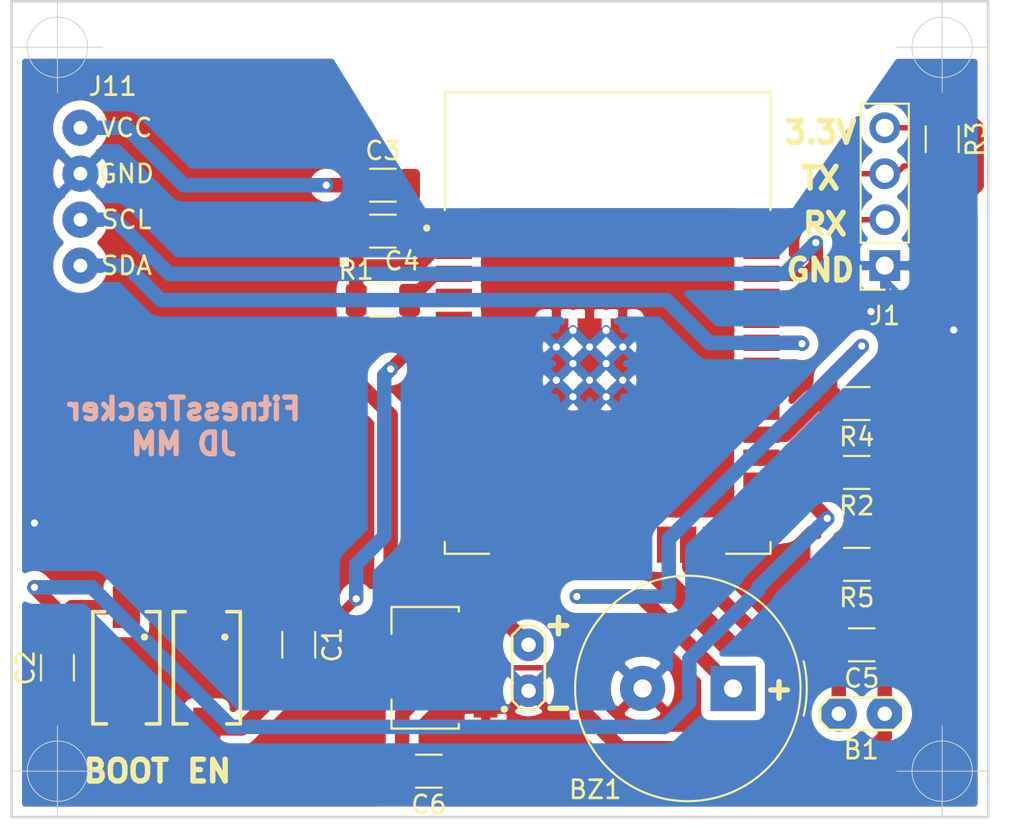
<source format=kicad_pcb>
(kicad_pcb (version 20171130) (host pcbnew "(5.1.7)-1")

  (general
    (thickness 1.6)
    (drawings 25)
    (tracks 161)
    (zones 0)
    (modules 20)
    (nets 31)
  )

  (page A4)
  (layers
    (0 F.Cu signal)
    (31 B.Cu signal)
    (32 B.Adhes user)
    (33 F.Adhes user)
    (34 B.Paste user)
    (35 F.Paste user)
    (36 B.SilkS user)
    (37 F.SilkS user)
    (38 B.Mask user)
    (39 F.Mask user)
    (40 Dwgs.User user)
    (41 Cmts.User user)
    (42 Eco1.User user)
    (43 Eco2.User user)
    (44 Edge.Cuts user)
    (45 Margin user)
    (46 B.CrtYd user)
    (47 F.CrtYd user)
    (48 B.Fab user)
    (49 F.Fab user)
  )

  (setup
    (last_trace_width 0.25)
    (trace_clearance 0.2)
    (zone_clearance 0.508)
    (zone_45_only no)
    (trace_min 0.2)
    (via_size 0.8)
    (via_drill 0.4)
    (via_min_size 0.4)
    (via_min_drill 0.3)
    (uvia_size 0.3)
    (uvia_drill 0.1)
    (uvias_allowed no)
    (uvia_min_size 0.2)
    (uvia_min_drill 0.1)
    (edge_width 0.05)
    (segment_width 0.2)
    (pcb_text_width 0.3)
    (pcb_text_size 1.5 1.5)
    (mod_edge_width 0.12)
    (mod_text_size 1 1)
    (mod_text_width 0.15)
    (pad_size 0.5 0.5)
    (pad_drill 0.4)
    (pad_to_mask_clearance 0)
    (aux_axis_origin 0 0)
    (visible_elements 7FFFEFFF)
    (pcbplotparams
      (layerselection 0x010fc_ffffffff)
      (usegerberextensions false)
      (usegerberattributes false)
      (usegerberadvancedattributes false)
      (creategerberjobfile true)
      (excludeedgelayer true)
      (linewidth 0.100000)
      (plotframeref false)
      (viasonmask false)
      (mode 1)
      (useauxorigin false)
      (hpglpennumber 1)
      (hpglpenspeed 20)
      (hpglpendiameter 15.000000)
      (psnegative false)
      (psa4output false)
      (plotreference true)
      (plotvalue true)
      (plotinvisibletext false)
      (padsonsilk false)
      (subtractmaskfromsilk false)
      (outputformat 1)
      (mirror false)
      (drillshape 0)
      (scaleselection 1)
      (outputdirectory ""))
  )

  (net 0 "")
  (net 1 "Net-(C1-Pad2)")
  (net 2 GND)
  (net 3 "Net-(C2-Pad1)")
  (net 4 "Net-(J1-Pad2)")
  (net 5 "Net-(J1-Pad3)")
  (net 6 "Net-(U1-Pad4)")
  (net 7 "Net-(U1-Pad5)")
  (net 8 "Net-(U1-Pad6)")
  (net 9 "Net-(U1-Pad7)")
  (net 10 "Net-(U1-Pad8)")
  (net 11 "Net-(U1-Pad9)")
  (net 12 "Net-(U1-Pad10)")
  (net 13 "Net-(U1-Pad11)")
  (net 14 "Net-(U1-Pad12)")
  (net 15 "Net-(U1-Pad13)")
  (net 16 "Net-(U1-Pad14)")
  (net 17 "Net-(U1-Pad16)")
  (net 18 "Net-(U1-Pad24)")
  (net 19 "Net-(U1-Pad26)")
  (net 20 "Net-(U1-Pad27)")
  (net 21 "Net-(U1-Pad28)")
  (net 22 "Net-(U1-Pad30)")
  (net 23 "Net-(U1-Pad31)")
  (net 24 "Net-(U1-Pad37)")
  (net 25 "Net-(B1-Pad2)")
  (net 26 "Net-(B1-Pad1)")
  (net 27 "Net-(BZ1-Pad1)")
  (net 28 "Net-(J11-Pad3)")
  (net 29 "Net-(J11-Pad4)")
  (net 30 "Net-(U2-Pad3)")

  (net_class Default "This is the default net class."
    (clearance 0.2)
    (trace_width 0.25)
    (via_dia 0.8)
    (via_drill 0.4)
    (uvia_dia 0.3)
    (uvia_drill 0.1)
    (add_net GND)
    (add_net "Net-(B1-Pad1)")
    (add_net "Net-(B1-Pad2)")
    (add_net "Net-(BZ1-Pad1)")
    (add_net "Net-(C1-Pad2)")
    (add_net "Net-(C2-Pad1)")
    (add_net "Net-(J1-Pad2)")
    (add_net "Net-(J1-Pad3)")
    (add_net "Net-(J11-Pad3)")
    (add_net "Net-(J11-Pad4)")
    (add_net "Net-(U1-Pad10)")
    (add_net "Net-(U1-Pad11)")
    (add_net "Net-(U1-Pad12)")
    (add_net "Net-(U1-Pad13)")
    (add_net "Net-(U1-Pad14)")
    (add_net "Net-(U1-Pad16)")
    (add_net "Net-(U1-Pad24)")
    (add_net "Net-(U1-Pad26)")
    (add_net "Net-(U1-Pad27)")
    (add_net "Net-(U1-Pad28)")
    (add_net "Net-(U1-Pad30)")
    (add_net "Net-(U1-Pad31)")
    (add_net "Net-(U1-Pad37)")
    (add_net "Net-(U1-Pad4)")
    (add_net "Net-(U1-Pad5)")
    (add_net "Net-(U1-Pad6)")
    (add_net "Net-(U1-Pad7)")
    (add_net "Net-(U1-Pad8)")
    (add_net "Net-(U1-Pad9)")
    (add_net "Net-(U2-Pad3)")
  )

  (module Package_DFN_QFN:MPU_9250 (layer F.Cu) (tedit 605B0452) (tstamp 6057C89A)
    (at 168.91 72.39)
    (path /6053FB4D)
    (fp_text reference J11 (at -4.572 -11.176) (layer F.SilkS)
      (effects (font (size 1 1) (thickness 0.15)))
    )
    (fp_text value MPU9250 (at 0 5.08) (layer F.Fab)
      (effects (font (size 1 1) (thickness 0.15)))
    )
    (fp_line (start -7.46 14.76) (end -7.46 -10.24) (layer Dwgs.User) (width 0.12))
    (fp_line (start 7.54 -10.24) (end 7.54 14.76) (layer Dwgs.User) (width 0.12))
    (fp_line (start 7.54 14.76) (end -7.46 14.76) (layer Dwgs.User) (width 0.12))
    (fp_line (start 7.54 -10.24) (end -7.46 -10.24) (layer Dwgs.User) (width 0.12))
    (fp_text user SDA (at -3.81 -1.27) (layer F.SilkS)
      (effects (font (size 1 1) (thickness 0.15)))
    )
    (fp_text user SCL (at -3.81 -3.81) (layer F.SilkS)
      (effects (font (size 1 1) (thickness 0.15)))
    )
    (fp_text user GND (at -3.81 -6.35) (layer F.SilkS)
      (effects (font (size 1 1) (thickness 0.15)))
    )
    (fp_text user VCC (at -3.81 -8.89) (layer F.SilkS)
      (effects (font (size 1 1) (thickness 0.15)))
    )
    (pad 4 thru_hole circle (at -6.35 -1.27) (size 2 2) (drill 0.762) (layers *.Cu *.Mask)
      (net 29 "Net-(J11-Pad4)"))
    (pad 3 thru_hole circle (at -6.35 -3.81) (size 2 2) (drill 0.762) (layers *.Cu *.Mask)
      (net 28 "Net-(J11-Pad3)"))
    (pad 2 thru_hole circle (at -6.35 -6.35) (size 2 2) (drill 0.762) (layers *.Cu *.Mask)
      (net 2 GND))
    (pad 1 thru_hole circle (at -6.35 -8.89) (size 2 2) (drill 0.762) (layers *.Cu *.Mask)
      (net 26 "Net-(B1-Pad1)"))
  )

  (module Buzzer_Beeper:Buzzer_TDK_PS1240P02BT_D12.2mm_H6.5mm (layer F.Cu) (tedit 605B04D4) (tstamp 60595207)
    (at 198.628 94.488 180)
    (descr "Buzzer, D12.2mm height 6.5mm, https://product.tdk.com/info/en/catalog/datasheets/piezoelectronic_buzzer_ps_en.pdf")
    (tags buzzer)
    (path /6054ED68)
    (fp_text reference BZ1 (at 7.62 -5.588) (layer F.SilkS)
      (effects (font (size 1 1) (thickness 0.15)))
    )
    (fp_text value Buzzer (at 2.5 7.31) (layer F.Fab)
      (effects (font (size 1 1) (thickness 0.15)))
    )
    (fp_circle (center 2.5 0) (end 8.85 0) (layer F.CrtYd) (width 0.05))
    (fp_circle (center 2.5 0) (end 8.6 0) (layer F.Fab) (width 0.1))
    (fp_circle (center 2.5 0) (end 3.5 0) (layer F.Fab) (width 0.1))
    (fp_circle (center 2.5 0) (end 8.73 0) (layer F.SilkS) (width 0.12))
    (fp_line (start -1.3 -1) (end -1.3 1) (layer F.Fab) (width 0.1))
    (fp_arc (start 2.5 0) (end -3.9 -1.5) (angle -26.38121493) (layer F.SilkS) (width 0.12))
    (fp_text user %R (at 2.5 -2.43) (layer F.Fab)
      (effects (font (size 1 1) (thickness 0.15)))
    )
    (pad 2 thru_hole circle (at 5 0 180) (size 2.5 2.5) (drill 1) (layers *.Cu *.Mask)
      (net 2 GND))
    (pad 1 thru_hole rect (at 0 0 180) (size 2.5 2.5) (drill 1) (layers *.Cu *.Mask)
      (net 27 "Net-(BZ1-Pad1)"))
    (model ${KISYS3DMOD}/Buzzer_Beeper.3dshapes/Buzzer_TDK_PS1240P02BT_D12.2mm_H6.5mm.wrl
      (at (xyz 0 0 0))
      (scale (xyz 1 1 1))
      (rotate (xyz 0 0 0))
    )
  )

  (module TestPoint:TestPoint_2Pads_Pitch2.54mm_Drill0.8mm (layer F.Cu) (tedit 605B04E5) (tstamp 6057C810)
    (at 205.74 95.885 180)
    (descr "Test point with 2 pins, pitch 2.54mm, drill diameter 0.8mm")
    (tags "CONN DEV")
    (path /60556302)
    (attr virtual)
    (fp_text reference B1 (at 0.03 -2 180) (layer F.SilkS)
      (effects (font (size 1 1) (thickness 0.15)))
    )
    (fp_text value Button (at 0 2 180) (layer F.Fab)
      (effects (font (size 1 1) (thickness 0.15)))
    )
    (fp_line (start -1.92 1.15) (end 1.88 1.15) (layer F.CrtYd) (width 0.05))
    (fp_line (start 1.88 1.15) (end 2.53 0.5) (layer F.CrtYd) (width 0.05))
    (fp_line (start 2.53 0.5) (end 2.53 -0.5) (layer F.CrtYd) (width 0.05))
    (fp_line (start 2.53 -0.5) (end 1.88 -1.15) (layer F.CrtYd) (width 0.05))
    (fp_line (start 1.88 -1.15) (end -1.92 -1.15) (layer F.CrtYd) (width 0.05))
    (fp_line (start -1.92 -1.15) (end -2.57 -0.5) (layer F.CrtYd) (width 0.05))
    (fp_line (start -2.57 -0.5) (end -2.57 0.5) (layer F.CrtYd) (width 0.05))
    (fp_line (start -2.57 0.5) (end -1.92 1.15) (layer F.CrtYd) (width 0.05))
    (fp_line (start -1.8 -0.9) (end 1.8 -0.9) (layer F.SilkS) (width 0.15))
    (fp_line (start 1.8 -0.9) (end 2.3 -0.4) (layer F.SilkS) (width 0.15))
    (fp_line (start 2.3 -0.4) (end 2.3 0.4) (layer F.SilkS) (width 0.15))
    (fp_line (start 2.3 0.4) (end 1.8 0.9) (layer F.SilkS) (width 0.15))
    (fp_line (start 1.8 0.9) (end -1.8 0.9) (layer F.SilkS) (width 0.15))
    (fp_line (start -1.8 0.9) (end -2.3 0.4) (layer F.SilkS) (width 0.15))
    (fp_line (start -2.3 0.4) (end -2.3 -0.4) (layer F.SilkS) (width 0.15))
    (fp_line (start -2.3 -0.4) (end -1.8 -0.9) (layer F.SilkS) (width 0.15))
    (fp_text user %R (at 0.03 -2 180) (layer F.Fab)
      (effects (font (size 1 1) (thickness 0.15)))
    )
    (pad 2 thru_hole circle (at 1.27 0 180) (size 2 2) (drill 0.8) (layers *.Cu *.Mask)
      (net 25 "Net-(B1-Pad2)"))
    (pad 1 thru_hole circle (at -1.27 0 180) (size 2 2) (drill 0.8) (layers *.Cu *.Mask)
      (net 26 "Net-(B1-Pad1)"))
  )

  (module TestPoint:TestPoint_2Pads_Pitch2.54mm_Drill0.8mm (layer F.Cu) (tedit 605B04AF) (tstamp 6057C9A3)
    (at 187.325 92.075 270)
    (descr "Test point with 2 pins, pitch 2.54mm, drill diameter 0.8mm")
    (tags "CONN DEV")
    (path /6052EFA8)
    (attr virtual)
    (fp_text reference " " (at 1.3 -1.651 90) (layer F.SilkS)
      (effects (font (size 1 1) (thickness 0.15)))
    )
    (fp_text value Conn_01x02_Female (at 1.27 2 90) (layer F.Fab)
      (effects (font (size 1 1) (thickness 0.15)))
    )
    (fp_line (start -0.65 1.15) (end 3.15 1.15) (layer F.CrtYd) (width 0.05))
    (fp_line (start 3.15 1.15) (end 3.8 0.5) (layer F.CrtYd) (width 0.05))
    (fp_line (start 3.8 0.5) (end 3.8 -0.5) (layer F.CrtYd) (width 0.05))
    (fp_line (start 3.8 -0.5) (end 3.15 -1.15) (layer F.CrtYd) (width 0.05))
    (fp_line (start 3.15 -1.15) (end -0.65 -1.15) (layer F.CrtYd) (width 0.05))
    (fp_line (start -0.65 -1.15) (end -1.3 -0.5) (layer F.CrtYd) (width 0.05))
    (fp_line (start -1.3 -0.5) (end -1.3 0.5) (layer F.CrtYd) (width 0.05))
    (fp_line (start -1.3 0.5) (end -0.65 1.15) (layer F.CrtYd) (width 0.05))
    (fp_line (start -0.53 -0.9) (end 3.07 -0.9) (layer F.SilkS) (width 0.15))
    (fp_line (start 3.07 -0.9) (end 3.57 -0.4) (layer F.SilkS) (width 0.15))
    (fp_line (start 3.57 -0.4) (end 3.57 0.4) (layer F.SilkS) (width 0.15))
    (fp_line (start 3.57 0.4) (end 3.07 0.9) (layer F.SilkS) (width 0.15))
    (fp_line (start 3.07 0.9) (end -0.53 0.9) (layer F.SilkS) (width 0.15))
    (fp_line (start -0.53 0.9) (end -1.03 0.4) (layer F.SilkS) (width 0.15))
    (fp_line (start -1.03 0.4) (end -1.03 -0.4) (layer F.SilkS) (width 0.15))
    (fp_line (start -1.03 -0.4) (end -0.53 -0.9) (layer F.SilkS) (width 0.15))
    (fp_text user %R (at 1.3 -1.651 90) (layer F.Fab)
      (effects (font (size 1 1) (thickness 0.15)))
    )
    (pad 2 thru_hole circle (at 2.54 0 270) (size 1.8 1.8) (drill 0.8) (layers *.Cu *.Mask)
      (net 2 GND))
    (pad 1 thru_hole circle (at 0 0 270) (size 1.8 1.8) (drill 0.8) (layers *.Cu *.Mask)
      (net 30 "Net-(U2-Pad3)"))
  )

  (module AMS1117-3.3:SOT229P700X180-4N (layer F.Cu) (tedit 0) (tstamp 6057C98C)
    (at 181.61 93.345 90)
    (path /6057617F)
    (attr smd)
    (fp_text reference " " (at -1.15205 -5.14412 90) (layer F.SilkS)
      (effects (font (size 1.00177 1.00177) (thickness 0.05)))
    )
    (fp_text value " " (at 0.381 -0.254 90) (layer F.SilkS)
      (effects (font (size 1.00178 1.00178) (thickness 0.05)))
    )
    (fp_line (start -1.87 -2.11) (end -3.61 -2.11) (layer Eco1.User) (width 0.05))
    (fp_line (start -1.87 -4.25) (end -1.87 -2.11) (layer Eco1.User) (width 0.05))
    (fp_line (start 1.87 -4.25) (end -1.87 -4.25) (layer Eco1.User) (width 0.05))
    (fp_line (start 1.87 -2.11) (end 1.87 -4.25) (layer Eco1.User) (width 0.05))
    (fp_line (start 3.61 -2.11) (end 1.87 -2.11) (layer Eco1.User) (width 0.05))
    (fp_line (start 3.61 2.11) (end 3.61 -2.11) (layer Eco1.User) (width 0.05))
    (fp_line (start 3.01 2.11) (end 3.61 2.11) (layer Eco1.User) (width 0.05))
    (fp_line (start 3.01 4.25) (end 3.01 2.11) (layer Eco1.User) (width 0.05))
    (fp_line (start -3.01 4.25) (end 3.01 4.25) (layer Eco1.User) (width 0.05))
    (fp_line (start -3.01 2.11) (end -3.01 4.25) (layer Eco1.User) (width 0.05))
    (fp_line (start -3.61 2.11) (end -3.01 2.11) (layer Eco1.User) (width 0.05))
    (fp_line (start -3.61 -2.11) (end -3.61 2.11) (layer Eco1.User) (width 0.05))
    (fp_circle (center -2.29 4.373) (end -2.19 4.373) (layer F.SilkS) (width 0.2))
    (fp_line (start -1.76 -1.86) (end -3.36 -1.86) (layer F.SilkS) (width 0.127))
    (fp_line (start 3.36 -1.86) (end 1.87 -1.86) (layer F.SilkS) (width 0.127))
    (fp_line (start 3.11 1.86) (end 3.36 1.86) (layer F.SilkS) (width 0.127))
    (fp_line (start -3.36 1.86) (end -3.1 1.86) (layer F.SilkS) (width 0.127))
    (fp_line (start 3.36 1.86) (end 3.36 -1.86) (layer F.SilkS) (width 0.127))
    (fp_line (start -3.36 1.86) (end -3.36 -1.86) (layer F.SilkS) (width 0.127))
    (fp_line (start 3.36 1.86) (end -3.36 1.86) (layer Eco2.User) (width 0.127))
    (fp_line (start 3.36 -1.86) (end 3.36 1.86) (layer Eco2.User) (width 0.127))
    (fp_line (start -3.36 -1.86) (end 3.36 -1.86) (layer Eco2.User) (width 0.127))
    (fp_line (start -3.36 1.86) (end -3.36 -1.86) (layer Eco2.User) (width 0.127))
    (pad 4 smd rect (at 0 -3.345 90) (size 3.24 1.31) (layers F.Cu F.Paste))
    (pad 3 smd rect (at 2.29 3.345 90) (size 0.93 1.31) (layers F.Cu F.Paste)
      (net 30 "Net-(U2-Pad3)"))
    (pad 2 smd rect (at 0 3.345 90) (size 0.93 1.31) (layers F.Cu F.Paste)
      (net 26 "Net-(B1-Pad1)"))
    (pad 1 smd rect (at -2.29 3.345 90) (size 0.93 1.31) (layers F.Cu F.Paste)
      (net 2 GND))
  )

  (module "ESP32-WROOM-32E__16MB_:MODULE_ESP32-WROOM-32E_(16MB)" (layer F.Cu) (tedit 607430C8) (tstamp 6057C96D)
    (at 191.697 74.295)
    (path /60475751)
    (attr smd)
    (fp_text reference " " (at -6.96 -13.885) (layer F.SilkS)
      (effects (font (size 1 1) (thickness 0.05)))
    )
    (fp_text value " " (at 0.762 14.605) (layer F.SilkS)
      (effects (font (size 1 1) (thickness 0.05)))
    )
    (fp_line (start 9 -12.75) (end 9 -6.25) (layer F.SilkS) (width 0.127))
    (fp_line (start -9 -12.75) (end 9 -12.75) (layer F.SilkS) (width 0.127))
    (fp_line (start -9 -6.25) (end -9 -12.75) (layer F.SilkS) (width 0.127))
    (fp_line (start 9 12.75) (end 9 12.1) (layer F.SilkS) (width 0.127))
    (fp_line (start 6.55 12.75) (end 9 12.75) (layer F.SilkS) (width 0.127))
    (fp_line (start -9 12.75) (end -6.55 12.75) (layer F.SilkS) (width 0.127))
    (fp_line (start -9 12.1) (end -9 12.75) (layer F.SilkS) (width 0.127))
    (fp_circle (center -10 -5.25) (end -9.9 -5.25) (layer F.SilkS) (width 0.2))
    (fp_circle (center -10 -5.25) (end -9.9 -5.25) (layer Eco2.User) (width 0.2))
    (fp_line (start -9.25 -6) (end -9.25 -13) (layer Eco1.User) (width 0.05))
    (fp_line (start -9.75 -6) (end -9.25 -6) (layer Eco1.User) (width 0.05))
    (fp_line (start -9.75 13.5) (end -9.75 -6) (layer Eco1.User) (width 0.05))
    (fp_line (start 9.75 13.5) (end -9.75 13.5) (layer Eco1.User) (width 0.05))
    (fp_line (start 9.75 -6) (end 9.75 13.5) (layer Eco1.User) (width 0.05))
    (fp_line (start 9.25 -6) (end 9.75 -6) (layer Eco1.User) (width 0.05))
    (fp_line (start 9.25 -13) (end 9.25 -6) (layer Eco1.User) (width 0.05))
    (fp_line (start -9.25 -13) (end 9.25 -13) (layer Eco1.User) (width 0.05))
    (fp_poly (pts (xy -9 -12.75) (xy 9 -12.75) (xy 9 -6.45) (xy -9 -6.45)) (layer Dwgs.User) (width 0))
    (fp_poly (pts (xy -9 -12.75) (xy 9 -12.75) (xy 9 -6.45) (xy -9 -6.45)) (layer Dwgs.User) (width 0))
    (fp_line (start -9 -6.45) (end 9 -6.45) (layer Eco2.User) (width 0.127))
    (fp_line (start -9 -12.75) (end -9 -6.45) (layer Eco2.User) (width 0.127))
    (fp_line (start -9 12.75) (end -9 -6.45) (layer Eco2.User) (width 0.127))
    (fp_line (start 9 12.75) (end -9 12.75) (layer Eco2.User) (width 0.127))
    (fp_line (start 9 -6.45) (end 9 12.75) (layer Eco2.User) (width 0.127))
    (fp_line (start 9 -12.75) (end 9 -6.45) (layer Eco2.User) (width 0.127))
    (fp_line (start -9 -12.75) (end 9 -12.75) (layer Eco2.User) (width 0.127))
    (fp_text user " " (at -6 -9) (layer Edge.Cuts)
      (effects (font (size 1 1) (thickness 0.05)))
    )
    (pad 39_21 thru_hole circle (at -0.0825 4.075) (size 0.5 0.5) (drill 0.4) (layers *.Cu *.Mask)
      (net 2 GND))
    (pad 39_20 thru_hole circle (at -1.9175 4.075) (size 0.5 0.5) (drill 0.4) (layers *.Cu *.Mask)
      (net 2 GND))
    (pad 39_19 thru_hole circle (at 0.835 3.1575) (size 0.5 0.5) (drill 0.4) (layers *.Cu *.Mask)
      (net 2 GND))
    (pad 39_18 thru_hole circle (at -1 3.1575) (size 0.5 0.5) (drill 0.4) (layers *.Cu *.Mask)
      (net 2 GND))
    (pad 39_17 thru_hole circle (at -2.835 3.1575) (size 0.5 0.5) (drill 0.4) (layers *.Cu *.Mask)
      (net 2 GND))
    (pad 39_16 thru_hole circle (at -0.0825 2.24) (size 0.5 0.5) (drill 0.4) (layers *.Cu *.Mask)
      (net 2 GND))
    (pad 39_15 thru_hole circle (at -1.9175 2.24) (size 0.5 0.5) (drill 0.4) (layers *.Cu *.Mask)
      (net 2 GND))
    (pad 39_14 thru_hole circle (at 0.835 1.3225) (size 0.5 0.5) (drill 0.4) (layers *.Cu *.Mask)
      (net 2 GND))
    (pad 39_13 thru_hole circle (at -1 1.3225) (size 0.5 0.5) (drill 0.4) (layers *.Cu *.Mask)
      (net 2 GND))
    (pad 39_12 thru_hole circle (at -2.835 1.3225) (size 0.5 0.5) (drill 0.4) (layers *.Cu *.Mask)
      (net 2 GND))
    (pad 39_11 thru_hole circle (at -0.0825 0.405) (size 0.5 0.5) (drill 0.4) (layers *.Cu *.Mask)
      (net 2 GND))
    (pad 39_10 thru_hole circle (at -1.9175 0.405) (size 0.5 0.5) (drill 0.4) (layers *.Cu *.Mask)
      (net 2 GND))
    (pad 39_9 smd rect (at 0.835 4.075) (size 1.33 1.33) (layers F.Cu F.Paste)
      (net 2 GND))
    (pad 39_8 smd rect (at -1 4.075) (size 1.33 1.33) (layers F.Cu F.Paste)
      (net 2 GND))
    (pad 39_7 smd rect (at -2.835 4.075) (size 1.33 1.33) (layers F.Cu F.Paste)
      (net 2 GND))
    (pad 39_6 smd rect (at 0.835 2.24) (size 1.33 1.33) (layers F.Cu F.Paste)
      (net 2 GND))
    (pad 39_5 smd rect (at -1 2.24) (size 1.33 1.33) (layers F.Cu F.Paste)
      (net 2 GND))
    (pad 39_4 smd rect (at -2.835 2.24) (size 1.33 1.33) (layers F.Cu F.Paste)
      (net 2 GND))
    (pad 39_3 smd rect (at 0.835 0.405) (size 1.33 1.33) (layers F.Cu F.Paste)
      (net 2 GND))
    (pad 39_2 smd rect (at -1 0.405) (size 1.33 1.33) (layers F.Cu F.Paste)
      (net 2 GND))
    (pad 39_1 smd rect (at -2.835 0.405) (size 1.33 1.33) (layers F.Cu F.Paste)
      (net 2 GND))
    (pad 38 smd rect (at 8.5 -5.26) (size 2 0.9) (layers F.Cu F.Paste)
      (net 2 GND))
    (pad 37 smd rect (at 8.5 -3.99) (size 2 0.9) (layers F.Cu F.Paste)
      (net 24 "Net-(U1-Pad37)"))
    (pad 36 smd rect (at 8.5 -2.72) (size 2 0.9) (layers F.Cu F.Paste)
      (net 28 "Net-(J11-Pad3)"))
    (pad 35 smd rect (at 8.5 -1.45) (size 2 0.9) (layers F.Cu F.Paste)
      (net 5 "Net-(J1-Pad3)"))
    (pad 34 smd rect (at 8.5 -0.18) (size 2 0.9) (layers F.Cu F.Paste)
      (net 4 "Net-(J1-Pad2)"))
    (pad 33 smd rect (at 8.5 1.09) (size 2 0.9) (layers F.Cu F.Paste)
      (net 29 "Net-(J11-Pad4)"))
    (pad 32 smd rect (at 8.5 2.36) (size 2 0.9) (layers F.Cu F.Paste))
    (pad 31 smd rect (at 8.5 3.63) (size 2 0.9) (layers F.Cu F.Paste)
      (net 23 "Net-(U1-Pad31)"))
    (pad 30 smd rect (at 8.5 4.9) (size 2 0.9) (layers F.Cu F.Paste)
      (net 22 "Net-(U1-Pad30)"))
    (pad 29 smd rect (at 8.5 6.17) (size 2 0.9) (layers F.Cu F.Paste)
      (net 27 "Net-(BZ1-Pad1)"))
    (pad 28 smd rect (at 8.5 7.44) (size 2 0.9) (layers F.Cu F.Paste)
      (net 21 "Net-(U1-Pad28)"))
    (pad 27 smd rect (at 8.5 8.71) (size 2 0.9) (layers F.Cu F.Paste)
      (net 20 "Net-(U1-Pad27)"))
    (pad 26 smd rect (at 8.5 9.98) (size 2 0.9) (layers F.Cu F.Paste)
      (net 19 "Net-(U1-Pad26)"))
    (pad 25 smd rect (at 8.5 11.25) (size 2 0.9) (layers F.Cu F.Paste)
      (net 3 "Net-(C2-Pad1)"))
    (pad 24 smd rect (at 5.715 12.25) (size 0.9 2) (layers F.Cu F.Paste)
      (net 18 "Net-(U1-Pad24)"))
    (pad 23 smd rect (at 4.445 12.25) (size 0.9 2) (layers F.Cu F.Paste)
      (net 25 "Net-(B1-Pad2)"))
    (pad 22 smd rect (at 3.175 12.25) (size 0.9 2) (layers F.Cu F.Paste))
    (pad 21 smd rect (at 1.905 12.25) (size 0.9 2) (layers F.Cu F.Paste))
    (pad 20 smd rect (at 0.635 12.25) (size 0.9 2) (layers F.Cu F.Paste))
    (pad 19 smd rect (at -0.635 12.25) (size 0.9 2) (layers F.Cu F.Paste))
    (pad 18 smd rect (at -1.905 12.25) (size 0.9 2) (layers F.Cu F.Paste))
    (pad 17 smd rect (at -3.175 12.25) (size 0.9 2) (layers F.Cu F.Paste))
    (pad 16 smd rect (at -4.445 12.25) (size 0.9 2) (layers F.Cu F.Paste)
      (net 17 "Net-(U1-Pad16)"))
    (pad 15 smd rect (at -5.715 12.25) (size 0.9 2) (layers F.Cu F.Paste)
      (net 2 GND))
    (pad 14 smd rect (at -8.5 11.25) (size 2 0.9) (layers F.Cu F.Paste)
      (net 16 "Net-(U1-Pad14)"))
    (pad 13 smd rect (at -8.5 9.98) (size 2 0.9) (layers F.Cu F.Paste)
      (net 15 "Net-(U1-Pad13)"))
    (pad 12 smd rect (at -8.5 8.71) (size 2 0.9) (layers F.Cu F.Paste)
      (net 14 "Net-(U1-Pad12)"))
    (pad 11 smd rect (at -8.5 7.44) (size 2 0.9) (layers F.Cu F.Paste)
      (net 13 "Net-(U1-Pad11)"))
    (pad 10 smd rect (at -8.5 6.17) (size 2 0.9) (layers F.Cu F.Paste)
      (net 12 "Net-(U1-Pad10)"))
    (pad 9 smd rect (at -8.5 4.9) (size 2 0.9) (layers F.Cu F.Paste)
      (net 11 "Net-(U1-Pad9)"))
    (pad 8 smd rect (at -8.5 3.63) (size 2 0.9) (layers F.Cu F.Paste)
      (net 10 "Net-(U1-Pad8)"))
    (pad 7 smd rect (at -8.5 2.36) (size 2 0.9) (layers F.Cu F.Paste)
      (net 9 "Net-(U1-Pad7)"))
    (pad 6 smd rect (at -8.5 1.09) (size 2 0.9) (layers F.Cu F.Paste)
      (net 8 "Net-(U1-Pad6)"))
    (pad 5 smd rect (at -8.5 -0.18) (size 2 0.9) (layers F.Cu F.Paste)
      (net 7 "Net-(U1-Pad5)"))
    (pad 4 smd rect (at -8.5 -1.45) (size 2 0.9) (layers F.Cu F.Paste)
      (net 6 "Net-(U1-Pad4)"))
    (pad 3 smd rect (at -8.5 -2.72) (size 2 0.9) (layers F.Cu F.Paste)
      (net 1 "Net-(C1-Pad2)"))
    (pad 2 smd rect (at -8.5 -3.99) (size 2 0.9) (layers F.Cu F.Paste)
      (net 26 "Net-(B1-Pad1)"))
    (pad 1 smd rect (at -8.5 -5.26) (size 2 0.9) (layers F.Cu F.Paste)
      (net 2 GND))
  )

  (module 434111043826:434111043826 (layer F.Cu) (tedit 0) (tstamp 60595C2A)
    (at 165.1 93.345 270)
    (descr "<B>WS-TASV</B><BR>6x3.5 mm SMD Tact Switch, 2 pins")
    (path /6048CED2)
    (attr smd)
    (fp_text reference " " (at -0.381 0 90) (layer F.SilkS)
      (effects (font (size 0.8 0.8) (thickness 0.05)))
    )
    (fp_text value " " (at -0.5156 2.769 90) (layer F.SilkS)
      (effects (font (size 0.8 0.8) (thickness 0.05)))
    )
    (fp_circle (center -1.7 -1) (end -1.6 -1) (layer F.SilkS) (width 0.2))
    (fp_poly (pts (xy -4.7 -2.05) (xy 4.7 -2.05) (xy 4.7 2.05) (xy -4.7 2.05)) (layer Eco1.User) (width 0.1))
    (fp_line (start 3.1 1.85) (end 3.1 1.1) (layer F.SilkS) (width 0.2))
    (fp_line (start -3.1 1.85) (end 3.1 1.85) (layer F.SilkS) (width 0.2))
    (fp_line (start -3.1 1.2) (end -3.1 1.85) (layer F.SilkS) (width 0.2))
    (fp_line (start 3.1 -1.85) (end 3.1 -1.1) (layer F.SilkS) (width 0.2))
    (fp_line (start -3.1 -1.85) (end 3.1 -1.85) (layer F.SilkS) (width 0.2))
    (fp_line (start -3.1 -1.1) (end -3.1 -1.85) (layer F.SilkS) (width 0.2))
    (fp_line (start -3 -1.75) (end -3 1.75) (layer Eco2.User) (width 0.1))
    (fp_line (start 3 -1.75) (end -3 -1.75) (layer Eco2.User) (width 0.1))
    (fp_line (start 3 1.75) (end 3 -1.75) (layer Eco2.User) (width 0.1))
    (fp_line (start -3 1.75) (end 3 1.75) (layer Eco2.User) (width 0.1))
    (pad 1 smd rect (at -3.35 0 270) (size 2.3 1.5) (layers F.Cu F.Paste)
      (net 3 "Net-(C2-Pad1)"))
    (pad 2 smd rect (at 3.35 0 270) (size 2.3 1.5) (layers F.Cu F.Paste)
      (net 2 GND))
  )

  (module 434111043826:434111043826 (layer F.Cu) (tedit 0) (tstamp 6057C901)
    (at 169.545 93.345 270)
    (descr "<B>WS-TASV</B><BR>6x3.5 mm SMD Tact Switch, 2 pins")
    (path /6048C010)
    (attr smd)
    (fp_text reference " " (at -0.381 -0.127 90) (layer F.SilkS)
      (effects (font (size 0.8 0.8) (thickness 0.05)))
    )
    (fp_text value " " (at -0.5156 2.769 90) (layer F.SilkS)
      (effects (font (size 0.8 0.8) (thickness 0.05)))
    )
    (fp_circle (center -1.7 -1) (end -1.6 -1) (layer F.SilkS) (width 0.2))
    (fp_poly (pts (xy -4.7 -2.05) (xy 4.7 -2.05) (xy 4.7 2.05) (xy -4.7 2.05)) (layer Eco1.User) (width 0.1))
    (fp_line (start 3.1 1.85) (end 3.1 1.1) (layer F.SilkS) (width 0.2))
    (fp_line (start -3.1 1.85) (end 3.1 1.85) (layer F.SilkS) (width 0.2))
    (fp_line (start -3.1 1.2) (end -3.1 1.85) (layer F.SilkS) (width 0.2))
    (fp_line (start 3.1 -1.85) (end 3.1 -1.1) (layer F.SilkS) (width 0.2))
    (fp_line (start -3.1 -1.85) (end 3.1 -1.85) (layer F.SilkS) (width 0.2))
    (fp_line (start -3.1 -1.1) (end -3.1 -1.85) (layer F.SilkS) (width 0.2))
    (fp_line (start -3 -1.75) (end -3 1.75) (layer Eco2.User) (width 0.1))
    (fp_line (start 3 -1.75) (end -3 -1.75) (layer Eco2.User) (width 0.1))
    (fp_line (start 3 1.75) (end 3 -1.75) (layer Eco2.User) (width 0.1))
    (fp_line (start -3 1.75) (end 3 1.75) (layer Eco2.User) (width 0.1))
    (pad 1 smd rect (at -3.35 0 270) (size 2.3 1.5) (layers F.Cu F.Paste)
      (net 2 GND))
    (pad 2 smd rect (at 3.35 0 270) (size 2.3 1.5) (layers F.Cu F.Paste)
      (net 1 "Net-(C1-Pad2)"))
  )

  (module Capacitor_SMD:C_1206_3216Metric (layer F.Cu) (tedit 5F68FEEE) (tstamp 605AF8B0)
    (at 174.625 92.075 270)
    (descr "Capacitor SMD 1206 (3216 Metric), square (rectangular) end terminal, IPC_7351 nominal, (Body size source: IPC-SM-782 page 76, https://www.pcb-3d.com/wordpress/wp-content/uploads/ipc-sm-782a_amendment_1_and_2.pdf), generated with kicad-footprint-generator")
    (tags capacitor)
    (path /6048E886)
    (attr smd)
    (fp_text reference C1 (at 0 -1.85 90) (layer F.SilkS)
      (effects (font (size 1 1) (thickness 0.15)))
    )
    (fp_text value 100nF (at 0 1.85 90) (layer F.Fab)
      (effects (font (size 1 1) (thickness 0.15)))
    )
    (fp_line (start 2.3 1.15) (end -2.3 1.15) (layer F.CrtYd) (width 0.05))
    (fp_line (start 2.3 -1.15) (end 2.3 1.15) (layer F.CrtYd) (width 0.05))
    (fp_line (start -2.3 -1.15) (end 2.3 -1.15) (layer F.CrtYd) (width 0.05))
    (fp_line (start -2.3 1.15) (end -2.3 -1.15) (layer F.CrtYd) (width 0.05))
    (fp_line (start -0.711252 0.91) (end 0.711252 0.91) (layer F.SilkS) (width 0.12))
    (fp_line (start -0.711252 -0.91) (end 0.711252 -0.91) (layer F.SilkS) (width 0.12))
    (fp_line (start 1.6 0.8) (end -1.6 0.8) (layer F.Fab) (width 0.1))
    (fp_line (start 1.6 -0.8) (end 1.6 0.8) (layer F.Fab) (width 0.1))
    (fp_line (start -1.6 -0.8) (end 1.6 -0.8) (layer F.Fab) (width 0.1))
    (fp_line (start -1.6 0.8) (end -1.6 -0.8) (layer F.Fab) (width 0.1))
    (fp_text user %R (at 0 0 90) (layer F.Fab)
      (effects (font (size 0.8 0.8) (thickness 0.12)))
    )
    (pad 2 smd roundrect (at 1.475 0 270) (size 1.15 1.8) (layers F.Cu F.Paste F.Mask) (roundrect_rratio 0.2173904347826087)
      (net 1 "Net-(C1-Pad2)"))
    (pad 1 smd roundrect (at -1.475 0 270) (size 1.15 1.8) (layers F.Cu F.Paste F.Mask) (roundrect_rratio 0.2173904347826087)
      (net 2 GND))
    (model ${KISYS3DMOD}/Capacitor_SMD.3dshapes/C_1206_3216Metric.wrl
      (at (xyz 0 0 0))
      (scale (xyz 1 1 1))
      (rotate (xyz 0 0 0))
    )
  )

  (module Capacitor_SMD:C_1206_3216Metric (layer F.Cu) (tedit 5F68FEEE) (tstamp 605AF8C0)
    (at 161.29 93.345 270)
    (descr "Capacitor SMD 1206 (3216 Metric), square (rectangular) end terminal, IPC_7351 nominal, (Body size source: IPC-SM-782 page 76, https://www.pcb-3d.com/wordpress/wp-content/uploads/ipc-sm-782a_amendment_1_and_2.pdf), generated with kicad-footprint-generator")
    (tags capacitor)
    (path /6048DC89)
    (attr smd)
    (fp_text reference C2 (at 0 1.778 90) (layer F.SilkS)
      (effects (font (size 1 1) (thickness 0.15)))
    )
    (fp_text value 100nF (at 0 1.85 90) (layer F.Fab)
      (effects (font (size 1 1) (thickness 0.15)))
    )
    (fp_line (start -1.6 0.8) (end -1.6 -0.8) (layer F.Fab) (width 0.1))
    (fp_line (start -1.6 -0.8) (end 1.6 -0.8) (layer F.Fab) (width 0.1))
    (fp_line (start 1.6 -0.8) (end 1.6 0.8) (layer F.Fab) (width 0.1))
    (fp_line (start 1.6 0.8) (end -1.6 0.8) (layer F.Fab) (width 0.1))
    (fp_line (start -0.711252 -0.91) (end 0.711252 -0.91) (layer F.SilkS) (width 0.12))
    (fp_line (start -0.711252 0.91) (end 0.711252 0.91) (layer F.SilkS) (width 0.12))
    (fp_line (start -2.3 1.15) (end -2.3 -1.15) (layer F.CrtYd) (width 0.05))
    (fp_line (start -2.3 -1.15) (end 2.3 -1.15) (layer F.CrtYd) (width 0.05))
    (fp_line (start 2.3 -1.15) (end 2.3 1.15) (layer F.CrtYd) (width 0.05))
    (fp_line (start 2.3 1.15) (end -2.3 1.15) (layer F.CrtYd) (width 0.05))
    (fp_text user %R (at 0 0 90) (layer F.Fab)
      (effects (font (size 0.8 0.8) (thickness 0.12)))
    )
    (pad 1 smd roundrect (at -1.475 0 270) (size 1.15 1.8) (layers F.Cu F.Paste F.Mask) (roundrect_rratio 0.2173904347826087)
      (net 3 "Net-(C2-Pad1)"))
    (pad 2 smd roundrect (at 1.475 0 270) (size 1.15 1.8) (layers F.Cu F.Paste F.Mask) (roundrect_rratio 0.2173904347826087)
      (net 2 GND))
    (model ${KISYS3DMOD}/Capacitor_SMD.3dshapes/C_1206_3216Metric.wrl
      (at (xyz 0 0 0))
      (scale (xyz 1 1 1))
      (rotate (xyz 0 0 0))
    )
  )

  (module Capacitor_SMD:C_1206_3216Metric (layer F.Cu) (tedit 5F68FEEE) (tstamp 605AF8D0)
    (at 179.275 66.675)
    (descr "Capacitor SMD 1206 (3216 Metric), square (rectangular) end terminal, IPC_7351 nominal, (Body size source: IPC-SM-782 page 76, https://www.pcb-3d.com/wordpress/wp-content/uploads/ipc-sm-782a_amendment_1_and_2.pdf), generated with kicad-footprint-generator")
    (tags capacitor)
    (path /6048F4AB)
    (attr smd)
    (fp_text reference C3 (at 0 -1.905) (layer F.SilkS)
      (effects (font (size 1 1) (thickness 0.15)))
    )
    (fp_text value 100nF (at 0 1.85) (layer F.Fab)
      (effects (font (size 1 1) (thickness 0.15)))
    )
    (fp_line (start -1.6 0.8) (end -1.6 -0.8) (layer F.Fab) (width 0.1))
    (fp_line (start -1.6 -0.8) (end 1.6 -0.8) (layer F.Fab) (width 0.1))
    (fp_line (start 1.6 -0.8) (end 1.6 0.8) (layer F.Fab) (width 0.1))
    (fp_line (start 1.6 0.8) (end -1.6 0.8) (layer F.Fab) (width 0.1))
    (fp_line (start -0.711252 -0.91) (end 0.711252 -0.91) (layer F.SilkS) (width 0.12))
    (fp_line (start -0.711252 0.91) (end 0.711252 0.91) (layer F.SilkS) (width 0.12))
    (fp_line (start -2.3 1.15) (end -2.3 -1.15) (layer F.CrtYd) (width 0.05))
    (fp_line (start -2.3 -1.15) (end 2.3 -1.15) (layer F.CrtYd) (width 0.05))
    (fp_line (start 2.3 -1.15) (end 2.3 1.15) (layer F.CrtYd) (width 0.05))
    (fp_line (start 2.3 1.15) (end -2.3 1.15) (layer F.CrtYd) (width 0.05))
    (fp_text user %R (at 0 0) (layer F.Fab)
      (effects (font (size 0.8 0.8) (thickness 0.12)))
    )
    (pad 1 smd roundrect (at -1.475 0) (size 1.15 1.8) (layers F.Cu F.Paste F.Mask) (roundrect_rratio 0.2173904347826087)
      (net 26 "Net-(B1-Pad1)"))
    (pad 2 smd roundrect (at 1.475 0) (size 1.15 1.8) (layers F.Cu F.Paste F.Mask) (roundrect_rratio 0.2173904347826087)
      (net 2 GND))
    (model ${KISYS3DMOD}/Capacitor_SMD.3dshapes/C_1206_3216Metric.wrl
      (at (xyz 0 0 0))
      (scale (xyz 1 1 1))
      (rotate (xyz 0 0 0))
    )
  )

  (module Capacitor_SMD:C_1206_3216Metric (layer F.Cu) (tedit 5F68FEEE) (tstamp 605AFE6F)
    (at 179.275 69.215)
    (descr "Capacitor SMD 1206 (3216 Metric), square (rectangular) end terminal, IPC_7351 nominal, (Body size source: IPC-SM-782 page 76, https://www.pcb-3d.com/wordpress/wp-content/uploads/ipc-sm-782a_amendment_1_and_2.pdf), generated with kicad-footprint-generator")
    (tags capacitor)
    (path /6056D1CD)
    (attr smd)
    (fp_text reference C4 (at 1.065 1.651) (layer F.SilkS)
      (effects (font (size 1 1) (thickness 0.15)))
    )
    (fp_text value 100nF (at 0 1.85) (layer F.Fab)
      (effects (font (size 1 1) (thickness 0.15)))
    )
    (fp_line (start 2.3 1.15) (end -2.3 1.15) (layer F.CrtYd) (width 0.05))
    (fp_line (start 2.3 -1.15) (end 2.3 1.15) (layer F.CrtYd) (width 0.05))
    (fp_line (start -2.3 -1.15) (end 2.3 -1.15) (layer F.CrtYd) (width 0.05))
    (fp_line (start -2.3 1.15) (end -2.3 -1.15) (layer F.CrtYd) (width 0.05))
    (fp_line (start -0.711252 0.91) (end 0.711252 0.91) (layer F.SilkS) (width 0.12))
    (fp_line (start -0.711252 -0.91) (end 0.711252 -0.91) (layer F.SilkS) (width 0.12))
    (fp_line (start 1.6 0.8) (end -1.6 0.8) (layer F.Fab) (width 0.1))
    (fp_line (start 1.6 -0.8) (end 1.6 0.8) (layer F.Fab) (width 0.1))
    (fp_line (start -1.6 -0.8) (end 1.6 -0.8) (layer F.Fab) (width 0.1))
    (fp_line (start -1.6 0.8) (end -1.6 -0.8) (layer F.Fab) (width 0.1))
    (fp_text user %R (at 0 0) (layer F.Fab)
      (effects (font (size 0.8 0.8) (thickness 0.12)))
    )
    (pad 2 smd roundrect (at 1.475 0) (size 1.15 1.8) (layers F.Cu F.Paste F.Mask) (roundrect_rratio 0.2173904347826087)
      (net 2 GND))
    (pad 1 smd roundrect (at -1.475 0) (size 1.15 1.8) (layers F.Cu F.Paste F.Mask) (roundrect_rratio 0.2173904347826087)
      (net 26 "Net-(B1-Pad1)"))
    (model ${KISYS3DMOD}/Capacitor_SMD.3dshapes/C_1206_3216Metric.wrl
      (at (xyz 0 0 0))
      (scale (xyz 1 1 1))
      (rotate (xyz 0 0 0))
    )
  )

  (module Capacitor_SMD:C_1206_3216Metric (layer F.Cu) (tedit 5F68FEEE) (tstamp 605AF8F0)
    (at 205.74 92.075 180)
    (descr "Capacitor SMD 1206 (3216 Metric), square (rectangular) end terminal, IPC_7351 nominal, (Body size source: IPC-SM-782 page 76, https://www.pcb-3d.com/wordpress/wp-content/uploads/ipc-sm-782a_amendment_1_and_2.pdf), generated with kicad-footprint-generator")
    (tags capacitor)
    (path /6055AC43)
    (attr smd)
    (fp_text reference C5 (at 0 -1.85) (layer F.SilkS)
      (effects (font (size 1 1) (thickness 0.15)))
    )
    (fp_text value 100nF (at 0 1.85) (layer F.Fab)
      (effects (font (size 1 1) (thickness 0.15)))
    )
    (fp_line (start 2.3 1.15) (end -2.3 1.15) (layer F.CrtYd) (width 0.05))
    (fp_line (start 2.3 -1.15) (end 2.3 1.15) (layer F.CrtYd) (width 0.05))
    (fp_line (start -2.3 -1.15) (end 2.3 -1.15) (layer F.CrtYd) (width 0.05))
    (fp_line (start -2.3 1.15) (end -2.3 -1.15) (layer F.CrtYd) (width 0.05))
    (fp_line (start -0.711252 0.91) (end 0.711252 0.91) (layer F.SilkS) (width 0.12))
    (fp_line (start -0.711252 -0.91) (end 0.711252 -0.91) (layer F.SilkS) (width 0.12))
    (fp_line (start 1.6 0.8) (end -1.6 0.8) (layer F.Fab) (width 0.1))
    (fp_line (start 1.6 -0.8) (end 1.6 0.8) (layer F.Fab) (width 0.1))
    (fp_line (start -1.6 -0.8) (end 1.6 -0.8) (layer F.Fab) (width 0.1))
    (fp_line (start -1.6 0.8) (end -1.6 -0.8) (layer F.Fab) (width 0.1))
    (fp_text user %R (at 0 0) (layer F.Fab)
      (effects (font (size 0.8 0.8) (thickness 0.12)))
    )
    (pad 2 smd roundrect (at 1.475 0 180) (size 1.15 1.8) (layers F.Cu F.Paste F.Mask) (roundrect_rratio 0.2173904347826087)
      (net 25 "Net-(B1-Pad2)"))
    (pad 1 smd roundrect (at -1.475 0 180) (size 1.15 1.8) (layers F.Cu F.Paste F.Mask) (roundrect_rratio 0.2173904347826087)
      (net 26 "Net-(B1-Pad1)"))
    (model ${KISYS3DMOD}/Capacitor_SMD.3dshapes/C_1206_3216Metric.wrl
      (at (xyz 0 0 0))
      (scale (xyz 1 1 1))
      (rotate (xyz 0 0 0))
    )
  )

  (module Capacitor_SMD:C_1206_3216Metric (layer F.Cu) (tedit 5F68FEEE) (tstamp 605AF910)
    (at 181.815 99.06 180)
    (descr "Capacitor SMD 1206 (3216 Metric), square (rectangular) end terminal, IPC_7351 nominal, (Body size source: IPC-SM-782 page 76, https://www.pcb-3d.com/wordpress/wp-content/uploads/ipc-sm-782a_amendment_1_and_2.pdf), generated with kicad-footprint-generator")
    (tags capacitor)
    (path /605B2BE3)
    (attr smd)
    (fp_text reference C6 (at 0 -1.85) (layer F.SilkS)
      (effects (font (size 1 1) (thickness 0.15)))
    )
    (fp_text value 10µ (at 0 1.85) (layer F.Fab)
      (effects (font (size 1 1) (thickness 0.15)))
    )
    (fp_line (start -1.6 0.8) (end -1.6 -0.8) (layer F.Fab) (width 0.1))
    (fp_line (start -1.6 -0.8) (end 1.6 -0.8) (layer F.Fab) (width 0.1))
    (fp_line (start 1.6 -0.8) (end 1.6 0.8) (layer F.Fab) (width 0.1))
    (fp_line (start 1.6 0.8) (end -1.6 0.8) (layer F.Fab) (width 0.1))
    (fp_line (start -0.711252 -0.91) (end 0.711252 -0.91) (layer F.SilkS) (width 0.12))
    (fp_line (start -0.711252 0.91) (end 0.711252 0.91) (layer F.SilkS) (width 0.12))
    (fp_line (start -2.3 1.15) (end -2.3 -1.15) (layer F.CrtYd) (width 0.05))
    (fp_line (start -2.3 -1.15) (end 2.3 -1.15) (layer F.CrtYd) (width 0.05))
    (fp_line (start 2.3 -1.15) (end 2.3 1.15) (layer F.CrtYd) (width 0.05))
    (fp_line (start 2.3 1.15) (end -2.3 1.15) (layer F.CrtYd) (width 0.05))
    (fp_text user %R (at 0 0) (layer F.Fab)
      (effects (font (size 0.8 0.8) (thickness 0.12)))
    )
    (pad 1 smd roundrect (at -1.475 0 180) (size 1.15 1.8) (layers F.Cu F.Paste F.Mask) (roundrect_rratio 0.2173904347826087)
      (net 2 GND))
    (pad 2 smd roundrect (at 1.475 0 180) (size 1.15 1.8) (layers F.Cu F.Paste F.Mask) (roundrect_rratio 0.2173904347826087)
      (net 26 "Net-(B1-Pad1)"))
    (model ${KISYS3DMOD}/Capacitor_SMD.3dshapes/C_1206_3216Metric.wrl
      (at (xyz 0 0 0))
      (scale (xyz 1 1 1))
      (rotate (xyz 0 0 0))
    )
  )

  (module Capacitor_SMD:C_1206_3216Metric (layer F.Cu) (tedit 5F68FEEE) (tstamp 605AF928)
    (at 179.275 73.025)
    (descr "Capacitor SMD 1206 (3216 Metric), square (rectangular) end terminal, IPC_7351 nominal, (Body size source: IPC-SM-782 page 76, https://www.pcb-3d.com/wordpress/wp-content/uploads/ipc-sm-782a_amendment_1_and_2.pdf), generated with kicad-footprint-generator")
    (tags capacitor)
    (path /6049C0FF)
    (attr smd)
    (fp_text reference R1 (at -1.475 -1.651) (layer F.SilkS)
      (effects (font (size 1 1) (thickness 0.15)))
    )
    (fp_text value 4.7k (at 0 1.85) (layer F.Fab)
      (effects (font (size 1 1) (thickness 0.15)))
    )
    (fp_line (start 2.3 1.15) (end -2.3 1.15) (layer F.CrtYd) (width 0.05))
    (fp_line (start 2.3 -1.15) (end 2.3 1.15) (layer F.CrtYd) (width 0.05))
    (fp_line (start -2.3 -1.15) (end 2.3 -1.15) (layer F.CrtYd) (width 0.05))
    (fp_line (start -2.3 1.15) (end -2.3 -1.15) (layer F.CrtYd) (width 0.05))
    (fp_line (start -0.711252 0.91) (end 0.711252 0.91) (layer F.SilkS) (width 0.12))
    (fp_line (start -0.711252 -0.91) (end 0.711252 -0.91) (layer F.SilkS) (width 0.12))
    (fp_line (start 1.6 0.8) (end -1.6 0.8) (layer F.Fab) (width 0.1))
    (fp_line (start 1.6 -0.8) (end 1.6 0.8) (layer F.Fab) (width 0.1))
    (fp_line (start -1.6 -0.8) (end 1.6 -0.8) (layer F.Fab) (width 0.1))
    (fp_line (start -1.6 0.8) (end -1.6 -0.8) (layer F.Fab) (width 0.1))
    (fp_text user %R (at 0 0) (layer F.Fab)
      (effects (font (size 0.8 0.8) (thickness 0.12)))
    )
    (pad 2 smd roundrect (at 1.475 0) (size 1.15 1.8) (layers F.Cu F.Paste F.Mask) (roundrect_rratio 0.2173904347826087)
      (net 1 "Net-(C1-Pad2)"))
    (pad 1 smd roundrect (at -1.475 0) (size 1.15 1.8) (layers F.Cu F.Paste F.Mask) (roundrect_rratio 0.2173904347826087)
      (net 26 "Net-(B1-Pad1)"))
    (model ${KISYS3DMOD}/Capacitor_SMD.3dshapes/C_1206_3216Metric.wrl
      (at (xyz 0 0 0))
      (scale (xyz 1 1 1))
      (rotate (xyz 0 0 0))
    )
  )

  (module Capacitor_SMD:C_1206_3216Metric (layer F.Cu) (tedit 5F68FEEE) (tstamp 605AF938)
    (at 205.4625 82.55 180)
    (descr "Capacitor SMD 1206 (3216 Metric), square (rectangular) end terminal, IPC_7351 nominal, (Body size source: IPC-SM-782 page 76, https://www.pcb-3d.com/wordpress/wp-content/uploads/ipc-sm-782a_amendment_1_and_2.pdf), generated with kicad-footprint-generator")
    (tags capacitor)
    (path /6049CB78)
    (attr smd)
    (fp_text reference R2 (at 0 -1.85) (layer F.SilkS)
      (effects (font (size 1 1) (thickness 0.15)))
    )
    (fp_text value 4.7k (at 0 1.85) (layer F.Fab)
      (effects (font (size 1 1) (thickness 0.15)))
    )
    (fp_line (start -1.6 0.8) (end -1.6 -0.8) (layer F.Fab) (width 0.1))
    (fp_line (start -1.6 -0.8) (end 1.6 -0.8) (layer F.Fab) (width 0.1))
    (fp_line (start 1.6 -0.8) (end 1.6 0.8) (layer F.Fab) (width 0.1))
    (fp_line (start 1.6 0.8) (end -1.6 0.8) (layer F.Fab) (width 0.1))
    (fp_line (start -0.711252 -0.91) (end 0.711252 -0.91) (layer F.SilkS) (width 0.12))
    (fp_line (start -0.711252 0.91) (end 0.711252 0.91) (layer F.SilkS) (width 0.12))
    (fp_line (start -2.3 1.15) (end -2.3 -1.15) (layer F.CrtYd) (width 0.05))
    (fp_line (start -2.3 -1.15) (end 2.3 -1.15) (layer F.CrtYd) (width 0.05))
    (fp_line (start 2.3 -1.15) (end 2.3 1.15) (layer F.CrtYd) (width 0.05))
    (fp_line (start 2.3 1.15) (end -2.3 1.15) (layer F.CrtYd) (width 0.05))
    (fp_text user %R (at 0 0) (layer F.Fab)
      (effects (font (size 0.8 0.8) (thickness 0.12)))
    )
    (pad 1 smd roundrect (at -1.475 0 180) (size 1.15 1.8) (layers F.Cu F.Paste F.Mask) (roundrect_rratio 0.2173904347826087)
      (net 26 "Net-(B1-Pad1)"))
    (pad 2 smd roundrect (at 1.475 0 180) (size 1.15 1.8) (layers F.Cu F.Paste F.Mask) (roundrect_rratio 0.2173904347826087)
      (net 3 "Net-(C2-Pad1)"))
    (model ${KISYS3DMOD}/Capacitor_SMD.3dshapes/C_1206_3216Metric.wrl
      (at (xyz 0 0 0))
      (scale (xyz 1 1 1))
      (rotate (xyz 0 0 0))
    )
  )

  (module Capacitor_SMD:C_1206_3216Metric (layer F.Cu) (tedit 5F68FEEE) (tstamp 605AF948)
    (at 210.185 64.135 270)
    (descr "Capacitor SMD 1206 (3216 Metric), square (rectangular) end terminal, IPC_7351 nominal, (Body size source: IPC-SM-782 page 76, https://www.pcb-3d.com/wordpress/wp-content/uploads/ipc-sm-782a_amendment_1_and_2.pdf), generated with kicad-footprint-generator")
    (tags capacitor)
    (path /604A9841)
    (attr smd)
    (fp_text reference R3 (at 0 -1.85 90) (layer F.SilkS)
      (effects (font (size 1 1) (thickness 0.15)))
    )
    (fp_text value 4.7k (at 0 1.85 90) (layer F.Fab)
      (effects (font (size 1 1) (thickness 0.15)))
    )
    (fp_line (start -1.6 0.8) (end -1.6 -0.8) (layer F.Fab) (width 0.1))
    (fp_line (start -1.6 -0.8) (end 1.6 -0.8) (layer F.Fab) (width 0.1))
    (fp_line (start 1.6 -0.8) (end 1.6 0.8) (layer F.Fab) (width 0.1))
    (fp_line (start 1.6 0.8) (end -1.6 0.8) (layer F.Fab) (width 0.1))
    (fp_line (start -0.711252 -0.91) (end 0.711252 -0.91) (layer F.SilkS) (width 0.12))
    (fp_line (start -0.711252 0.91) (end 0.711252 0.91) (layer F.SilkS) (width 0.12))
    (fp_line (start -2.3 1.15) (end -2.3 -1.15) (layer F.CrtYd) (width 0.05))
    (fp_line (start -2.3 -1.15) (end 2.3 -1.15) (layer F.CrtYd) (width 0.05))
    (fp_line (start 2.3 -1.15) (end 2.3 1.15) (layer F.CrtYd) (width 0.05))
    (fp_line (start 2.3 1.15) (end -2.3 1.15) (layer F.CrtYd) (width 0.05))
    (fp_text user %R (at 0 0 90) (layer F.Fab)
      (effects (font (size 0.8 0.8) (thickness 0.12)))
    )
    (pad 1 smd roundrect (at -1.475 0 270) (size 1.15 1.8) (layers F.Cu F.Paste F.Mask) (roundrect_rratio 0.2173904347826087)
      (net 26 "Net-(B1-Pad1)"))
    (pad 2 smd roundrect (at 1.475 0 270) (size 1.15 1.8) (layers F.Cu F.Paste F.Mask) (roundrect_rratio 0.2173904347826087)
      (net 5 "Net-(J1-Pad3)"))
    (model ${KISYS3DMOD}/Capacitor_SMD.3dshapes/C_1206_3216Metric.wrl
      (at (xyz 0 0 0))
      (scale (xyz 1 1 1))
      (rotate (xyz 0 0 0))
    )
  )

  (module Capacitor_SMD:C_1206_3216Metric (layer F.Cu) (tedit 5F68FEEE) (tstamp 605AF958)
    (at 205.4625 78.74 180)
    (descr "Capacitor SMD 1206 (3216 Metric), square (rectangular) end terminal, IPC_7351 nominal, (Body size source: IPC-SM-782 page 76, https://www.pcb-3d.com/wordpress/wp-content/uploads/ipc-sm-782a_amendment_1_and_2.pdf), generated with kicad-footprint-generator")
    (tags capacitor)
    (path /604A73E5)
    (attr smd)
    (fp_text reference R4 (at 0 -1.85) (layer F.SilkS)
      (effects (font (size 1 1) (thickness 0.15)))
    )
    (fp_text value 4.7k (at 0 1.85) (layer F.Fab)
      (effects (font (size 1 1) (thickness 0.15)))
    )
    (fp_line (start 2.3 1.15) (end -2.3 1.15) (layer F.CrtYd) (width 0.05))
    (fp_line (start 2.3 -1.15) (end 2.3 1.15) (layer F.CrtYd) (width 0.05))
    (fp_line (start -2.3 -1.15) (end 2.3 -1.15) (layer F.CrtYd) (width 0.05))
    (fp_line (start -2.3 1.15) (end -2.3 -1.15) (layer F.CrtYd) (width 0.05))
    (fp_line (start -0.711252 0.91) (end 0.711252 0.91) (layer F.SilkS) (width 0.12))
    (fp_line (start -0.711252 -0.91) (end 0.711252 -0.91) (layer F.SilkS) (width 0.12))
    (fp_line (start 1.6 0.8) (end -1.6 0.8) (layer F.Fab) (width 0.1))
    (fp_line (start 1.6 -0.8) (end 1.6 0.8) (layer F.Fab) (width 0.1))
    (fp_line (start -1.6 -0.8) (end 1.6 -0.8) (layer F.Fab) (width 0.1))
    (fp_line (start -1.6 0.8) (end -1.6 -0.8) (layer F.Fab) (width 0.1))
    (fp_text user %R (at 0 0) (layer F.Fab)
      (effects (font (size 0.8 0.8) (thickness 0.12)))
    )
    (pad 2 smd roundrect (at 1.475 0 180) (size 1.15 1.8) (layers F.Cu F.Paste F.Mask) (roundrect_rratio 0.2173904347826087)
      (net 27 "Net-(BZ1-Pad1)"))
    (pad 1 smd roundrect (at -1.475 0 180) (size 1.15 1.8) (layers F.Cu F.Paste F.Mask) (roundrect_rratio 0.2173904347826087)
      (net 26 "Net-(B1-Pad1)"))
    (model ${KISYS3DMOD}/Capacitor_SMD.3dshapes/C_1206_3216Metric.wrl
      (at (xyz 0 0 0))
      (scale (xyz 1 1 1))
      (rotate (xyz 0 0 0))
    )
  )

  (module Capacitor_SMD:C_1206_3216Metric (layer F.Cu) (tedit 5F68FEEE) (tstamp 605AF968)
    (at 205.4625 87.63 180)
    (descr "Capacitor SMD 1206 (3216 Metric), square (rectangular) end terminal, IPC_7351 nominal, (Body size source: IPC-SM-782 page 76, https://www.pcb-3d.com/wordpress/wp-content/uploads/ipc-sm-782a_amendment_1_and_2.pdf), generated with kicad-footprint-generator")
    (tags capacitor)
    (path /6055886B)
    (attr smd)
    (fp_text reference R5 (at 0 -1.85) (layer F.SilkS)
      (effects (font (size 1 1) (thickness 0.15)))
    )
    (fp_text value 330 (at 0 1.85) (layer F.Fab)
      (effects (font (size 1 1) (thickness 0.15)))
    )
    (fp_line (start -1.6 0.8) (end -1.6 -0.8) (layer F.Fab) (width 0.1))
    (fp_line (start -1.6 -0.8) (end 1.6 -0.8) (layer F.Fab) (width 0.1))
    (fp_line (start 1.6 -0.8) (end 1.6 0.8) (layer F.Fab) (width 0.1))
    (fp_line (start 1.6 0.8) (end -1.6 0.8) (layer F.Fab) (width 0.1))
    (fp_line (start -0.711252 -0.91) (end 0.711252 -0.91) (layer F.SilkS) (width 0.12))
    (fp_line (start -0.711252 0.91) (end 0.711252 0.91) (layer F.SilkS) (width 0.12))
    (fp_line (start -2.3 1.15) (end -2.3 -1.15) (layer F.CrtYd) (width 0.05))
    (fp_line (start -2.3 -1.15) (end 2.3 -1.15) (layer F.CrtYd) (width 0.05))
    (fp_line (start 2.3 -1.15) (end 2.3 1.15) (layer F.CrtYd) (width 0.05))
    (fp_line (start 2.3 1.15) (end -2.3 1.15) (layer F.CrtYd) (width 0.05))
    (fp_text user %R (at 0 0) (layer F.Fab)
      (effects (font (size 0.8 0.8) (thickness 0.12)))
    )
    (pad 1 smd roundrect (at -1.475 0 180) (size 1.15 1.8) (layers F.Cu F.Paste F.Mask) (roundrect_rratio 0.2173904347826087)
      (net 25 "Net-(B1-Pad2)"))
    (pad 2 smd roundrect (at 1.475 0 180) (size 1.15 1.8) (layers F.Cu F.Paste F.Mask) (roundrect_rratio 0.2173904347826087)
      (net 2 GND))
    (model ${KISYS3DMOD}/Capacitor_SMD.3dshapes/C_1206_3216Metric.wrl
      (at (xyz 0 0 0))
      (scale (xyz 1 1 1))
      (rotate (xyz 0 0 0))
    )
  )

  (module Connector_PinSocket_2.54mm:PinSocket_1x04_P2.54mm_Vertical (layer F.Cu) (tedit 5A19A429) (tstamp 60744610)
    (at 207.01 71.12 180)
    (descr "Through hole straight socket strip, 1x04, 2.54mm pitch, single row (from Kicad 4.0.7), script generated")
    (tags "Through hole socket strip THT 1x04 2.54mm single row")
    (path /60498730)
    (fp_text reference J1 (at 0 -2.77) (layer F.SilkS)
      (effects (font (size 1 1) (thickness 0.15)))
    )
    (fp_text value Conn_01x04_Female (at 0 10.39) (layer F.Fab)
      (effects (font (size 1 1) (thickness 0.15)))
    )
    (fp_line (start -1.8 9.4) (end -1.8 -1.8) (layer F.CrtYd) (width 0.05))
    (fp_line (start 1.75 9.4) (end -1.8 9.4) (layer F.CrtYd) (width 0.05))
    (fp_line (start 1.75 -1.8) (end 1.75 9.4) (layer F.CrtYd) (width 0.05))
    (fp_line (start -1.8 -1.8) (end 1.75 -1.8) (layer F.CrtYd) (width 0.05))
    (fp_line (start 0 -1.33) (end 1.33 -1.33) (layer F.SilkS) (width 0.12))
    (fp_line (start 1.33 -1.33) (end 1.33 0) (layer F.SilkS) (width 0.12))
    (fp_line (start 1.33 1.27) (end 1.33 8.95) (layer F.SilkS) (width 0.12))
    (fp_line (start -1.33 8.95) (end 1.33 8.95) (layer F.SilkS) (width 0.12))
    (fp_line (start -1.33 1.27) (end -1.33 8.95) (layer F.SilkS) (width 0.12))
    (fp_line (start -1.33 1.27) (end 1.33 1.27) (layer F.SilkS) (width 0.12))
    (fp_line (start -1.27 8.89) (end -1.27 -1.27) (layer F.Fab) (width 0.1))
    (fp_line (start 1.27 8.89) (end -1.27 8.89) (layer F.Fab) (width 0.1))
    (fp_line (start 1.27 -0.635) (end 1.27 8.89) (layer F.Fab) (width 0.1))
    (fp_line (start 0.635 -1.27) (end 1.27 -0.635) (layer F.Fab) (width 0.1))
    (fp_line (start -1.27 -1.27) (end 0.635 -1.27) (layer F.Fab) (width 0.1))
    (fp_text user %R (at 0 3.81 90) (layer F.Fab)
      (effects (font (size 1 1) (thickness 0.15)))
    )
    (pad 1 thru_hole rect (at 0 0 180) (size 1.7 1.7) (drill 1) (layers *.Cu *.Mask)
      (net 2 GND))
    (pad 2 thru_hole oval (at 0 2.54 180) (size 1.7 1.7) (drill 1) (layers *.Cu *.Mask)
      (net 4 "Net-(J1-Pad2)"))
    (pad 3 thru_hole oval (at 0 5.08 180) (size 1.7 1.7) (drill 1) (layers *.Cu *.Mask)
      (net 5 "Net-(J1-Pad3)"))
    (pad 4 thru_hole oval (at 0 7.62 180) (size 1.7 1.7) (drill 1) (layers *.Cu *.Mask)
      (net 26 "Net-(B1-Pad1)"))
    (model ${KISYS3DMOD}/Connector_PinSocket_2.54mm.3dshapes/PinSocket_1x04_P2.54mm_Vertical.wrl
      (at (xyz 0 0 0))
      (scale (xyz 1 1 1))
      (rotate (xyz 0 0 0))
    )
  )

  (gr_text - (at 188.976 95.504) (layer F.SilkS)
    (effects (font (size 1.2 1.2) (thickness 0.3)))
  )
  (gr_text + (at 188.976 90.932) (layer F.SilkS)
    (effects (font (size 1.2 1.2) (thickness 0.3)))
  )
  (gr_text GND (at 203.454 71.374) (layer F.SilkS)
    (effects (font (size 1.2 1.2) (thickness 0.3)))
  )
  (gr_text TX (at 203.454 66.294) (layer F.SilkS)
    (effects (font (size 1.2 1.2) (thickness 0.3)))
  )
  (gr_text RX (at 203.708 68.834) (layer F.SilkS)
    (effects (font (size 1.2 1.2) (thickness 0.3)))
  )
  (gr_text "3.3V\n" (at 203.454 63.754) (layer F.SilkS)
    (effects (font (size 1.2 1.2) (thickness 0.3)))
  )
  (gr_text + (at 201.168 94.488) (layer F.SilkS)
    (effects (font (size 1.2 1.2) (thickness 0.3)))
  )
  (gr_text "BOOT\n" (at 165.1 99.06) (layer F.SilkS)
    (effects (font (size 1.2 1.2) (thickness 0.3)))
  )
  (gr_text EN (at 169.672 99.06) (layer F.SilkS)
    (effects (font (size 1.2 1.2) (thickness 0.3)))
  )
  (gr_text "FitnessTracker\nJD MM" (at 168.275 80.01) (layer B.SilkS)
    (effects (font (size 1.2 1.2) (thickness 0.3)) (justify mirror))
  )
  (target plus (at 210.185 59.055) (size 5) (width 0.05) (layer Edge.Cuts) (tstamp 605B0699))
  (target plus (at 161.29 59.055) (size 5) (width 0.05) (layer Edge.Cuts))
  (gr_line (start 212.725 59.055) (end 212.725 56.515) (layer Edge.Cuts) (width 0.15) (tstamp 605B0694))
  (gr_line (start 158.75 59.055) (end 158.75 56.515) (layer Edge.Cuts) (width 0.15) (tstamp 605B0693))
  (gr_line (start 212.725 59.055) (end 212.725 60.325) (layer Edge.Cuts) (width 0.15) (tstamp 605B0685))
  (gr_line (start 158.75 56.515) (end 212.725 56.515) (layer Edge.Cuts) (width 0.15))
  (gr_line (start 158.75 60.325) (end 158.75 59.055) (layer Edge.Cuts) (width 0.15))
  (target plus (at 210.185 99.06) (size 5) (width 0.05) (layer Edge.Cuts) (tstamp 605B0681))
  (target plus (at 161.29 99.06) (size 5) (width 0.05) (layer Edge.Cuts))
  (gr_line (start 212.725 99.695) (end 212.725 101.6) (layer Edge.Cuts) (width 0.15))
  (gr_line (start 212.725 101.6) (end 212.09 101.6) (layer Edge.Cuts) (width 0.15))
  (gr_line (start 158.75 101.6) (end 212.09 101.6) (layer Edge.Cuts) (width 0.15))
  (gr_line (start 158.75 99.695) (end 158.75 101.6) (layer Edge.Cuts) (width 0.15))
  (gr_line (start 212.725 99.695) (end 212.725 60.325) (layer Edge.Cuts) (width 0.15) (tstamp 60595281))
  (gr_line (start 158.75 99.695) (end 158.75 60.325) (layer Edge.Cuts) (width 0.15) (tstamp 6059527F))

  (via (at 179.705 76.835) (size 0.8) (drill 0.4) (layers F.Cu B.Cu) (net 1))
  (segment (start 171.48 96.695) (end 174.625 93.55) (width 0.8) (layer F.Cu) (net 1))
  (segment (start 169.545 96.695) (end 171.48 96.695) (width 0.8) (layer F.Cu) (net 1))
  (segment (start 176.05999 92.11501) (end 176.05999 91.27501) (width 0.55) (layer F.Cu) (net 1))
  (segment (start 174.625 93.55) (end 176.05999 92.11501) (width 0.55) (layer F.Cu) (net 1))
  (segment (start 176.05999 91.27501) (end 177.8 89.535) (width 0.55) (layer F.Cu) (net 1))
  (segment (start 177.8 89.535) (end 177.8 89.535) (width 0.25) (layer F.Cu) (net 1) (tstamp 605AFB1A))
  (via (at 177.8 89.535) (size 0.8) (drill 0.4) (layers F.Cu B.Cu) (net 1))
  (segment (start 177.8 87.63) (end 179.3475 86.0825) (width 0.8) (layer B.Cu) (net 1))
  (segment (start 177.8 89.535) (end 177.8 87.63) (width 0.8) (layer B.Cu) (net 1))
  (segment (start 182.2 71.575) (end 183.27 71.575) (width 0.7) (layer F.Cu) (net 1))
  (segment (start 180.75 73.025) (end 182.2 71.575) (width 0.7) (layer F.Cu) (net 1))
  (segment (start 180.75 74.52) (end 180.75 73.025) (width 0.7) (layer F.Cu) (net 1))
  (segment (start 180.75 75.79) (end 180.75 74.52) (width 0.7) (layer F.Cu) (net 1))
  (segment (start 179.705 76.835) (end 180.75 75.79) (width 0.7) (layer F.Cu) (net 1))
  (segment (start 179.3475 77.1925) (end 179.705 76.835) (width 0.8) (layer B.Cu) (net 1))
  (segment (start 179.3475 86.0825) (end 179.3475 77.1925) (width 0.8) (layer B.Cu) (net 1))
  (segment (start 183.335 69.035) (end 183.27 69.035) (width 0.25) (layer F.Cu) (net 2))
  (segment (start 188.935 75.6175) (end 188.935 74.7) (width 0.25) (layer F.Cu) (net 2))
  (segment (start 188.935 74.7) (end 189.8525 74.7) (width 0.25) (layer F.Cu) (net 2))
  (segment (start 190.77 77.4525) (end 190.77 74.7) (width 0.25) (layer F.Cu) (net 2))
  (segment (start 188.935 78.37) (end 192.605 78.37) (width 0.25) (layer F.Cu) (net 2))
  (segment (start 192.605 78.37) (end 192.605 74.7) (width 0.25) (layer F.Cu) (net 2))
  (segment (start 188.935 76.535) (end 192.605 76.535) (width 0.25) (layer F.Cu) (net 2))
  (segment (start 191.6875 74.7) (end 192.605 74.7) (width 0.25) (layer F.Cu) (net 2))
  (segment (start 189.8525 74.7) (end 192.605 74.7) (width 0.25) (layer F.Cu) (net 2))
  (segment (start 188.935 75.6175) (end 188.935 78.37) (width 0.25) (layer F.Cu) (net 2))
  (segment (start 190.77 78.37) (end 190.77 74.7) (width 0.25) (layer F.Cu) (net 2))
  (via (at 210.82 74.676) (size 0.8) (drill 0.4) (layers F.Cu B.Cu) (net 2))
  (segment (start 183.09 69.215) (end 183.27 69.035) (width 0.25) (layer F.Cu) (net 2))
  (segment (start 180.75 69.215) (end 183.09 69.215) (width 0.25) (layer F.Cu) (net 2))
  (segment (start 207.01 71.12) (end 207.50068 71.61068) (width 0.25) (layer F.Cu) (net 2))
  (via (at 160.02 85.344) (size 0.8) (drill 0.4) (layers F.Cu B.Cu) (net 2))
  (via (at 206.248 73.66) (size 0.8) (drill 0.4) (layers F.Cu B.Cu) (net 2))
  (segment (start 207.01 71.882) (end 209.804 74.676) (width 0.3) (layer B.Cu) (net 2))
  (segment (start 209.804 74.676) (end 210.82 74.676) (width 0.3) (layer B.Cu) (net 2))
  (segment (start 162.1 89.995) (end 165.1 89.995) (width 0.8) (layer F.Cu) (net 3))
  (segment (start 161.29 90.805) (end 162.1 89.995) (width 0.8) (layer F.Cu) (net 3))
  (via (at 203.835 85.09) (size 0.8) (drill 0.4) (layers F.Cu B.Cu) (net 3))
  (segment (start 161.29 90.805) (end 161.29 90.17) (width 0.8) (layer F.Cu) (net 3))
  (segment (start 161.29 90.17) (end 160.02 88.9) (width 0.8) (layer F.Cu) (net 3))
  (segment (start 160.02 88.9) (end 160.02 88.9) (width 0.25) (layer F.Cu) (net 3) (tstamp 60595194))
  (via (at 160.02 88.9) (size 0.8) (drill 0.4) (layers F.Cu B.Cu) (net 3))
  (segment (start 196.215 92.846002) (end 200.025 89.036002) (width 0.8) (layer B.Cu) (net 3))
  (segment (start 196.215 95.25) (end 196.215 92.846002) (width 0.8) (layer B.Cu) (net 3))
  (segment (start 194.854999 96.610001) (end 196.215 95.25) (width 0.8) (layer B.Cu) (net 3))
  (segment (start 170.905001 96.610001) (end 194.854999 96.610001) (width 0.8) (layer B.Cu) (net 3))
  (segment (start 163.195 88.9) (end 170.905001 96.610001) (width 0.8) (layer B.Cu) (net 3))
  (segment (start 160.02 88.9) (end 163.195 88.9) (width 0.8) (layer B.Cu) (net 3))
  (segment (start 161.29 90.805) (end 161.29 91.87) (width 0.8) (layer F.Cu) (net 3))
  (segment (start 202.8825 84.1375) (end 202.8825 82.8675) (width 0.8) (layer F.Cu) (net 3))
  (segment (start 203.2 82.55) (end 203.9875 82.55) (width 0.8) (layer F.Cu) (net 3))
  (segment (start 202.8825 82.8675) (end 203.2 82.55) (width 0.8) (layer F.Cu) (net 3))
  (segment (start 201.475 85.545) (end 202.8825 84.1375) (width 0.8) (layer F.Cu) (net 3))
  (segment (start 200.27 85.545) (end 201.475 85.545) (width 0.8) (layer F.Cu) (net 3))
  (segment (start 200.025 88.9) (end 203.835 85.09) (width 0.8) (layer B.Cu) (net 3))
  (segment (start 200.025 89.036002) (end 200.025 88.9) (width 0.8) (layer B.Cu) (net 3))
  (segment (start 202.8825 84.1375) (end 203.835 85.09) (width 0.8) (layer F.Cu) (net 3))
  (segment (start 205.74 68.58) (end 207.01 68.58) (width 0.3) (layer F.Cu) (net 4))
  (segment (start 205.105 69.215) (end 205.74 68.58) (width 0.3) (layer F.Cu) (net 4))
  (segment (start 205.105 72.665) (end 205.105 69.215) (width 0.3) (layer F.Cu) (net 4))
  (segment (start 203.655 74.115) (end 205.105 72.665) (width 0.3) (layer F.Cu) (net 4))
  (segment (start 200.27 74.115) (end 203.655 74.115) (width 0.3) (layer F.Cu) (net 4))
  (segment (start 202.745 72.845) (end 200.27 72.845) (width 0.3) (layer F.Cu) (net 5))
  (segment (start 207.01 66.04) (end 207.645 66.04) (width 0.25) (layer F.Cu) (net 5))
  (segment (start 208.075 65.61) (end 210.185 65.61) (width 0.3) (layer F.Cu) (net 5))
  (segment (start 207.645 66.04) (end 208.075 65.61) (width 0.3) (layer F.Cu) (net 5))
  (segment (start 202.745 72.845) (end 204.525001 71.064999) (width 0.3) (layer F.Cu) (net 5))
  (segment (start 204.525001 71.064999) (end 204.525001 66.619999) (width 0.3) (layer F.Cu) (net 5))
  (segment (start 205.105 66.04) (end 207.01 66.04) (width 0.3) (layer F.Cu) (net 5))
  (segment (start 204.525001 66.619999) (end 205.105 66.04) (width 0.3) (layer F.Cu) (net 5))
  (segment (start 196.215 86.545) (end 196.215 87.795) (width 0.8) (layer F.Cu) (net 25))
  (segment (start 200.495 92.075) (end 204.265 92.075) (width 0.8) (layer F.Cu) (net 25))
  (segment (start 196.215 87.795) (end 200.495 92.075) (width 0.8) (layer F.Cu) (net 25))
  (segment (start 204.265 89.945) (end 204.79 89.42) (width 0.8) (layer F.Cu) (net 25))
  (segment (start 204.265 92.075) (end 204.265 89.945) (width 0.8) (layer F.Cu) (net 25))
  (segment (start 204.47 92.28) (end 204.265 92.075) (width 0.25) (layer F.Cu) (net 25))
  (segment (start 204.47 95.885) (end 204.47 92.28) (width 0.8) (layer F.Cu) (net 25))
  (segment (start 204.79 89.42) (end 206.49 89.42) (width 0.8) (layer F.Cu) (net 25))
  (segment (start 206.9375 88.9725) (end 206.9375 87.63) (width 0.8) (layer F.Cu) (net 25))
  (segment (start 206.49 89.42) (end 206.9375 88.9725) (width 0.8) (layer F.Cu) (net 25))
  (segment (start 179.705 79.375) (end 179.705 90.17) (width 0.8) (layer F.Cu) (net 26))
  (segment (start 182.88 93.345) (end 184.955 93.345) (width 0.8) (layer F.Cu) (net 26))
  (segment (start 179.705 90.17) (end 182.88 93.345) (width 0.8) (layer F.Cu) (net 26))
  (segment (start 207.01 97.155) (end 207.01 95.885) (width 0.8) (layer F.Cu) (net 26))
  (segment (start 206.375 97.79) (end 207.01 97.155) (width 0.8) (layer F.Cu) (net 26))
  (segment (start 198.12 97.79) (end 206.375 97.79) (width 0.8) (layer F.Cu) (net 26))
  (segment (start 180.34 99.06) (end 180.34 95.885) (width 0.8) (layer F.Cu) (net 26))
  (segment (start 180.34 95.885) (end 182.88 93.345) (width 0.8) (layer F.Cu) (net 26))
  (segment (start 179.705 79.375) (end 177.8 77.47) (width 0.8) (layer F.Cu) (net 26))
  (segment (start 177.8 77.47) (end 177.8 73.025) (width 0.8) (layer F.Cu) (net 26))
  (segment (start 177.8 66.675) (end 177.8 69.85) (width 0.8) (layer F.Cu) (net 26))
  (segment (start 177.8 66.675) (end 176.85 66.675) (width 0.8) (layer F.Cu) (net 26))
  (segment (start 182.08319 70.305) (end 183.27 70.305) (width 0.7) (layer F.Cu) (net 26))
  (segment (start 177.8 73.025) (end 177.8 71.755) (width 0.8) (layer F.Cu) (net 26))
  (segment (start 181.26819 71.12) (end 182.08319 70.305) (width 0.7) (layer F.Cu) (net 26))
  (segment (start 177.8 71.12) (end 181.26819 71.12) (width 0.7) (layer F.Cu) (net 26))
  (segment (start 177.8 71.755) (end 177.8 71.12) (width 0.8) (layer F.Cu) (net 26))
  (segment (start 177.8 71.12) (end 177.8 69.85) (width 0.8) (layer F.Cu) (net 26))
  (segment (start 206.9375 82.55) (end 209.55 82.55) (width 0.8) (layer F.Cu) (net 26))
  (segment (start 209.55 90.17) (end 209.55 82.55) (width 0.8) (layer F.Cu) (net 26))
  (segment (start 206.9375 78.74) (end 206.9375 82.55) (width 0.8) (layer F.Cu) (net 26))
  (segment (start 207.215 92.075) (end 208.915 92.075) (width 0.8) (layer F.Cu) (net 26))
  (segment (start 209.55 91.44) (end 209.55 90.17) (width 0.8) (layer F.Cu) (net 26))
  (segment (start 208.915 92.075) (end 209.55 91.44) (width 0.8) (layer F.Cu) (net 26))
  (segment (start 207.01 92.28) (end 207.215 92.075) (width 0.25) (layer F.Cu) (net 26))
  (segment (start 207.01 95.885) (end 207.01 92.28) (width 0.8) (layer F.Cu) (net 26))
  (segment (start 209.345 63.5) (end 210.185 62.66) (width 0.3) (layer F.Cu) (net 26))
  (segment (start 207.01 63.5) (end 209.345 63.5) (width 0.3) (layer F.Cu) (net 26))
  (segment (start 210.82 67.945) (end 212.09 66.675) (width 0.8) (layer F.Cu) (net 26))
  (segment (start 212.09 66.675) (end 212.09 63.5) (width 0.8) (layer F.Cu) (net 26))
  (segment (start 211.25 62.66) (end 210.185 62.66) (width 0.8) (layer F.Cu) (net 26))
  (segment (start 212.09 63.5) (end 211.25 62.66) (width 0.8) (layer F.Cu) (net 26))
  (segment (start 210.185 67.945) (end 209.55 68.58) (width 0.8) (layer F.Cu) (net 26))
  (segment (start 210.82 67.945) (end 210.185 67.945) (width 0.8) (layer F.Cu) (net 26))
  (segment (start 209.55 82.55) (end 209.55 68.58) (width 0.8) (layer F.Cu) (net 26))
  (segment (start 198.12 97.79) (end 192.405 97.79) (width 0.8) (layer F.Cu) (net 26))
  (segment (start 192.405 97.79) (end 190.5 95.885) (width 0.8) (layer F.Cu) (net 26))
  (segment (start 189.865 93.345) (end 190.5 93.98) (width 0.8) (layer F.Cu) (net 26))
  (segment (start 190.5 95.885) (end 190.5 93.98) (width 0.8) (layer F.Cu) (net 26))
  (segment (start 184.955 93.345) (end 189.865 93.345) (width 0.3) (layer F.Cu) (net 26))
  (segment (start 176.85 66.675) (end 176.149 66.675) (width 0.8) (layer F.Cu) (net 26))
  (segment (start 176.149 66.675) (end 175.895 66.675) (width 0.25) (layer F.Cu) (net 26) (tstamp 607155EA))
  (via (at 176.149 66.675) (size 0.8) (drill 0.4) (layers F.Cu B.Cu) (net 26))
  (segment (start 162.56 63.5) (end 165.1 63.5) (width 0.8) (layer B.Cu) (net 26))
  (segment (start 168.275 66.675) (end 176.149 66.675) (width 0.8) (layer B.Cu) (net 26))
  (segment (start 165.1 63.5) (end 168.275 66.675) (width 0.8) (layer B.Cu) (net 26))
  (segment (start 200.27 80.465) (end 200.205 80.465) (width 0.25) (layer F.Cu) (net 27))
  (segment (start 198.628 94.488) (end 193.548 89.408) (width 0.8) (layer F.Cu) (net 27))
  (segment (start 193.548 89.408) (end 189.992 89.408) (width 0.8) (layer F.Cu) (net 27))
  (segment (start 189.992 89.408) (end 189.992 89.408) (width 0.25) (layer F.Cu) (net 27) (tstamp 605AEBEF))
  (via (at 189.992 89.408) (size 0.8) (drill 0.4) (layers F.Cu B.Cu) (net 27))
  (segment (start 204.55 76.755) (end 205.74 75.565) (width 0.8) (layer F.Cu) (net 27))
  (segment (start 205.74 75.565) (end 205.74 75.565) (width 0.25) (layer F.Cu) (net 27) (tstamp 605AF5CD))
  (via (at 205.74 75.565) (size 0.8) (drill 0.4) (layers F.Cu B.Cu) (net 27))
  (segment (start 195.072 86.233) (end 205.74 75.565) (width 0.8) (layer B.Cu) (net 27))
  (segment (start 195.072 89.408) (end 195.072 86.233) (width 0.8) (layer B.Cu) (net 27))
  (segment (start 189.992 89.408) (end 195.072 89.408) (width 0.8) (layer B.Cu) (net 27))
  (segment (start 201.52 80.465) (end 203.2 78.785) (width 0.8) (layer F.Cu) (net 27))
  (segment (start 200.27 80.465) (end 201.52 80.465) (width 0.8) (layer F.Cu) (net 27))
  (segment (start 203.9425 78.785) (end 203.9875 78.74) (width 0.25) (layer F.Cu) (net 27))
  (segment (start 203.2 78.785) (end 203.9425 78.785) (width 0.8) (layer F.Cu) (net 27))
  (segment (start 203.9875 77.3175) (end 204.55 76.755) (width 0.8) (layer F.Cu) (net 27))
  (segment (start 203.9875 78.74) (end 203.9875 77.3175) (width 0.8) (layer F.Cu) (net 27))
  (via (at 203.2 69.85) (size 0.8) (drill 0.4) (layers F.Cu B.Cu) (net 28))
  (segment (start 203.2 71.12) (end 203.2 69.85) (width 0.8) (layer F.Cu) (net 28))
  (segment (start 202.745 71.575) (end 203.2 71.12) (width 0.8) (layer F.Cu) (net 28))
  (segment (start 164.465 68.58) (end 162.56 68.58) (width 0.8) (layer B.Cu) (net 28))
  (segment (start 167.46 71.575) (end 164.465 68.58) (width 0.8) (layer B.Cu) (net 28))
  (segment (start 201.475 71.575) (end 167.46 71.575) (width 0.8) (layer B.Cu) (net 28))
  (segment (start 203.2 69.85) (end 201.475 71.575) (width 0.8) (layer B.Cu) (net 28))
  (segment (start 200.27 71.575) (end 202.745 71.575) (width 0.8) (layer F.Cu) (net 28))
  (segment (start 200.27 75.385) (end 202.385 75.385) (width 0.8) (layer F.Cu) (net 29))
  (via (at 202.438 75.438) (size 0.8) (drill 0.4) (layers F.Cu B.Cu) (net 29))
  (segment (start 162.56 71.12) (end 165.1 71.12) (width 0.8) (layer B.Cu) (net 29))
  (segment (start 165.1 71.12) (end 167.005 73.025) (width 0.8) (layer B.Cu) (net 29))
  (segment (start 167.005 73.025) (end 194.945 73.025) (width 0.8) (layer B.Cu) (net 29))
  (segment (start 197.305 75.385) (end 202.385 75.385) (width 0.8) (layer B.Cu) (net 29))
  (segment (start 194.945 73.025) (end 197.305 75.385) (width 0.8) (layer B.Cu) (net 29))
  (segment (start 186.305 91.055) (end 187.325 92.075) (width 0.8) (layer F.Cu) (net 30))
  (segment (start 184.955 91.055) (end 186.305 91.055) (width 0.8) (layer F.Cu) (net 30))

  (zone (net 2) (net_name GND) (layer F.Cu) (tstamp 60743F3E) (hatch edge 0.508)
    (connect_pads (clearance 0.508))
    (min_thickness 0.35)
    (fill yes (arc_segments 32) (thermal_gap 0.508) (thermal_bridge_width 0.508) (smoothing chamfer))
    (polygon
      (pts
        (xy 181.61 67.945) (xy 201.93 67.945) (xy 207.645 59.69) (xy 213.36 59.69) (xy 213.36 102.235)
        (xy 158.115 102.235) (xy 158.115 59.69) (xy 176.53 59.69)
      )
    )
    (polygon
      (pts
        (xy 179.07 99.695) (xy 179.07 101.6) (xy 181.61 101.6) (xy 181.61 99.695)
      )
    )
    (filled_polygon
      (pts
        (xy 211.967 99.657768) (xy 211.967 99.657769) (xy 211.967001 100.842) (xy 181.785 100.842) (xy 181.785 99.96)
        (xy 182.028695 99.96) (xy 182.041882 100.093891) (xy 182.080937 100.222638) (xy 182.144358 100.341291) (xy 182.229709 100.445291)
        (xy 182.333709 100.530642) (xy 182.452362 100.594063) (xy 182.581109 100.633118) (xy 182.715 100.646305) (xy 183.04025 100.643)
        (xy 183.211 100.47225) (xy 183.211 99.139) (xy 183.369 99.139) (xy 183.369 100.47225) (xy 183.53975 100.643)
        (xy 183.865 100.646305) (xy 183.998891 100.633118) (xy 184.127638 100.594063) (xy 184.246291 100.530642) (xy 184.350291 100.445291)
        (xy 184.435642 100.341291) (xy 184.499063 100.222638) (xy 184.538118 100.093891) (xy 184.551305 99.96) (xy 184.548 99.30975)
        (xy 184.37725 99.139) (xy 183.369 99.139) (xy 183.211 99.139) (xy 182.20275 99.139) (xy 182.032 99.30975)
        (xy 182.028695 99.96) (xy 181.785 99.96) (xy 181.785 99.695) (xy 181.781637 99.660859) (xy 181.771679 99.62803)
        (xy 181.755507 99.597775) (xy 181.733744 99.571256) (xy 181.707225 99.549493) (xy 181.67697 99.533321) (xy 181.644141 99.523363)
        (xy 181.61 99.52) (xy 181.601304 99.52) (xy 181.601304 98.409999) (xy 181.583313 98.227335) (xy 181.562888 98.16)
        (xy 182.028695 98.16) (xy 182.032 98.81025) (xy 182.20275 98.981) (xy 183.211 98.981) (xy 183.211 97.64775)
        (xy 183.369 97.64775) (xy 183.369 98.981) (xy 184.37725 98.981) (xy 184.548 98.81025) (xy 184.551305 98.16)
        (xy 184.538118 98.026109) (xy 184.499063 97.897362) (xy 184.435642 97.778709) (xy 184.350291 97.674709) (xy 184.246291 97.589358)
        (xy 184.127638 97.525937) (xy 183.998891 97.486882) (xy 183.865 97.473695) (xy 183.53975 97.477) (xy 183.369 97.64775)
        (xy 183.211 97.64775) (xy 183.04025 97.477) (xy 182.715 97.473695) (xy 182.581109 97.486882) (xy 182.452362 97.525937)
        (xy 182.333709 97.589358) (xy 182.229709 97.674709) (xy 182.144358 97.778709) (xy 182.080937 97.897362) (xy 182.041882 98.026109)
        (xy 182.028695 98.16) (xy 181.562888 98.16) (xy 181.530032 98.051691) (xy 181.443508 97.889817) (xy 181.423 97.864828)
        (xy 181.423 96.333592) (xy 181.656592 96.1) (xy 183.613695 96.1) (xy 183.626882 96.233891) (xy 183.665937 96.362638)
        (xy 183.729358 96.481291) (xy 183.814709 96.585291) (xy 183.918709 96.670642) (xy 184.037362 96.734063) (xy 184.166109 96.773118)
        (xy 184.3 96.786305) (xy 184.70525 96.783) (xy 184.876 96.61225) (xy 184.876 95.714) (xy 185.034 95.714)
        (xy 185.034 96.61225) (xy 185.20475 96.783) (xy 185.61 96.786305) (xy 185.743891 96.773118) (xy 185.872638 96.734063)
        (xy 185.991291 96.670642) (xy 186.095291 96.585291) (xy 186.180642 96.481291) (xy 186.244063 96.362638) (xy 186.283118 96.233891)
        (xy 186.296305 96.1) (xy 186.293 95.88475) (xy 186.12225 95.714) (xy 185.034 95.714) (xy 184.876 95.714)
        (xy 183.78775 95.714) (xy 183.617 95.88475) (xy 183.613695 96.1) (xy 181.656592 96.1) (xy 182.083258 95.673334)
        (xy 186.378389 95.673334) (xy 186.4551 95.946717) (xy 186.731621 96.090837) (xy 187.030944 96.178242) (xy 187.341568 96.205572)
        (xy 187.651554 96.171777) (xy 187.948991 96.078156) (xy 188.1949 95.946717) (xy 188.271611 95.673334) (xy 187.325 94.726723)
        (xy 186.378389 95.673334) (xy 182.083258 95.673334) (xy 183.328593 94.428) (xy 184.007313 94.428) (xy 184.037363 94.444062)
        (xy 184.166109 94.483117) (xy 184.235989 94.49) (xy 184.166109 94.496882) (xy 184.037362 94.535937) (xy 183.918709 94.599358)
        (xy 183.814709 94.684709) (xy 183.729358 94.788709) (xy 183.665937 94.907362) (xy 183.626882 95.036109) (xy 183.613695 95.17)
        (xy 183.617 95.38525) (xy 183.78775 95.556) (xy 184.876 95.556) (xy 184.876 95.536) (xy 185.034 95.536)
        (xy 185.034 95.556) (xy 186.12225 95.556) (xy 186.149512 95.528738) (xy 186.266666 95.561611) (xy 187.213277 94.615)
        (xy 187.199135 94.600858) (xy 187.310858 94.489135) (xy 187.325 94.503277) (xy 187.339142 94.489135) (xy 187.450865 94.600858)
        (xy 187.436723 94.615) (xy 188.383334 95.561611) (xy 188.656717 95.4849) (xy 188.800837 95.208379) (xy 188.888242 94.909056)
        (xy 188.915572 94.598432) (xy 188.881777 94.288446) (xy 188.847013 94.178) (xy 189.166408 94.178) (xy 189.417001 94.428593)
        (xy 189.417 95.831797) (xy 189.41176 95.885) (xy 189.417 95.9382) (xy 189.417 95.938202) (xy 189.43267 96.097304)
        (xy 189.494597 96.30145) (xy 189.595162 96.489594) (xy 189.730498 96.654502) (xy 189.771831 96.688423) (xy 191.601581 98.518174)
        (xy 191.635498 98.559502) (xy 191.800406 98.694838) (xy 191.988549 98.795403) (xy 192.192695 98.85733) (xy 192.351797 98.873)
        (xy 192.351799 98.873) (xy 192.405 98.87824) (xy 192.4582 98.873) (xy 206.3218 98.873) (xy 206.375 98.87824)
        (xy 206.4282 98.873) (xy 206.428203 98.873) (xy 206.587305 98.85733) (xy 206.791451 98.795403) (xy 206.979594 98.694838)
        (xy 207.144502 98.559502) (xy 207.178422 98.51817) (xy 207.738174 97.958419) (xy 207.779502 97.924502) (xy 207.914838 97.759594)
        (xy 208.015403 97.571451) (xy 208.07733 97.367305) (xy 208.093 97.208203) (xy 208.093 97.208201) (xy 208.095849 97.179272)
        (xy 208.317271 96.95785) (xy 208.501455 96.682199) (xy 208.628323 96.375913) (xy 208.693 96.050761) (xy 208.693 95.719239)
        (xy 208.628323 95.394087) (xy 208.501455 95.087801) (xy 208.317271 94.81215) (xy 208.093 94.587879) (xy 208.093 93.476576)
        (xy 208.202067 93.387067) (xy 208.318508 93.245183) (xy 208.365109 93.158) (xy 208.8618 93.158) (xy 208.915 93.16324)
        (xy 208.9682 93.158) (xy 208.968203 93.158) (xy 209.127305 93.14233) (xy 209.331451 93.080403) (xy 209.519594 92.979838)
        (xy 209.684502 92.844502) (xy 209.718422 92.80317) (xy 210.278174 92.243419) (xy 210.319502 92.209502) (xy 210.454838 92.044594)
        (xy 210.555403 91.856451) (xy 210.61733 91.652305) (xy 210.633 91.493203) (xy 210.633 91.493201) (xy 210.63824 91.44)
        (xy 210.633 91.3868) (xy 210.633 82.603202) (xy 210.63824 82.55) (xy 210.633 82.496797) (xy 210.633 69.028592)
        (xy 210.633593 69.028) (xy 210.7668 69.028) (xy 210.82 69.03324) (xy 210.8732 69.028) (xy 210.873203 69.028)
        (xy 211.032305 69.01233) (xy 211.236451 68.950403) (xy 211.424594 68.849838) (xy 211.589502 68.714502) (xy 211.623423 68.673169)
        (xy 211.967001 68.329592)
      )
    )
    (filled_polygon
      (pts
        (xy 179.743385 65.245658) (xy 179.689709 65.289709) (xy 179.604358 65.393709) (xy 179.540937 65.512362) (xy 179.501882 65.641109)
        (xy 179.488695 65.775) (xy 179.492 66.42525) (xy 179.66275 66.596) (xy 180.574365 66.596) (xy 180.829 67.009782)
        (xy 180.829 69.136) (xy 180.849 69.136) (xy 180.849 69.294) (xy 180.829 69.294) (xy 180.829 69.314)
        (xy 180.671 69.314) (xy 180.671 69.294) (xy 179.66275 69.294) (xy 179.492 69.46475) (xy 179.488837 70.087)
        (xy 179.031381 70.087) (xy 179.043313 70.047665) (xy 179.061304 69.865001) (xy 179.061304 68.564999) (xy 179.043313 68.382335)
        (xy 178.990032 68.206691) (xy 178.903508 68.044817) (xy 178.883 68.019828) (xy 178.883 67.870172) (xy 178.903508 67.845183)
        (xy 178.990032 67.683309) (xy 179.022887 67.575) (xy 179.488695 67.575) (xy 179.501882 67.708891) (xy 179.540937 67.837638)
        (xy 179.598323 67.945) (xy 179.540937 68.052362) (xy 179.501882 68.181109) (xy 179.488695 68.315) (xy 179.492 68.96525)
        (xy 179.66275 69.136) (xy 180.671 69.136) (xy 180.671 66.754) (xy 179.66275 66.754) (xy 179.492 66.92475)
        (xy 179.488695 67.575) (xy 179.022887 67.575) (xy 179.043313 67.507665) (xy 179.061304 67.325001) (xy 179.061304 66.024999)
        (xy 179.043313 65.842335) (xy 178.990032 65.666691) (xy 178.903508 65.504817) (xy 178.787067 65.362933) (xy 178.645183 65.246492)
        (xy 178.483309 65.159968) (xy 178.307665 65.106687) (xy 178.125001 65.088696) (xy 177.474999 65.088696) (xy 177.292335 65.106687)
        (xy 177.116691 65.159968) (xy 176.954817 65.246492) (xy 176.812933 65.362933) (xy 176.696492 65.504817) (xy 176.649891 65.592)
        (xy 176.042334 65.592) (xy 175.989899 65.60243) (xy 175.936695 65.60767) (xy 175.885535 65.623189) (xy 175.833101 65.633619)
        (xy 175.783709 65.654078) (xy 175.732549 65.669597) (xy 175.6854 65.694799) (xy 175.636007 65.715258) (xy 175.591553 65.744961)
        (xy 175.544406 65.770162) (xy 175.503081 65.804076) (xy 175.458628 65.833779) (xy 175.420825 65.871582) (xy 175.379498 65.905498)
        (xy 175.345582 65.946825) (xy 175.307779 65.984628) (xy 175.278076 66.029081) (xy 175.244162 66.070406) (xy 175.218961 66.117553)
        (xy 175.189258 66.162007) (xy 175.168799 66.2114) (xy 175.143597 66.258549) (xy 175.128078 66.309709) (xy 175.107619 66.359101)
        (xy 175.097189 66.411535) (xy 175.08167 66.462695) (xy 175.07643 66.515899) (xy 175.066 66.568334) (xy 175.066 66.621797)
        (xy 175.06076 66.675) (xy 175.066 66.728202) (xy 175.066 66.781666) (xy 175.07643 66.834101) (xy 175.08167 66.887305)
        (xy 175.097189 66.938465) (xy 175.107619 66.990899) (xy 175.128078 67.040291) (xy 175.143597 67.091451) (xy 175.168799 67.1386)
        (xy 175.189258 67.187993) (xy 175.218961 67.232447) (xy 175.244162 67.279594) (xy 175.278076 67.320919) (xy 175.307779 67.365372)
        (xy 175.345582 67.403175) (xy 175.379498 67.444502) (xy 175.420825 67.478418) (xy 175.458628 67.516221) (xy 175.503081 67.545924)
        (xy 175.544406 67.579838) (xy 175.591553 67.605039) (xy 175.636007 67.634742) (xy 175.6854 67.655201) (xy 175.732549 67.680403)
        (xy 175.783709 67.695922) (xy 175.833101 67.716381) (xy 175.885535 67.726811) (xy 175.936695 67.74233) (xy 175.989899 67.74757)
        (xy 176.042334 67.758) (xy 176.649891 67.758) (xy 176.696492 67.845183) (xy 176.717 67.870173) (xy 176.717 68.019827)
        (xy 176.696492 68.044817) (xy 176.609968 68.206691) (xy 176.556687 68.382335) (xy 176.538696 68.564999) (xy 176.538696 69.865001)
        (xy 176.556687 70.047665) (xy 176.609968 70.223309) (xy 176.696492 70.385183) (xy 176.717 70.410172) (xy 176.717 71.829828)
        (xy 176.696492 71.854817) (xy 176.609968 72.016691) (xy 176.556687 72.192335) (xy 176.538696 72.374999) (xy 176.538696 73.675001)
        (xy 176.556687 73.857665) (xy 176.609968 74.033309) (xy 176.696492 74.195183) (xy 176.717001 74.220173) (xy 176.717 77.416799)
        (xy 176.71176 77.47) (xy 176.717 77.5232) (xy 176.717 77.523202) (xy 176.73267 77.682304) (xy 176.794597 77.88645)
        (xy 176.895162 78.074594) (xy 177.030498 78.239502) (xy 177.071831 78.273423) (xy 178.622 79.823593) (xy 178.622001 88.825408)
        (xy 178.490372 88.693779) (xy 178.312993 88.575258) (xy 178.115899 88.493619) (xy 177.906666 88.452) (xy 177.693334 88.452)
        (xy 177.484101 88.493619) (xy 177.287007 88.575258) (xy 177.109628 88.693779) (xy 176.958779 88.844628) (xy 176.840258 89.022007)
        (xy 176.758619 89.219101) (xy 176.758007 89.222176) (xy 176.172739 89.807445) (xy 176.159063 89.762362) (xy 176.095642 89.643709)
        (xy 176.010291 89.539709) (xy 175.906291 89.454358) (xy 175.787638 89.390937) (xy 175.658891 89.351882) (xy 175.525 89.338695)
        (xy 174.87475 89.342) (xy 174.704 89.51275) (xy 174.704 90.521) (xy 174.724 90.521) (xy 174.724 90.679)
        (xy 174.704 90.679) (xy 174.704 91.68725) (xy 174.87475 91.858) (xy 174.961742 91.858442) (xy 174.531488 92.288696)
        (xy 173.974999 92.288696) (xy 173.792335 92.306687) (xy 173.616691 92.359968) (xy 173.454817 92.446492) (xy 173.312933 92.562933)
        (xy 173.196492 92.704817) (xy 173.109968 92.866691) (xy 173.056687 93.042335) (xy 173.038696 93.224999) (xy 173.038696 93.604711)
        (xy 171.031408 95.612) (xy 170.981304 95.612) (xy 170.981304 95.545) (xy 170.968117 95.411109) (xy 170.929062 95.282363)
        (xy 170.865641 95.16371) (xy 170.78029 95.05971) (xy 170.67629 94.974359) (xy 170.557637 94.910938) (xy 170.428891 94.871883)
        (xy 170.295 94.858696) (xy 168.795 94.858696) (xy 168.661109 94.871883) (xy 168.532363 94.910938) (xy 168.41371 94.974359)
        (xy 168.30971 95.05971) (xy 168.224359 95.16371) (xy 168.160938 95.282363) (xy 168.121883 95.411109) (xy 168.108696 95.545)
        (xy 168.108696 97.845) (xy 168.121883 97.978891) (xy 168.160938 98.107637) (xy 168.224359 98.22629) (xy 168.30971 98.33029)
        (xy 168.41371 98.415641) (xy 168.532363 98.479062) (xy 168.661109 98.518117) (xy 168.795 98.531304) (xy 170.295 98.531304)
        (xy 170.428891 98.518117) (xy 170.557637 98.479062) (xy 170.67629 98.415641) (xy 170.78029 98.33029) (xy 170.865641 98.22629)
        (xy 170.929062 98.107637) (xy 170.968117 97.978891) (xy 170.981304 97.845) (xy 170.981304 97.778) (xy 171.4268 97.778)
        (xy 171.48 97.78324) (xy 171.5332 97.778) (xy 171.533203 97.778) (xy 171.692305 97.76233) (xy 171.896451 97.700403)
        (xy 172.084594 97.599838) (xy 172.249502 97.464502) (xy 172.283423 97.423169) (xy 174.89529 94.811304) (xy 175.275001 94.811304)
        (xy 175.457665 94.793313) (xy 175.633309 94.740032) (xy 175.795183 94.653508) (xy 175.937067 94.537067) (xy 176.053508 94.395183)
        (xy 176.140032 94.233309) (xy 176.193313 94.057665) (xy 176.211304 93.875001) (xy 176.211304 93.318512) (xy 176.704117 92.825699)
        (xy 176.740676 92.795696) (xy 176.860392 92.649821) (xy 176.923696 92.531387) (xy 176.923696 94.965) (xy 176.936883 95.098891)
        (xy 176.975938 95.227637) (xy 177.039359 95.34629) (xy 177.12471 95.45029) (xy 177.22871 95.535641) (xy 177.347363 95.599062)
        (xy 177.476109 95.638117) (xy 177.61 95.651304) (xy 178.92 95.651304) (xy 179.053891 95.638117) (xy 179.182637 95.599062)
        (xy 179.30129 95.535641) (xy 179.31854 95.521484) (xy 179.272671 95.672695) (xy 179.271006 95.689597) (xy 179.25176 95.885)
        (xy 179.257001 95.93821) (xy 179.257 97.864827) (xy 179.236492 97.889817) (xy 179.149968 98.051691) (xy 179.096687 98.227335)
        (xy 179.078696 98.409999) (xy 179.078696 99.52) (xy 179.07 99.52) (xy 179.035859 99.523363) (xy 179.00303 99.533321)
        (xy 178.972775 99.549493) (xy 178.946256 99.571256) (xy 178.924493 99.597775) (xy 178.908321 99.62803) (xy 178.898363 99.660859)
        (xy 178.895 99.695) (xy 178.895 100.842) (xy 159.508 100.842) (xy 159.508 97.845) (xy 163.663695 97.845)
        (xy 163.676882 97.978891) (xy 163.715937 98.107638) (xy 163.779358 98.226291) (xy 163.864709 98.330291) (xy 163.968709 98.415642)
        (xy 164.087362 98.479063) (xy 164.216109 98.518118) (xy 164.35 98.531305) (xy 164.85025 98.528) (xy 165.021 98.35725)
        (xy 165.021 96.774) (xy 165.179 96.774) (xy 165.179 98.35725) (xy 165.34975 98.528) (xy 165.85 98.531305)
        (xy 165.983891 98.518118) (xy 166.112638 98.479063) (xy 166.231291 98.415642) (xy 166.335291 98.330291) (xy 166.420642 98.226291)
        (xy 166.484063 98.107638) (xy 166.523118 97.978891) (xy 166.536305 97.845) (xy 166.533 96.94475) (xy 166.36225 96.774)
        (xy 165.179 96.774) (xy 165.021 96.774) (xy 163.83775 96.774) (xy 163.667 96.94475) (xy 163.663695 97.845)
        (xy 159.508 97.845) (xy 159.508 95.395) (xy 159.703695 95.395) (xy 159.716882 95.528891) (xy 159.755937 95.657638)
        (xy 159.819358 95.776291) (xy 159.904709 95.880291) (xy 160.008709 95.965642) (xy 160.127362 96.029063) (xy 160.256109 96.068118)
        (xy 160.39 96.081305) (xy 161.04025 96.078) (xy 161.211 95.90725) (xy 161.211 94.899) (xy 161.369 94.899)
        (xy 161.369 95.90725) (xy 161.53975 96.078) (xy 162.19 96.081305) (xy 162.323891 96.068118) (xy 162.452638 96.029063)
        (xy 162.571291 95.965642) (xy 162.675291 95.880291) (xy 162.760642 95.776291) (xy 162.824063 95.657638) (xy 162.858231 95.545)
        (xy 163.663695 95.545) (xy 163.667 96.44525) (xy 163.83775 96.616) (xy 165.021 96.616) (xy 165.021 95.03275)
        (xy 165.179 95.03275) (xy 165.179 96.616) (xy 166.36225 96.616) (xy 166.533 96.44525) (xy 166.536305 95.545)
        (xy 166.523118 95.411109) (xy 166.484063 95.282362) (xy 166.420642 95.163709) (xy 166.335291 95.059709) (xy 166.231291 94.974358)
        (xy 166.112638 94.910937) (xy 165.983891 94.871882) (xy 165.85 94.858695) (xy 165.34975 94.862) (xy 165.179 95.03275)
        (xy 165.021 95.03275) (xy 164.85025 94.862) (xy 164.35 94.858695) (xy 164.216109 94.871882) (xy 164.087362 94.910937)
        (xy 163.968709 94.974358) (xy 163.864709 95.059709) (xy 163.779358 95.163709) (xy 163.715937 95.282362) (xy 163.676882 95.411109)
        (xy 163.663695 95.545) (xy 162.858231 95.545) (xy 162.863118 95.528891) (xy 162.876305 95.395) (xy 162.873 95.06975)
        (xy 162.70225 94.899) (xy 161.369 94.899) (xy 161.211 94.899) (xy 159.87775 94.899) (xy 159.707 95.06975)
        (xy 159.703695 95.395) (xy 159.508 95.395) (xy 159.508 94.245) (xy 159.703695 94.245) (xy 159.707 94.57025)
        (xy 159.87775 94.741) (xy 161.211 94.741) (xy 161.211 93.73275) (xy 161.369 93.73275) (xy 161.369 94.741)
        (xy 162.70225 94.741) (xy 162.873 94.57025) (xy 162.876305 94.245) (xy 162.863118 94.111109) (xy 162.824063 93.982362)
        (xy 162.760642 93.863709) (xy 162.675291 93.759709) (xy 162.571291 93.674358) (xy 162.452638 93.610937) (xy 162.323891 93.571882)
        (xy 162.19 93.558695) (xy 161.53975 93.562) (xy 161.369 93.73275) (xy 161.211 93.73275) (xy 161.04025 93.562)
        (xy 160.39 93.558695) (xy 160.256109 93.571882) (xy 160.127362 93.610937) (xy 160.008709 93.674358) (xy 159.904709 93.759709)
        (xy 159.819358 93.863709) (xy 159.755937 93.982362) (xy 159.716882 94.111109) (xy 159.703695 94.245) (xy 159.508 94.245)
        (xy 159.508 89.919592) (xy 160.207 90.618593) (xy 160.207 90.719891) (xy 160.119817 90.766492) (xy 159.977933 90.882933)
        (xy 159.861492 91.024817) (xy 159.774968 91.186691) (xy 159.721687 91.362335) (xy 159.703696 91.544999) (xy 159.703696 92.195001)
        (xy 159.721687 92.377665) (xy 159.774968 92.553309) (xy 159.861492 92.715183) (xy 159.977933 92.857067) (xy 160.119817 92.973508)
        (xy 160.281691 93.060032) (xy 160.457335 93.113313) (xy 160.639999 93.131304) (xy 161.940001 93.131304) (xy 162.122665 93.113313)
        (xy 162.298309 93.060032) (xy 162.460183 92.973508) (xy 162.602067 92.857067) (xy 162.718508 92.715183) (xy 162.805032 92.553309)
        (xy 162.858313 92.377665) (xy 162.876304 92.195001) (xy 162.876304 91.544999) (xy 162.858313 91.362335) (xy 162.805032 91.186691)
        (xy 162.746935 91.078) (xy 163.663696 91.078) (xy 163.663696 91.145) (xy 163.676883 91.278891) (xy 163.715938 91.407637)
        (xy 163.779359 91.52629) (xy 163.86471 91.63029) (xy 163.96871 91.715641) (xy 164.087363 91.779062) (xy 164.216109 91.818117)
        (xy 164.35 91.831304) (xy 165.85 91.831304) (xy 165.983891 91.818117) (xy 166.112637 91.779062) (xy 166.23129 91.715641)
        (xy 166.33529 91.63029) (xy 166.420641 91.52629) (xy 166.484062 91.407637) (xy 166.523117 91.278891) (xy 166.536304 91.145)
        (xy 168.108695 91.145) (xy 168.121882 91.278891) (xy 168.160937 91.407638) (xy 168.224358 91.526291) (xy 168.309709 91.630291)
        (xy 168.413709 91.715642) (xy 168.532362 91.779063) (xy 168.661109 91.818118) (xy 168.795 91.831305) (xy 169.29525 91.828)
        (xy 169.466 91.65725) (xy 169.466 90.074) (xy 169.624 90.074) (xy 169.624 91.65725) (xy 169.79475 91.828)
        (xy 170.295 91.831305) (xy 170.428891 91.818118) (xy 170.557638 91.779063) (xy 170.676291 91.715642) (xy 170.780291 91.630291)
        (xy 170.865642 91.526291) (xy 170.929063 91.407638) (xy 170.968118 91.278891) (xy 170.97835 91.175) (xy 173.038695 91.175)
        (xy 173.051882 91.308891) (xy 173.090937 91.437638) (xy 173.154358 91.556291) (xy 173.239709 91.660291) (xy 173.343709 91.745642)
        (xy 173.462362 91.809063) (xy 173.591109 91.848118) (xy 173.725 91.861305) (xy 174.37525 91.858) (xy 174.546 91.68725)
        (xy 174.546 90.679) (xy 173.21275 90.679) (xy 173.042 90.84975) (xy 173.038695 91.175) (xy 170.97835 91.175)
        (xy 170.981305 91.145) (xy 170.978 90.24475) (xy 170.80725 90.074) (xy 169.624 90.074) (xy 169.466 90.074)
        (xy 168.28275 90.074) (xy 168.112 90.24475) (xy 168.108695 91.145) (xy 166.536304 91.145) (xy 166.536304 90.025)
        (xy 173.038695 90.025) (xy 173.042 90.35025) (xy 173.21275 90.521) (xy 174.546 90.521) (xy 174.546 89.51275)
        (xy 174.37525 89.342) (xy 173.725 89.338695) (xy 173.591109 89.351882) (xy 173.462362 89.390937) (xy 173.343709 89.454358)
        (xy 173.239709 89.539709) (xy 173.154358 89.643709) (xy 173.090937 89.762362) (xy 173.051882 89.891109) (xy 173.038695 90.025)
        (xy 166.536304 90.025) (xy 166.536304 88.845) (xy 168.108695 88.845) (xy 168.112 89.74525) (xy 168.28275 89.916)
        (xy 169.466 89.916) (xy 169.466 88.33275) (xy 169.624 88.33275) (xy 169.624 89.916) (xy 170.80725 89.916)
        (xy 170.978 89.74525) (xy 170.981305 88.845) (xy 170.968118 88.711109) (xy 170.929063 88.582362) (xy 170.865642 88.463709)
        (xy 170.780291 88.359709) (xy 170.676291 88.274358) (xy 170.557638 88.210937) (xy 170.428891 88.171882) (xy 170.295 88.158695)
        (xy 169.79475 88.162) (xy 169.624 88.33275) (xy 169.466 88.33275) (xy 169.29525 88.162) (xy 168.795 88.158695)
        (xy 168.661109 88.171882) (xy 168.532362 88.210937) (xy 168.413709 88.274358) (xy 168.309709 88.359709) (xy 168.224358 88.463709)
        (xy 168.160937 88.582362) (xy 168.121882 88.711109) (xy 168.108695 88.845) (xy 166.536304 88.845) (xy 166.523117 88.711109)
        (xy 166.484062 88.582363) (xy 166.420641 88.46371) (xy 166.33529 88.35971) (xy 166.23129 88.274359) (xy 166.112637 88.210938)
        (xy 165.983891 88.171883) (xy 165.85 88.158696) (xy 164.35 88.158696) (xy 164.216109 88.171883) (xy 164.087363 88.210938)
        (xy 163.96871 88.274359) (xy 163.86471 88.35971) (xy 163.779359 88.46371) (xy 163.715938 88.582363) (xy 163.676883 88.711109)
        (xy 163.663696 88.845) (xy 163.663696 88.912) (xy 162.1532 88.912) (xy 162.1 88.90676) (xy 162.046799 88.912)
        (xy 162.046797 88.912) (xy 161.887695 88.92767) (xy 161.683549 88.989597) (xy 161.655945 89.004352) (xy 160.861223 88.209631)
        (xy 160.861221 88.209628) (xy 160.710372 88.058779) (xy 160.665913 88.029072) (xy 160.624593 87.995162) (xy 160.577452 87.969965)
        (xy 160.532993 87.940258) (xy 160.483592 87.919796) (xy 160.436451 87.894598) (xy 160.3853 87.879082) (xy 160.335899 87.858619)
        (xy 160.283453 87.848187) (xy 160.232304 87.832671) (xy 160.179109 87.827432) (xy 160.126666 87.817) (xy 160.0732 87.817)
        (xy 160.02 87.81176) (xy 159.9668 87.817) (xy 159.913334 87.817) (xy 159.860891 87.827432) (xy 159.807696 87.832671)
        (xy 159.756547 87.848187) (xy 159.704101 87.858619) (xy 159.6547 87.879082) (xy 159.603549 87.894598) (xy 159.556408 87.919796)
        (xy 159.508 87.939847) (xy 159.508 68.414239) (xy 160.877 68.414239) (xy 160.877 68.745761) (xy 160.941677 69.070913)
        (xy 161.068545 69.377199) (xy 161.252729 69.65285) (xy 161.449879 69.85) (xy 161.252729 70.04715) (xy 161.068545 70.322801)
        (xy 160.941677 70.629087) (xy 160.877 70.954239) (xy 160.877 71.285761) (xy 160.941677 71.610913) (xy 161.068545 71.917199)
        (xy 161.252729 72.19285) (xy 161.48715 72.427271) (xy 161.762801 72.611455) (xy 162.069087 72.738323) (xy 162.394239 72.803)
        (xy 162.725761 72.803) (xy 163.050913 72.738323) (xy 163.357199 72.611455) (xy 163.63285 72.427271) (xy 163.867271 72.19285)
        (xy 164.051455 71.917199) (xy 164.178323 71.610913) (xy 164.243 71.285761) (xy 164.243 70.954239) (xy 164.178323 70.629087)
        (xy 164.051455 70.322801) (xy 163.867271 70.04715) (xy 163.670121 69.85) (xy 163.867271 69.65285) (xy 164.051455 69.377199)
        (xy 164.178323 69.070913) (xy 164.243 68.745761) (xy 164.243 68.414239) (xy 164.178323 68.089087) (xy 164.051455 67.782801)
        (xy 163.867271 67.50715) (xy 163.63285 67.272729) (xy 163.560575 67.224436) (xy 163.577766 67.169489) (xy 162.56 66.151723)
        (xy 161.542234 67.169489) (xy 161.559425 67.224436) (xy 161.48715 67.272729) (xy 161.252729 67.50715) (xy 161.068545 67.782801)
        (xy 160.941677 68.089087) (xy 160.877 68.414239) (xy 159.508 68.414239) (xy 159.508 66.052618) (xy 160.868904 66.052618)
        (xy 160.90386 66.382292) (xy 161.002459 66.698812) (xy 161.146894 66.969032) (xy 161.430511 67.057766) (xy 162.448277 66.04)
        (xy 162.671723 66.04) (xy 163.689489 67.057766) (xy 163.973106 66.969032) (xy 164.127198 66.675497) (xy 164.221064 66.357541)
        (xy 164.251096 66.027382) (xy 164.21614 65.697708) (xy 164.117541 65.381188) (xy 163.973106 65.110968) (xy 163.689489 65.022234)
        (xy 162.671723 66.04) (xy 162.448277 66.04) (xy 161.430511 65.022234) (xy 161.146894 65.110968) (xy 160.992802 65.404503)
        (xy 160.898936 65.722459) (xy 160.868904 66.052618) (xy 159.508 66.052618) (xy 159.508 63.334239) (xy 160.877 63.334239)
        (xy 160.877 63.665761) (xy 160.941677 63.990913) (xy 161.068545 64.297199) (xy 161.252729 64.57285) (xy 161.48715 64.807271)
        (xy 161.559425 64.855564) (xy 161.542234 64.910511) (xy 162.56 65.928277) (xy 163.577766 64.910511) (xy 163.560575 64.855564)
        (xy 163.63285 64.807271) (xy 163.867271 64.57285) (xy 164.051455 64.297199) (xy 164.178323 63.990913) (xy 164.243 63.665761)
        (xy 164.243 63.334239) (xy 164.178323 63.009087) (xy 164.051455 62.702801) (xy 163.867271 62.42715) (xy 163.63285 62.192729)
        (xy 163.357199 62.008545) (xy 163.050913 61.881677) (xy 162.725761 61.817) (xy 162.394239 61.817) (xy 162.069087 61.881677)
        (xy 161.762801 62.008545) (xy 161.48715 62.192729) (xy 161.252729 62.42715) (xy 161.068545 62.702801) (xy 160.941677 63.009087)
        (xy 160.877 63.334239) (xy 159.508 63.334239) (xy 159.508 59.865) (xy 176.432211 59.865)
      )
    )
    (filled_polygon
      (pts
        (xy 205.535912 63.05284) (xy 205.477 63.349013) (xy 205.477 63.650987) (xy 205.535912 63.94716) (xy 205.651473 64.226148)
        (xy 205.819241 64.477231) (xy 206.032769 64.690759) (xy 206.151362 64.77) (xy 206.032769 64.849241) (xy 205.819241 65.062769)
        (xy 205.722869 65.207) (xy 205.145915 65.207) (xy 205.104999 65.20297) (xy 205.064084 65.207) (xy 205.064082 65.207)
        (xy 204.941704 65.219053) (xy 204.784682 65.266685) (xy 204.639971 65.344035) (xy 204.51313 65.44813) (xy 204.487046 65.479914)
        (xy 203.964917 66.002044) (xy 203.933132 66.028129) (xy 203.873416 66.100894) (xy 203.829037 66.15497) (xy 203.751686 66.299682)
        (xy 203.704055 66.456703) (xy 203.687971 66.619999) (xy 203.692002 66.660924) (xy 203.692001 68.881563) (xy 203.6636 68.869799)
        (xy 203.616451 68.844597) (xy 203.565291 68.829078) (xy 203.515899 68.808619) (xy 203.463465 68.798189) (xy 203.412305 68.78267)
        (xy 203.359101 68.77743) (xy 203.306666 68.767) (xy 203.253203 68.767) (xy 203.2 68.76176) (xy 203.146797 68.767)
        (xy 203.093334 68.767) (xy 203.040899 68.77743) (xy 202.987696 68.78267) (xy 202.936538 68.798189) (xy 202.884101 68.808619)
        (xy 202.834707 68.829079) (xy 202.78355 68.844597) (xy 202.736405 68.869797) (xy 202.687007 68.890258) (xy 202.642549 68.919964)
        (xy 202.595407 68.945162) (xy 202.554086 68.979073) (xy 202.509628 69.008779) (xy 202.471821 69.046586) (xy 202.430499 69.080498)
        (xy 202.396587 69.12182) (xy 202.358779 69.159628) (xy 202.329072 69.204088) (xy 202.295163 69.245406) (xy 202.269966 69.292545)
        (xy 202.240258 69.337007) (xy 202.219795 69.386409) (xy 202.194598 69.433549) (xy 202.17908 69.484703) (xy 202.158619 69.534101)
        (xy 202.148189 69.586537) (xy 202.13267 69.637695) (xy 202.12743 69.690899) (xy 202.117 69.743334) (xy 202.117 70.492)
        (xy 201.883304 70.492) (xy 201.883304 69.855) (xy 201.870117 69.721109) (xy 201.854614 69.670002) (xy 201.870118 69.618891)
        (xy 201.883305 69.485) (xy 201.88 69.28475) (xy 201.70925 69.114) (xy 200.276 69.114) (xy 200.276 69.134)
        (xy 200.118 69.134) (xy 200.118 69.114) (xy 198.68475 69.114) (xy 198.514 69.28475) (xy 198.510695 69.485)
        (xy 198.523882 69.618891) (xy 198.539386 69.670002) (xy 198.523883 69.721109) (xy 198.510696 69.855) (xy 198.510696 70.755)
        (xy 198.523883 70.888891) (xy 198.539387 70.94) (xy 198.523883 70.991109) (xy 198.510696 71.125) (xy 198.510696 72.025)
        (xy 198.523883 72.158891) (xy 198.539387 72.21) (xy 198.523883 72.261109) (xy 198.510696 72.395) (xy 198.510696 73.295)
        (xy 198.523883 73.428891) (xy 198.539387 73.48) (xy 198.523883 73.531109) (xy 198.510696 73.665) (xy 198.510696 74.565)
        (xy 198.523883 74.698891) (xy 198.539387 74.75) (xy 198.523883 74.801109) (xy 198.510696 74.935) (xy 198.510696 75.835)
        (xy 198.523883 75.968891) (xy 198.539387 76.02) (xy 198.523883 76.071109) (xy 198.510696 76.205) (xy 198.510696 77.105)
        (xy 198.523883 77.238891) (xy 198.539387 77.29) (xy 198.523883 77.341109) (xy 198.510696 77.475) (xy 198.510696 78.375)
        (xy 198.523883 78.508891) (xy 198.539387 78.56) (xy 198.523883 78.611109) (xy 198.510696 78.745) (xy 198.510696 79.645)
        (xy 198.523883 79.778891) (xy 198.539387 79.83) (xy 198.523883 79.881109) (xy 198.510696 80.015) (xy 198.510696 80.915)
        (xy 198.523883 81.048891) (xy 198.539387 81.1) (xy 198.523883 81.151109) (xy 198.510696 81.285) (xy 198.510696 82.185)
        (xy 198.523883 82.318891) (xy 198.539387 82.37) (xy 198.523883 82.421109) (xy 198.510696 82.555) (xy 198.510696 83.455)
        (xy 198.523883 83.588891) (xy 198.539387 83.64) (xy 198.523883 83.691109) (xy 198.510696 83.825) (xy 198.510696 84.725)
        (xy 198.523883 84.858891) (xy 198.539387 84.91) (xy 198.523883 84.961109) (xy 198.510696 85.095) (xy 198.510696 85.330604)
        (xy 198.496062 85.282363) (xy 198.432641 85.16371) (xy 198.34729 85.05971) (xy 198.24329 84.974359) (xy 198.124637 84.910938)
        (xy 197.995891 84.871883) (xy 197.862 84.858696) (xy 196.962 84.858696) (xy 196.828109 84.871883) (xy 196.777 84.887387)
        (xy 196.725891 84.871883) (xy 196.592 84.858696) (xy 195.692 84.858696) (xy 195.558109 84.871883) (xy 195.507 84.887387)
        (xy 195.455891 84.871883) (xy 195.322 84.858696) (xy 194.422 84.858696) (xy 194.288109 84.871883) (xy 194.237 84.887387)
        (xy 194.185891 84.871883) (xy 194.052 84.858696) (xy 193.152 84.858696) (xy 193.018109 84.871883) (xy 192.967 84.887387)
        (xy 192.915891 84.871883) (xy 192.782 84.858696) (xy 191.882 84.858696) (xy 191.748109 84.871883) (xy 191.697 84.887387)
        (xy 191.645891 84.871883) (xy 191.512 84.858696) (xy 190.612 84.858696) (xy 190.478109 84.871883) (xy 190.427 84.887387)
        (xy 190.375891 84.871883) (xy 190.242 84.858696) (xy 189.342 84.858696) (xy 189.208109 84.871883) (xy 189.157 84.887387)
        (xy 189.105891 84.871883) (xy 188.972 84.858696) (xy 188.072 84.858696) (xy 187.938109 84.871883) (xy 187.887 84.887387)
        (xy 187.835891 84.871883) (xy 187.702 84.858696) (xy 186.802 84.858696) (xy 186.668109 84.871883) (xy 186.617002 84.887386)
        (xy 186.565891 84.871882) (xy 186.432 84.858695) (xy 186.23175 84.862) (xy 186.061 85.03275) (xy 186.061 86.466)
        (xy 186.081 86.466) (xy 186.081 86.624) (xy 186.061 86.624) (xy 186.061 88.05725) (xy 186.23175 88.228)
        (xy 186.432 88.231305) (xy 186.565891 88.218118) (xy 186.617002 88.202614) (xy 186.668109 88.218117) (xy 186.802 88.231304)
        (xy 187.702 88.231304) (xy 187.835891 88.218117) (xy 187.887 88.202613) (xy 187.938109 88.218117) (xy 188.072 88.231304)
        (xy 188.972 88.231304) (xy 189.105891 88.218117) (xy 189.157 88.202613) (xy 189.208109 88.218117) (xy 189.342 88.231304)
        (xy 190.242 88.231304) (xy 190.375891 88.218117) (xy 190.427 88.202613) (xy 190.478109 88.218117) (xy 190.612 88.231304)
        (xy 191.512 88.231304) (xy 191.645891 88.218117) (xy 191.697 88.202613) (xy 191.748109 88.218117) (xy 191.882 88.231304)
        (xy 192.782 88.231304) (xy 192.915891 88.218117) (xy 192.967 88.202613) (xy 193.018109 88.218117) (xy 193.152 88.231304)
        (xy 194.052 88.231304) (xy 194.185891 88.218117) (xy 194.237 88.202613) (xy 194.288109 88.218117) (xy 194.422 88.231304)
        (xy 195.22021 88.231304) (xy 195.310162 88.399593) (xy 195.322476 88.414598) (xy 195.445499 88.564502) (xy 195.486826 88.598418)
        (xy 199.440103 92.551696) (xy 198.223289 92.551696) (xy 194.351423 88.679831) (xy 194.317502 88.638498) (xy 194.152594 88.503162)
        (xy 193.964451 88.402597) (xy 193.760305 88.34067) (xy 193.601203 88.325) (xy 193.6012 88.325) (xy 193.548 88.31976)
        (xy 193.4948 88.325) (xy 189.885334 88.325) (xy 189.832899 88.33543) (xy 189.779695 88.34067) (xy 189.728535 88.356189)
        (xy 189.676101 88.366619) (xy 189.626709 88.387078) (xy 189.575549 88.402597) (xy 189.5284 88.427799) (xy 189.479007 88.448258)
        (xy 189.434553 88.477961) (xy 189.387406 88.503162) (xy 189.346081 88.537076) (xy 189.301628 88.566779) (xy 189.263825 88.604582)
        (xy 189.222498 88.638498) (xy 189.188582 88.679825) (xy 189.150779 88.717628) (xy 189.121076 88.762081) (xy 189.087162 88.803406)
        (xy 189.061961 88.850553) (xy 189.032258 88.895007) (xy 189.011799 88.9444) (xy 188.986597 88.991549) (xy 188.971078 89.042709)
        (xy 188.950619 89.092101) (xy 188.940189 89.144535) (xy 188.92467 89.195695) (xy 188.91943 89.248899) (xy 188.909 89.301334)
        (xy 188.909 89.354797) (xy 188.90376 89.408) (xy 188.909 89.461203) (xy 188.909 89.514666) (xy 188.91943 89.567101)
        (xy 188.92467 89.620305) (xy 188.940189 89.671465) (xy 188.950619 89.723899) (xy 188.971078 89.773291) (xy 188.986597 89.824451)
        (xy 189.011799 89.8716) (xy 189.032258 89.920993) (xy 189.061961 89.965447) (xy 189.087162 90.012594) (xy 189.121076 90.053919)
        (xy 189.150779 90.098372) (xy 189.188582 90.136175) (xy 189.222498 90.177502) (xy 189.263825 90.211418) (xy 189.301628 90.249221)
        (xy 189.346081 90.278924) (xy 189.387406 90.312838) (xy 189.434553 90.338039) (xy 189.479007 90.367742) (xy 189.5284 90.388201)
        (xy 189.575549 90.413403) (xy 189.626709 90.428922) (xy 189.676101 90.449381) (xy 189.728535 90.459811) (xy 189.779695 90.47533)
        (xy 189.832899 90.48057) (xy 189.885334 90.491) (xy 193.099408 90.491) (xy 196.691696 94.083289) (xy 196.691696 95.738)
        (xy 196.704883 95.871891) (xy 196.743938 96.000637) (xy 196.807359 96.11929) (xy 196.89271 96.22329) (xy 196.99671 96.308641)
        (xy 197.115363 96.372062) (xy 197.244109 96.411117) (xy 197.378 96.424304) (xy 199.878 96.424304) (xy 200.011891 96.411117)
        (xy 200.140637 96.372062) (xy 200.25929 96.308641) (xy 200.36329 96.22329) (xy 200.448641 96.11929) (xy 200.512062 96.000637)
        (xy 200.551117 95.871891) (xy 200.564304 95.738) (xy 200.564304 93.238) (xy 200.556425 93.158) (xy 203.114891 93.158)
        (xy 203.161492 93.245183) (xy 203.277933 93.387067) (xy 203.387001 93.476576) (xy 203.387 94.587879) (xy 203.162729 94.81215)
        (xy 202.978545 95.087801) (xy 202.851677 95.394087) (xy 202.787 95.719239) (xy 202.787 96.050761) (xy 202.851677 96.375913)
        (xy 202.978545 96.682199) (xy 202.995116 96.707) (xy 192.853593 96.707) (xy 191.941921 95.795328) (xy 192.432395 95.795328)
        (xy 192.55117 96.104532) (xy 192.887231 96.283549) (xy 193.251758 96.393565) (xy 193.630745 96.430352) (xy 194.009626 96.392494)
        (xy 194.373842 96.281448) (xy 194.70483 96.104532) (xy 194.823605 95.795328) (xy 193.628 94.599723) (xy 192.432395 95.795328)
        (xy 191.941921 95.795328) (xy 191.583 95.436408) (xy 191.583 94.490745) (xy 191.685648 94.490745) (xy 191.723506 94.869626)
        (xy 191.834552 95.233842) (xy 192.011468 95.56483) (xy 192.320672 95.683605) (xy 193.516277 94.488) (xy 193.739723 94.488)
        (xy 194.935328 95.683605) (xy 195.244532 95.56483) (xy 195.423549 95.228769) (xy 195.533565 94.864242) (xy 195.570352 94.485255)
        (xy 195.532494 94.106374) (xy 195.421448 93.742158) (xy 195.244532 93.41117) (xy 194.935328 93.292395) (xy 193.739723 94.488)
        (xy 193.516277 94.488) (xy 192.320672 93.292395) (xy 192.011468 93.41117) (xy 191.832451 93.747231) (xy 191.722435 94.111758)
        (xy 191.685648 94.490745) (xy 191.583 94.490745) (xy 191.583 94.0332) (xy 191.58824 93.98) (xy 191.578726 93.883406)
        (xy 191.56733 93.767695) (xy 191.505403 93.563549) (xy 191.404838 93.375406) (xy 191.269502 93.210498) (xy 191.233159 93.180672)
        (xy 192.432395 93.180672) (xy 193.628 94.376277) (xy 194.823605 93.180672) (xy 194.70483 92.871468) (xy 194.368769 92.692451)
        (xy 194.004242 92.582435) (xy 193.625255 92.545648) (xy 193.246374 92.583506) (xy 192.882158 92.694552) (xy 192.55117 92.871468)
        (xy 192.432395 93.180672) (xy 191.233159 93.180672) (xy 191.228174 93.176581) (xy 190.593176 92.541584) (xy 190.469593 92.440162)
        (xy 190.281451 92.339598) (xy 190.077304 92.277671) (xy 189.865 92.25676) (xy 189.652696 92.277671) (xy 189.448549 92.339598)
        (xy 189.260407 92.440162) (xy 189.172872 92.512) (xy 188.852088 92.512) (xy 188.908 92.230912) (xy 188.908 91.919088)
        (xy 188.847166 91.613256) (xy 188.727836 91.325169) (xy 188.554596 91.065897) (xy 188.334103 90.845404) (xy 188.074831 90.672164)
        (xy 187.786744 90.552834) (xy 187.480912 90.492) (xy 187.273592 90.492) (xy 187.108423 90.326831) (xy 187.074502 90.285498)
        (xy 186.909594 90.150162) (xy 186.721451 90.049597) (xy 186.517305 89.98767) (xy 186.358203 89.972) (xy 186.3582 89.972)
        (xy 186.305 89.96676) (xy 186.2518 89.972) (xy 185.902687 89.972) (xy 185.872637 89.955938) (xy 185.743891 89.916883)
        (xy 185.61 89.903696) (xy 184.3 89.903696) (xy 184.166109 89.916883) (xy 184.037363 89.955938) (xy 183.91871 90.019359)
        (xy 183.81471 90.10471) (xy 183.729359 90.20871) (xy 183.665938 90.327363) (xy 183.626883 90.456109) (xy 183.613696 90.59)
        (xy 183.613696 91.52) (xy 183.626883 91.653891) (xy 183.665938 91.782637) (xy 183.729359 91.90129) (xy 183.81471 92.00529)
        (xy 183.91871 92.090641) (xy 184.037363 92.154062) (xy 184.166109 92.193117) (xy 184.235994 92.2) (xy 184.166109 92.206883)
        (xy 184.037363 92.245938) (xy 184.007313 92.262) (xy 183.328593 92.262) (xy 180.788 89.721408) (xy 180.788 87.545)
        (xy 184.845695 87.545) (xy 184.858882 87.678891) (xy 184.897937 87.807638) (xy 184.961358 87.926291) (xy 185.046709 88.030291)
        (xy 185.150709 88.115642) (xy 185.269362 88.179063) (xy 185.398109 88.218118) (xy 185.532 88.231305) (xy 185.73225 88.228)
        (xy 185.903 88.05725) (xy 185.903 86.624) (xy 185.01975 86.624) (xy 184.849 86.79475) (xy 184.845695 87.545)
        (xy 180.788 87.545) (xy 180.788 79.4282) (xy 180.79324 79.375) (xy 180.786516 79.306733) (xy 180.77233 79.162695)
        (xy 180.710403 78.958549) (xy 180.609838 78.770406) (xy 180.474502 78.605498) (xy 180.433174 78.571581) (xy 179.779593 77.918)
        (xy 179.811666 77.918) (xy 180.020899 77.876381) (xy 180.217993 77.794742) (xy 180.395372 77.676221) (xy 180.546221 77.525372)
        (xy 180.664742 77.347993) (xy 180.673123 77.327759) (xy 181.444563 76.55632) (xy 181.483975 76.523975) (xy 181.510696 76.491416)
        (xy 181.510696 77.105) (xy 181.523883 77.238891) (xy 181.539387 77.29) (xy 181.523883 77.341109) (xy 181.510696 77.475)
        (xy 181.510696 78.375) (xy 181.523883 78.508891) (xy 181.539387 78.56) (xy 181.523883 78.611109) (xy 181.510696 78.745)
        (xy 181.510696 79.645) (xy 181.523883 79.778891) (xy 181.539387 79.83) (xy 181.523883 79.881109) (xy 181.510696 80.015)
        (xy 181.510696 80.915) (xy 181.523883 81.048891) (xy 181.539387 81.1) (xy 181.523883 81.151109) (xy 181.510696 81.285)
        (xy 181.510696 82.185) (xy 181.523883 82.318891) (xy 181.539387 82.37) (xy 181.523883 82.421109) (xy 181.510696 82.555)
        (xy 181.510696 83.455) (xy 181.523883 83.588891) (xy 181.539387 83.64) (xy 181.523883 83.691109) (xy 181.510696 83.825)
        (xy 181.510696 84.725) (xy 181.523883 84.858891) (xy 181.539387 84.91) (xy 181.523883 84.961109) (xy 181.510696 85.095)
        (xy 181.510696 85.995) (xy 181.523883 86.128891) (xy 181.562938 86.257637) (xy 181.626359 86.37629) (xy 181.71171 86.48029)
        (xy 181.81571 86.565641) (xy 181.934363 86.629062) (xy 182.063109 86.668117) (xy 182.197 86.681304) (xy 184.197 86.681304)
        (xy 184.330891 86.668117) (xy 184.459637 86.629062) (xy 184.57829 86.565641) (xy 184.68229 86.48029) (xy 184.767641 86.37629)
        (xy 184.831062 86.257637) (xy 184.84858 86.199889) (xy 184.849 86.29525) (xy 185.01975 86.466) (xy 185.903 86.466)
        (xy 185.903 85.03275) (xy 185.73225 84.862) (xy 185.532 84.858695) (xy 185.398109 84.871882) (xy 185.269362 84.910937)
        (xy 185.150709 84.974358) (xy 185.046709 85.059709) (xy 184.961358 85.163709) (xy 184.897937 85.282362) (xy 184.883304 85.330601)
        (xy 184.883304 85.095) (xy 184.870117 84.961109) (xy 184.854613 84.91) (xy 184.870117 84.858891) (xy 184.883304 84.725)
        (xy 184.883304 83.825) (xy 184.870117 83.691109) (xy 184.854613 83.64) (xy 184.870117 83.588891) (xy 184.883304 83.455)
        (xy 184.883304 82.555) (xy 184.870117 82.421109) (xy 184.854613 82.37) (xy 184.870117 82.318891) (xy 184.883304 82.185)
        (xy 184.883304 81.285) (xy 184.870117 81.151109) (xy 184.854613 81.1) (xy 184.870117 81.048891) (xy 184.883304 80.915)
        (xy 184.883304 80.015) (xy 184.870117 79.881109) (xy 184.854613 79.83) (xy 184.870117 79.778891) (xy 184.883304 79.645)
        (xy 184.883304 79.035) (xy 187.510695 79.035) (xy 187.523882 79.168891) (xy 187.562937 79.297638) (xy 187.626358 79.416291)
        (xy 187.711709 79.520291) (xy 187.815709 79.605642) (xy 187.934362 79.669063) (xy 188.063109 79.708118) (xy 188.197 79.721305)
        (xy 188.61225 79.718) (xy 188.783 79.54725) (xy 188.783 78.449) (xy 187.68475 78.449) (xy 187.514 78.61975)
        (xy 187.510695 79.035) (xy 184.883304 79.035) (xy 184.883304 78.745) (xy 184.870117 78.611109) (xy 184.854613 78.56)
        (xy 184.870117 78.508891) (xy 184.883304 78.375) (xy 184.883304 77.475) (xy 184.870117 77.341109) (xy 184.854613 77.29)
        (xy 184.870117 77.238891) (xy 184.883304 77.105) (xy 184.883304 76.205) (xy 184.870117 76.071109) (xy 184.854613 76.02)
        (xy 184.870117 75.968891) (xy 184.883304 75.835) (xy 184.883304 75.365) (xy 187.510695 75.365) (xy 187.523882 75.498891)
        (xy 187.559862 75.6175) (xy 187.523882 75.736109) (xy 187.510695 75.87) (xy 187.514 76.28525) (xy 187.68475 76.456)
        (xy 188.452833 76.456) (xy 188.53887 76.497567) (xy 188.684295 76.535276) (xy 188.641733 76.54123) (xy 188.468185 76.601711)
        (xy 188.445194 76.614) (xy 187.68475 76.614) (xy 187.514 76.78475) (xy 187.510695 77.2) (xy 187.523882 77.333891)
        (xy 187.559862 77.4525) (xy 187.523882 77.571109) (xy 187.510695 77.705) (xy 187.514 78.12025) (xy 187.68475 78.291)
        (xy 188.452833 78.291) (xy 188.53887 78.332567) (xy 188.716772 78.378697) (xy 188.844045 78.386005) (xy 188.842767 78.408254)
        (xy 188.86823 78.590267) (xy 188.928711 78.763815) (xy 188.941 78.786806) (xy 188.941 79.54725) (xy 189.11175 79.718)
        (xy 189.527 79.721305) (xy 189.660891 79.708118) (xy 189.7795 79.672138) (xy 189.898109 79.708118) (xy 190.032 79.721305)
        (xy 190.44725 79.718) (xy 190.618 79.54725) (xy 190.618 78.779167) (xy 190.659567 78.69313) (xy 190.697276 78.547705)
        (xy 190.70323 78.590267) (xy 190.763711 78.763815) (xy 190.776 78.786806) (xy 190.776 79.54725) (xy 190.94675 79.718)
        (xy 191.362 79.721305) (xy 191.495891 79.708118) (xy 191.6145 79.672138) (xy 191.733109 79.708118) (xy 191.867 79.721305)
        (xy 192.28225 79.718) (xy 192.453 79.54725) (xy 192.453 78.779167) (xy 192.494567 78.69313) (xy 192.540697 78.515228)
        (xy 192.544499 78.449) (xy 192.611 78.449) (xy 192.611 79.54725) (xy 192.78175 79.718) (xy 193.197 79.721305)
        (xy 193.330891 79.708118) (xy 193.459638 79.669063) (xy 193.578291 79.605642) (xy 193.682291 79.520291) (xy 193.767642 79.416291)
        (xy 193.831063 79.297638) (xy 193.870118 79.168891) (xy 193.883305 79.035) (xy 193.88 78.61975) (xy 193.70925 78.449)
        (xy 192.611 78.449) (xy 192.544499 78.449) (xy 192.548005 78.387955) (xy 192.570254 78.389233) (xy 192.752267 78.36377)
        (xy 192.925815 78.303289) (xy 192.948806 78.291) (xy 193.70925 78.291) (xy 193.88 78.12025) (xy 193.883305 77.705)
        (xy 193.870118 77.571109) (xy 193.834138 77.4525) (xy 193.870118 77.333891) (xy 193.883305 77.2) (xy 193.88 76.78475)
        (xy 193.70925 76.614) (xy 192.941167 76.614) (xy 192.85513 76.572433) (xy 192.709705 76.534724) (xy 192.752267 76.52877)
        (xy 192.925815 76.468289) (xy 192.948806 76.456) (xy 193.70925 76.456) (xy 193.88 76.28525) (xy 193.883305 75.87)
        (xy 193.870118 75.736109) (xy 193.834138 75.6175) (xy 193.870118 75.498891) (xy 193.883305 75.365) (xy 193.88 74.94975)
        (xy 193.70925 74.779) (xy 192.941167 74.779) (xy 192.85513 74.737433) (xy 192.677228 74.691303) (xy 192.549955 74.683995)
        (xy 192.551233 74.661746) (xy 192.52577 74.479733) (xy 192.465289 74.306185) (xy 192.453 74.283194) (xy 192.453 73.52275)
        (xy 192.611 73.52275) (xy 192.611 74.621) (xy 193.70925 74.621) (xy 193.88 74.45025) (xy 193.883305 74.035)
        (xy 193.870118 73.901109) (xy 193.831063 73.772362) (xy 193.767642 73.653709) (xy 193.682291 73.549709) (xy 193.578291 73.464358)
        (xy 193.459638 73.400937) (xy 193.330891 73.361882) (xy 193.197 73.348695) (xy 192.78175 73.352) (xy 192.611 73.52275)
        (xy 192.453 73.52275) (xy 192.28225 73.352) (xy 191.867 73.348695) (xy 191.733109 73.361882) (xy 191.6145 73.397862)
        (xy 191.495891 73.361882) (xy 191.362 73.348695) (xy 190.94675 73.352) (xy 190.776 73.52275) (xy 190.776 74.290833)
        (xy 190.734433 74.37687) (xy 190.696724 74.522295) (xy 190.69077 74.479733) (xy 190.630289 74.306185) (xy 190.618 74.283194)
        (xy 190.618 73.52275) (xy 190.44725 73.352) (xy 190.032 73.348695) (xy 189.898109 73.361882) (xy 189.7795 73.397862)
        (xy 189.660891 73.361882) (xy 189.527 73.348695) (xy 189.11175 73.352) (xy 188.941 73.52275) (xy 188.941 74.290833)
        (xy 188.899433 74.37687) (xy 188.853303 74.554772) (xy 188.845995 74.682045) (xy 188.823746 74.680767) (xy 188.641733 74.70623)
        (xy 188.468185 74.766711) (xy 188.445194 74.779) (xy 187.68475 74.779) (xy 187.514 74.94975) (xy 187.510695 75.365)
        (xy 184.883304 75.365) (xy 184.883304 74.935) (xy 184.870117 74.801109) (xy 184.854613 74.75) (xy 184.870117 74.698891)
        (xy 184.883304 74.565) (xy 184.883304 74.035) (xy 187.510695 74.035) (xy 187.514 74.45025) (xy 187.68475 74.621)
        (xy 188.783 74.621) (xy 188.783 73.52275) (xy 188.61225 73.352) (xy 188.197 73.348695) (xy 188.063109 73.361882)
        (xy 187.934362 73.400937) (xy 187.815709 73.464358) (xy 187.711709 73.549709) (xy 187.626358 73.653709) (xy 187.562937 73.772362)
        (xy 187.523882 73.901109) (xy 187.510695 74.035) (xy 184.883304 74.035) (xy 184.883304 73.665) (xy 184.870117 73.531109)
        (xy 184.854613 73.48) (xy 184.870117 73.428891) (xy 184.883304 73.295) (xy 184.883304 72.395) (xy 184.870117 72.261109)
        (xy 184.854613 72.21) (xy 184.870117 72.158891) (xy 184.883304 72.025) (xy 184.883304 71.125) (xy 184.870117 70.991109)
        (xy 184.854613 70.94) (xy 184.870117 70.888891) (xy 184.883304 70.755) (xy 184.883304 69.855) (xy 184.870117 69.721109)
        (xy 184.854614 69.670002) (xy 184.870118 69.618891) (xy 184.883305 69.485) (xy 184.88 69.28475) (xy 184.70925 69.114)
        (xy 183.276 69.114) (xy 183.276 69.134) (xy 183.118 69.134) (xy 183.118 69.114) (xy 183.098 69.114)
        (xy 183.098 68.956) (xy 183.118 68.956) (xy 183.118 68.936) (xy 183.276 68.936) (xy 183.276 68.956)
        (xy 184.70925 68.956) (xy 184.88 68.78525) (xy 184.883305 68.585) (xy 184.870118 68.451109) (xy 184.831063 68.322362)
        (xy 184.767642 68.203709) (xy 184.698943 68.12) (xy 198.695057 68.12) (xy 198.626358 68.203709) (xy 198.562937 68.322362)
        (xy 198.523882 68.451109) (xy 198.510695 68.585) (xy 198.514 68.78525) (xy 198.68475 68.956) (xy 200.118 68.956)
        (xy 200.118 68.936) (xy 200.276 68.936) (xy 200.276 68.956) (xy 201.70925 68.956) (xy 201.88 68.78525)
        (xy 201.883305 68.585) (xy 201.870118 68.451109) (xy 201.831063 68.322362) (xy 201.767642 68.203709) (xy 201.698943 68.12)
        (xy 201.93 68.12) (xy 201.964141 68.116637) (xy 201.99697 68.106679) (xy 202.027225 68.090507) (xy 202.053744 68.068744)
        (xy 202.073884 68.044612) (xy 205.545126 63.030595)
      )
    )
    (filled_polygon
      (pts
        (xy 207.089 71.041) (xy 207.109 71.041) (xy 207.109 71.199) (xy 207.089 71.199) (xy 207.089 72.48225)
        (xy 207.25975 72.653) (xy 207.86 72.656305) (xy 207.993891 72.643118) (xy 208.122638 72.604063) (xy 208.241291 72.540642)
        (xy 208.345291 72.455291) (xy 208.430642 72.351291) (xy 208.467001 72.283268) (xy 208.467 81.467) (xy 208.087609 81.467)
        (xy 208.041008 81.379817) (xy 208.0205 81.354828) (xy 208.0205 79.935172) (xy 208.041008 79.910183) (xy 208.127532 79.748309)
        (xy 208.180813 79.572665) (xy 208.198804 79.390001) (xy 208.198804 78.089999) (xy 208.180813 77.907335) (xy 208.127532 77.731691)
        (xy 208.041008 77.569817) (xy 207.924567 77.427933) (xy 207.782683 77.311492) (xy 207.620809 77.224968) (xy 207.445165 77.171687)
        (xy 207.262501 77.153696) (xy 206.612499 77.153696) (xy 206.429835 77.171687) (xy 206.254191 77.224968) (xy 206.092317 77.311492)
        (xy 205.950433 77.427933) (xy 205.833992 77.569817) (xy 205.747468 77.731691) (xy 205.694187 77.907335) (xy 205.676196 78.089999)
        (xy 205.676196 79.390001) (xy 205.694187 79.572665) (xy 205.747468 79.748309) (xy 205.833992 79.910183) (xy 205.8545 79.935172)
        (xy 205.854501 81.354827) (xy 205.833992 81.379817) (xy 205.747468 81.541691) (xy 205.694187 81.717335) (xy 205.676196 81.899999)
        (xy 205.676196 83.200001) (xy 205.694187 83.382665) (xy 205.747468 83.558309) (xy 205.833992 83.720183) (xy 205.950433 83.862067)
        (xy 206.092317 83.978508) (xy 206.254191 84.065032) (xy 206.429835 84.118313) (xy 206.612499 84.136304) (xy 207.262501 84.136304)
        (xy 207.445165 84.118313) (xy 207.620809 84.065032) (xy 207.782683 83.978508) (xy 207.924567 83.862067) (xy 208.041008 83.720183)
        (xy 208.087609 83.633) (xy 208.467001 83.633) (xy 208.467 90.116797) (xy 208.467 90.991407) (xy 208.466408 90.992)
        (xy 208.365109 90.992) (xy 208.318508 90.904817) (xy 208.202067 90.762933) (xy 208.060183 90.646492) (xy 207.898309 90.559968)
        (xy 207.722665 90.506687) (xy 207.540001 90.488696) (xy 206.889999 90.488696) (xy 206.707335 90.506687) (xy 206.531691 90.559968)
        (xy 206.369817 90.646492) (xy 206.227933 90.762933) (xy 206.111492 90.904817) (xy 206.024968 91.066691) (xy 205.971687 91.242335)
        (xy 205.953696 91.424999) (xy 205.953696 92.03135) (xy 205.942671 92.067695) (xy 205.927001 92.226797) (xy 205.927 94.587879)
        (xy 205.74 94.774879) (xy 205.553 94.587879) (xy 205.553 92.226797) (xy 205.53733 92.067695) (xy 205.526304 92.031347)
        (xy 205.526304 91.424999) (xy 205.508313 91.242335) (xy 205.455032 91.066691) (xy 205.368508 90.904817) (xy 205.348 90.879828)
        (xy 205.348 90.503) (xy 206.4368 90.503) (xy 206.49 90.50824) (xy 206.5432 90.503) (xy 206.543203 90.503)
        (xy 206.702305 90.48733) (xy 206.906451 90.425403) (xy 207.094594 90.324838) (xy 207.259502 90.189502) (xy 207.293422 90.14817)
        (xy 207.665674 89.775919) (xy 207.707002 89.742002) (xy 207.842338 89.577094) (xy 207.942903 89.388951) (xy 208.00483 89.184805)
        (xy 208.0205 89.025703) (xy 208.0205 89.025701) (xy 208.02574 88.9725) (xy 208.0205 88.9193) (xy 208.0205 88.825172)
        (xy 208.041008 88.800183) (xy 208.127532 88.638309) (xy 208.180813 88.462665) (xy 208.198804 88.280001) (xy 208.198804 86.979999)
        (xy 208.180813 86.797335) (xy 208.127532 86.621691) (xy 208.041008 86.459817) (xy 207.924567 86.317933) (xy 207.782683 86.201492)
        (xy 207.620809 86.114968) (xy 207.445165 86.061687) (xy 207.262501 86.043696) (xy 206.612499 86.043696) (xy 206.429835 86.061687)
        (xy 206.254191 86.114968) (xy 206.092317 86.201492) (xy 205.950433 86.317933) (xy 205.833992 86.459817) (xy 205.747468 86.621691)
        (xy 205.694187 86.797335) (xy 205.676196 86.979999) (xy 205.676196 88.280001) (xy 205.68181 88.337) (xy 205.247824 88.337)
        (xy 205.2455 87.87975) (xy 205.07475 87.709) (xy 204.0665 87.709) (xy 204.0665 87.729) (xy 203.9085 87.729)
        (xy 203.9085 87.709) (xy 202.90025 87.709) (xy 202.7295 87.87975) (xy 202.726195 88.53) (xy 202.739382 88.663891)
        (xy 202.778437 88.792638) (xy 202.841858 88.911291) (xy 202.927209 89.015291) (xy 203.031209 89.100642) (xy 203.149862 89.164063)
        (xy 203.278609 89.203118) (xy 203.4125 89.216305) (xy 203.462426 89.215798) (xy 203.434682 89.249604) (xy 203.360162 89.340407)
        (xy 203.272403 89.504593) (xy 203.259598 89.528549) (xy 203.20034 89.723899) (xy 203.197671 89.732696) (xy 203.17676 89.945)
        (xy 203.182001 89.99821) (xy 203.182001 90.879827) (xy 203.161492 90.904817) (xy 203.114891 90.992) (xy 200.943593 90.992)
        (xy 198.128558 88.176966) (xy 198.24329 88.115641) (xy 198.34729 88.03029) (xy 198.432641 87.92629) (xy 198.496062 87.807637)
        (xy 198.535117 87.678891) (xy 198.548304 87.545) (xy 198.548304 86.209396) (xy 198.562938 86.257637) (xy 198.626359 86.37629)
        (xy 198.71171 86.48029) (xy 198.81571 86.565641) (xy 198.934363 86.629062) (xy 199.063109 86.668117) (xy 199.197 86.681304)
        (xy 201.197 86.681304) (xy 201.330891 86.668117) (xy 201.453006 86.631074) (xy 201.475 86.63324) (xy 201.5282 86.628)
        (xy 201.528203 86.628) (xy 201.687305 86.61233) (xy 201.891451 86.550403) (xy 202.079594 86.449838) (xy 202.244502 86.314502)
        (xy 202.278422 86.27317) (xy 202.8825 85.669093) (xy 203.144628 85.931221) (xy 203.189078 85.960922) (xy 203.230405 85.994838)
        (xy 203.277556 86.020041) (xy 203.322007 86.049742) (xy 203.327596 86.052057) (xy 203.278609 86.056882) (xy 203.149862 86.095937)
        (xy 203.031209 86.159358) (xy 202.927209 86.244709) (xy 202.841858 86.348709) (xy 202.778437 86.467362) (xy 202.739382 86.596109)
        (xy 202.726195 86.73) (xy 202.7295 87.38025) (xy 202.90025 87.551) (xy 203.9085 87.551) (xy 203.9085 87.531)
        (xy 204.0665 87.531) (xy 204.0665 87.551) (xy 205.07475 87.551) (xy 205.2455 87.38025) (xy 205.248805 86.73)
        (xy 205.235618 86.596109) (xy 205.196563 86.467362) (xy 205.133142 86.348709) (xy 205.047791 86.244709) (xy 204.943791 86.159358)
        (xy 204.825138 86.095937) (xy 204.696391 86.056882) (xy 204.5625 86.043695) (xy 204.35387 86.045815) (xy 204.392452 86.020035)
        (xy 204.439593 85.994838) (xy 204.480912 85.960928) (xy 204.525372 85.931221) (xy 204.563183 85.89341) (xy 204.604501 85.859501)
        (xy 204.63841 85.818183) (xy 204.676221 85.780372) (xy 204.705928 85.735912) (xy 204.739838 85.694593) (xy 204.765035 85.647452)
        (xy 204.794742 85.602993) (xy 204.815204 85.553592) (xy 204.840402 85.506451) (xy 204.855918 85.4553) (xy 204.876381 85.405899)
        (xy 204.886813 85.353453) (xy 204.902329 85.302304) (xy 204.907568 85.249111) (xy 204.918 85.196666) (xy 204.918 85.143192)
        (xy 204.923239 85.089999) (xy 204.918 85.036806) (xy 204.918 84.983334) (xy 204.907568 84.93089) (xy 204.902329 84.877695)
        (xy 204.886812 84.826543) (xy 204.876381 84.774101) (xy 204.85592 84.724705) (xy 204.840402 84.673547) (xy 204.815201 84.626399)
        (xy 204.794742 84.577007) (xy 204.765041 84.532556) (xy 204.739838 84.485405) (xy 204.705922 84.444078) (xy 204.676221 84.399628)
        (xy 204.403895 84.127302) (xy 204.495165 84.118313) (xy 204.670809 84.065032) (xy 204.832683 83.978508) (xy 204.974567 83.862067)
        (xy 205.091008 83.720183) (xy 205.177532 83.558309) (xy 205.230813 83.382665) (xy 205.248804 83.200001) (xy 205.248804 81.899999)
        (xy 205.230813 81.717335) (xy 205.177532 81.541691) (xy 205.091008 81.379817) (xy 204.974567 81.237933) (xy 204.832683 81.121492)
        (xy 204.670809 81.034968) (xy 204.495165 80.981687) (xy 204.312501 80.963696) (xy 203.662499 80.963696) (xy 203.479835 80.981687)
        (xy 203.304191 81.034968) (xy 203.142317 81.121492) (xy 203.000433 81.237933) (xy 202.883992 81.379817) (xy 202.798308 81.54012)
        (xy 202.783549 81.544597) (xy 202.595406 81.645162) (xy 202.430498 81.780498) (xy 202.396577 81.821831) (xy 202.154326 82.064082)
        (xy 202.112999 82.097998) (xy 202.079084 82.139324) (xy 201.977662 82.262907) (xy 201.893101 82.421109) (xy 201.877098 82.451049)
        (xy 201.874054 82.461083) (xy 201.870117 82.421109) (xy 201.854613 82.37) (xy 201.870117 82.318891) (xy 201.883304 82.185)
        (xy 201.883304 81.486525) (xy 201.936451 81.470403) (xy 202.124594 81.369838) (xy 202.289502 81.234502) (xy 202.323423 81.193169)
        (xy 203.27641 80.240183) (xy 203.304191 80.255032) (xy 203.479835 80.308313) (xy 203.662499 80.326304) (xy 204.312501 80.326304)
        (xy 204.495165 80.308313) (xy 204.670809 80.255032) (xy 204.832683 80.168508) (xy 204.974567 80.052067) (xy 205.091008 79.910183)
        (xy 205.177532 79.748309) (xy 205.230813 79.572665) (xy 205.248804 79.390001) (xy 205.248804 78.089999) (xy 205.230813 77.907335)
        (xy 205.177532 77.731691) (xy 205.152233 77.684359) (xy 205.353416 77.483176) (xy 206.543416 76.293177) (xy 206.581221 76.255372)
        (xy 206.610922 76.210922) (xy 206.644838 76.169595) (xy 206.670041 76.122444) (xy 206.699742 76.077993) (xy 206.720201 76.028601)
        (xy 206.745402 75.981453) (xy 206.76092 75.930295) (xy 206.781381 75.880899) (xy 206.791812 75.828457) (xy 206.807329 75.777305)
        (xy 206.812569 75.724108) (xy 206.823 75.671666) (xy 206.823 75.618201) (xy 206.82824 75.565001) (xy 206.823 75.5118)
        (xy 206.823 75.458334) (xy 206.812568 75.405891) (xy 206.807329 75.352696) (xy 206.791813 75.301547) (xy 206.781381 75.249101)
        (xy 206.760918 75.1997) (xy 206.745402 75.148549) (xy 206.720204 75.101408) (xy 206.699742 75.052007) (xy 206.670035 75.007548)
        (xy 206.644838 74.960407) (xy 206.610928 74.919088) (xy 206.581221 74.874628) (xy 206.54341 74.836817) (xy 206.509501 74.795499)
        (xy 206.468183 74.76159) (xy 206.430372 74.723779) (xy 206.385912 74.694072) (xy 206.344593 74.660162) (xy 206.297452 74.634965)
        (xy 206.252993 74.605258) (xy 206.203592 74.584796) (xy 206.156451 74.559598) (xy 206.1053 74.544082) (xy 206.055899 74.523619)
        (xy 206.003453 74.513187) (xy 205.952304 74.497671) (xy 205.899109 74.492432) (xy 205.846666 74.482) (xy 205.7932 74.482)
        (xy 205.739999 74.47676) (xy 205.686799 74.482) (xy 205.633334 74.482) (xy 205.580892 74.492431) (xy 205.527695 74.497671)
        (xy 205.476543 74.513188) (xy 205.424101 74.523619) (xy 205.374705 74.54408) (xy 205.323547 74.559598) (xy 205.276399 74.584799)
        (xy 205.227007 74.605258) (xy 205.182556 74.634959) (xy 205.135405 74.660162) (xy 205.094078 74.694078) (xy 205.049628 74.723779)
        (xy 205.011823 74.761584) (xy 203.821824 75.951584) (xy 203.259326 76.514082) (xy 203.217999 76.547998) (xy 203.163833 76.614)
        (xy 203.082662 76.712907) (xy 203.021145 76.827998) (xy 202.982098 76.901049) (xy 202.92017 77.105195) (xy 202.90515 77.257696)
        (xy 202.89926 77.3175) (xy 202.9045 77.3707) (xy 202.9045 77.544828) (xy 202.883992 77.569817) (xy 202.797468 77.731691)
        (xy 202.782817 77.779988) (xy 202.595406 77.880162) (xy 202.430498 78.015498) (xy 202.396581 78.056826) (xy 201.863642 78.589765)
        (xy 201.854613 78.56) (xy 201.870117 78.508891) (xy 201.883304 78.375) (xy 201.883304 77.475) (xy 201.870117 77.341109)
        (xy 201.854613 77.29) (xy 201.870117 77.238891) (xy 201.883304 77.105) (xy 201.883304 76.468) (xy 202.094625 76.468)
        (xy 202.122101 76.479381) (xy 202.331334 76.521) (xy 202.544666 76.521) (xy 202.753899 76.479381) (xy 202.950993 76.397742)
        (xy 203.128372 76.279221) (xy 203.279221 76.128372) (xy 203.397742 75.950993) (xy 203.479381 75.753899) (xy 203.521 75.544666)
        (xy 203.521 75.331334) (xy 203.479381 75.122101) (xy 203.407266 74.948) (xy 203.614085 74.948) (xy 203.655 74.95203)
        (xy 203.695915 74.948) (xy 203.695918 74.948) (xy 203.818296 74.935947) (xy 203.975318 74.888315) (xy 204.120029 74.810965)
        (xy 204.24687 74.70687) (xy 204.27296 74.675079) (xy 205.665085 73.282955) (xy 205.69687 73.25687) (xy 205.760193 73.17971)
        (xy 205.800965 73.13003) (xy 205.878315 72.985318) (xy 205.881671 72.974255) (xy 205.925947 72.828296) (xy 205.938 72.705918)
        (xy 205.938 72.705916) (xy 205.94203 72.665) (xy 205.938 72.624085) (xy 205.938 72.61639) (xy 206.026109 72.643118)
        (xy 206.16 72.656305) (xy 206.76025 72.653) (xy 206.931 72.48225) (xy 206.931 71.199) (xy 206.911 71.199)
        (xy 206.911 71.041) (xy 206.931 71.041) (xy 206.931 71.021) (xy 207.089 71.021)
      )
    )
  )
  (zone (net 2) (net_name GND) (layer B.Cu) (tstamp 60743F3B) (hatch edge 0.508)
    (connect_pads (clearance 0.508))
    (min_thickness 0.35)
    (fill yes (arc_segments 32) (thermal_gap 0.508) (thermal_bridge_width 0.508) (smoothing chamfer))
    (polygon
      (pts
        (xy 181.61 67.945) (xy 201.93 67.945) (xy 207.645 59.69) (xy 213.36 59.69) (xy 213.36 102.235)
        (xy 158.115 102.235) (xy 158.115 59.69) (xy 176.53 59.69)
      )
    )
    (filled_polygon
      (pts
        (xy 181.46096 68.036717) (xy 181.481717 68.064031) (xy 181.507403 68.086771) (xy 181.537033 68.104062) (xy 181.569466 68.115241)
        (xy 181.61 68.12) (xy 201.93 68.12) (xy 201.964141 68.116637) (xy 201.99697 68.106679) (xy 202.027225 68.090507)
        (xy 202.053744 68.068744) (xy 202.073884 68.044612) (xy 205.545126 63.030595) (xy 205.535912 63.05284) (xy 205.477 63.349013)
        (xy 205.477 63.650987) (xy 205.535912 63.94716) (xy 205.651473 64.226148) (xy 205.819241 64.477231) (xy 206.032769 64.690759)
        (xy 206.151362 64.77) (xy 206.032769 64.849241) (xy 205.819241 65.062769) (xy 205.651473 65.313852) (xy 205.535912 65.59284)
        (xy 205.477 65.889013) (xy 205.477 66.190987) (xy 205.535912 66.48716) (xy 205.651473 66.766148) (xy 205.819241 67.017231)
        (xy 206.032769 67.230759) (xy 206.151362 67.31) (xy 206.032769 67.389241) (xy 205.819241 67.602769) (xy 205.651473 67.853852)
        (xy 205.535912 68.13284) (xy 205.477 68.429013) (xy 205.477 68.730987) (xy 205.535912 69.02716) (xy 205.651473 69.306148)
        (xy 205.819241 69.557231) (xy 205.897811 69.635801) (xy 205.897362 69.635937) (xy 205.778709 69.699358) (xy 205.674709 69.784709)
        (xy 205.589358 69.888709) (xy 205.525937 70.007362) (xy 205.486882 70.136109) (xy 205.473695 70.27) (xy 205.477 70.87025)
        (xy 205.64775 71.041) (xy 206.931 71.041) (xy 206.931 71.021) (xy 207.089 71.021) (xy 207.089 71.041)
        (xy 208.37225 71.041) (xy 208.543 70.87025) (xy 208.546305 70.27) (xy 208.533118 70.136109) (xy 208.494063 70.007362)
        (xy 208.430642 69.888709) (xy 208.345291 69.784709) (xy 208.241291 69.699358) (xy 208.122638 69.635937) (xy 208.122189 69.635801)
        (xy 208.200759 69.557231) (xy 208.368527 69.306148) (xy 208.484088 69.02716) (xy 208.543 68.730987) (xy 208.543 68.429013)
        (xy 208.484088 68.13284) (xy 208.368527 67.853852) (xy 208.200759 67.602769) (xy 207.987231 67.389241) (xy 207.868638 67.31)
        (xy 207.987231 67.230759) (xy 208.200759 67.017231) (xy 208.368527 66.766148) (xy 208.484088 66.48716) (xy 208.543 66.190987)
        (xy 208.543 65.889013) (xy 208.484088 65.59284) (xy 208.368527 65.313852) (xy 208.200759 65.062769) (xy 207.987231 64.849241)
        (xy 207.868638 64.77) (xy 207.987231 64.690759) (xy 208.200759 64.477231) (xy 208.368527 64.226148) (xy 208.484088 63.94716)
        (xy 208.543 63.650987) (xy 208.543 63.349013) (xy 208.484088 63.05284) (xy 208.368527 62.773852) (xy 208.200759 62.522769)
        (xy 207.987231 62.309241) (xy 207.736148 62.141473) (xy 207.45716 62.025912) (xy 207.160987 61.967) (xy 206.859013 61.967)
        (xy 206.56284 62.025912) (xy 206.283852 62.141473) (xy 206.054645 62.294624) (xy 207.736692 59.865) (xy 211.967001 59.865)
        (xy 211.967001 60.287768) (xy 211.967 99.657768) (xy 211.967 99.657769) (xy 211.967001 100.842) (xy 159.508 100.842)
        (xy 159.508 89.860153) (xy 159.5564 89.880201) (xy 159.603549 89.905403) (xy 159.654709 89.920922) (xy 159.704101 89.941381)
        (xy 159.756535 89.951811) (xy 159.807695 89.96733) (xy 159.860899 89.97257) (xy 159.913334 89.983) (xy 162.746408 89.983)
        (xy 170.101583 97.338176) (xy 170.135499 97.379503) (xy 170.300407 97.514839) (xy 170.48855 97.615404) (xy 170.692696 97.677331)
        (xy 170.851798 97.693001) (xy 170.8518 97.693001) (xy 170.905001 97.698241) (xy 170.958201 97.693001) (xy 194.801799 97.693001)
        (xy 194.854999 97.698241) (xy 194.908199 97.693001) (xy 194.908202 97.693001) (xy 195.067304 97.677331) (xy 195.27145 97.615404)
        (xy 195.459593 97.514839) (xy 195.624501 97.379503) (xy 195.658422 97.33817) (xy 196.838887 96.157706) (xy 196.89271 96.22329)
        (xy 196.99671 96.308641) (xy 197.115363 96.372062) (xy 197.244109 96.411117) (xy 197.378 96.424304) (xy 199.878 96.424304)
        (xy 200.011891 96.411117) (xy 200.140637 96.372062) (xy 200.25929 96.308641) (xy 200.36329 96.22329) (xy 200.448641 96.11929)
        (xy 200.512062 96.000637) (xy 200.551117 95.871891) (xy 200.564304 95.738) (xy 200.564304 95.719239) (xy 202.787 95.719239)
        (xy 202.787 96.050761) (xy 202.851677 96.375913) (xy 202.978545 96.682199) (xy 203.162729 96.95785) (xy 203.39715 97.192271)
        (xy 203.672801 97.376455) (xy 203.979087 97.503323) (xy 204.304239 97.568) (xy 204.635761 97.568) (xy 204.960913 97.503323)
        (xy 205.267199 97.376455) (xy 205.54285 97.192271) (xy 205.74 96.995121) (xy 205.93715 97.192271) (xy 206.212801 97.376455)
        (xy 206.519087 97.503323) (xy 206.844239 97.568) (xy 207.175761 97.568) (xy 207.500913 97.503323) (xy 207.807199 97.376455)
        (xy 208.08285 97.192271) (xy 208.317271 96.95785) (xy 208.501455 96.682199) (xy 208.628323 96.375913) (xy 208.693 96.050761)
        (xy 208.693 95.719239) (xy 208.628323 95.394087) (xy 208.501455 95.087801) (xy 208.317271 94.81215) (xy 208.08285 94.577729)
        (xy 207.807199 94.393545) (xy 207.500913 94.266677) (xy 207.175761 94.202) (xy 206.844239 94.202) (xy 206.519087 94.266677)
        (xy 206.212801 94.393545) (xy 205.93715 94.577729) (xy 205.74 94.774879) (xy 205.54285 94.577729) (xy 205.267199 94.393545)
        (xy 204.960913 94.266677) (xy 204.635761 94.202) (xy 204.304239 94.202) (xy 203.979087 94.266677) (xy 203.672801 94.393545)
        (xy 203.39715 94.577729) (xy 203.162729 94.81215) (xy 202.978545 95.087801) (xy 202.851677 95.394087) (xy 202.787 95.719239)
        (xy 200.564304 95.719239) (xy 200.564304 93.238) (xy 200.551117 93.104109) (xy 200.512062 92.975363) (xy 200.448641 92.85671)
        (xy 200.36329 92.75271) (xy 200.25929 92.667359) (xy 200.140637 92.603938) (xy 200.011891 92.564883) (xy 199.878 92.551696)
        (xy 198.040899 92.551696) (xy 200.75318 89.839416) (xy 200.794502 89.805504) (xy 200.828414 89.764182) (xy 200.828417 89.764179)
        (xy 200.929838 89.640596) (xy 201.025726 89.461203) (xy 201.030403 89.452453) (xy 201.041839 89.414753) (xy 204.638417 85.818177)
        (xy 204.638422 85.818171) (xy 204.676221 85.780372) (xy 204.705923 85.73592) (xy 204.739838 85.694594) (xy 204.765038 85.647448)
        (xy 204.794742 85.602993) (xy 204.815203 85.553597) (xy 204.840402 85.506452) (xy 204.855919 85.455298) (xy 204.876381 85.405899)
        (xy 204.886812 85.353456) (xy 204.902329 85.302305) (xy 204.907569 85.249108) (xy 204.918 85.196666) (xy 204.918 85.143201)
        (xy 204.92324 85.09) (xy 204.918 85.0368) (xy 204.918 84.983334) (xy 204.907568 84.930891) (xy 204.902329 84.877696)
        (xy 204.886813 84.826546) (xy 204.876381 84.774101) (xy 204.855919 84.724702) (xy 204.840402 84.673548) (xy 204.815203 84.626403)
        (xy 204.794742 84.577007) (xy 204.765038 84.532552) (xy 204.739838 84.485406) (xy 204.705924 84.444081) (xy 204.676221 84.399628)
        (xy 204.638418 84.361825) (xy 204.604502 84.320498) (xy 204.563175 84.286582) (xy 204.525372 84.248779) (xy 204.480919 84.219076)
        (xy 204.439594 84.185162) (xy 204.392448 84.159962) (xy 204.347993 84.130258) (xy 204.298597 84.109797) (xy 204.251452 84.084598)
        (xy 204.200298 84.069081) (xy 204.150899 84.048619) (xy 204.098454 84.038187) (xy 204.047304 84.022671) (xy 203.994109 84.017432)
        (xy 203.941666 84.007) (xy 203.8882 84.007) (xy 203.835 84.00176) (xy 203.781799 84.007) (xy 203.728334 84.007)
        (xy 203.675892 84.017431) (xy 203.622695 84.022671) (xy 203.571544 84.038188) (xy 203.519101 84.048619) (xy 203.469702 84.069081)
        (xy 203.418548 84.084598) (xy 203.371403 84.109797) (xy 203.322007 84.130258) (xy 203.277552 84.159962) (xy 203.230406 84.185162)
        (xy 203.18908 84.219077) (xy 203.144628 84.248779) (xy 203.106829 84.286578) (xy 203.106823 84.286583) (xy 199.29683 88.096578)
        (xy 199.255498 88.130498) (xy 199.120162 88.295406) (xy 199.019597 88.483549) (xy 199.008162 88.521247) (xy 195.486826 92.042584)
        (xy 195.445499 92.0765) (xy 195.310163 92.241408) (xy 195.209598 92.429551) (xy 195.156699 92.603938) (xy 195.147671 92.633698)
        (xy 195.12676 92.846002) (xy 195.132001 92.899212) (xy 195.132001 93.367943) (xy 194.935328 93.292395) (xy 193.739723 94.488)
        (xy 193.753865 94.502142) (xy 193.642142 94.613865) (xy 193.628 94.599723) (xy 193.613858 94.613865) (xy 193.502135 94.502142)
        (xy 193.516277 94.488) (xy 192.320672 93.292395) (xy 192.011468 93.41117) (xy 191.832451 93.747231) (xy 191.722435 94.111758)
        (xy 191.685648 94.490745) (xy 191.723506 94.869626) (xy 191.834552 95.233842) (xy 191.991248 95.527001) (xy 188.506677 95.527001)
        (xy 188.656717 95.4849) (xy 188.800837 95.208379) (xy 188.888242 94.909056) (xy 188.915572 94.598432) (xy 188.881777 94.288446)
        (xy 188.788156 93.991009) (xy 188.656717 93.7451) (xy 188.383334 93.668389) (xy 187.436723 94.615) (xy 187.450865 94.629142)
        (xy 187.339142 94.740865) (xy 187.325 94.726723) (xy 187.310858 94.740865) (xy 187.199135 94.629142) (xy 187.213277 94.615)
        (xy 186.266666 93.668389) (xy 185.993283 93.7451) (xy 185.849163 94.021621) (xy 185.761758 94.320944) (xy 185.734428 94.631568)
        (xy 185.768223 94.941554) (xy 185.861844 95.238991) (xy 185.993283 95.4849) (xy 186.143323 95.527001) (xy 171.353594 95.527001)
        (xy 167.745681 91.919088) (xy 185.742 91.919088) (xy 185.742 92.230912) (xy 185.802834 92.536744) (xy 185.922164 92.824831)
        (xy 186.095404 93.084103) (xy 186.315897 93.304596) (xy 186.428085 93.379558) (xy 186.378389 93.556666) (xy 187.325 94.503277)
        (xy 188.271611 93.556666) (xy 188.221915 93.379558) (xy 188.334103 93.304596) (xy 188.458027 93.180672) (xy 192.432395 93.180672)
        (xy 193.628 94.376277) (xy 194.823605 93.180672) (xy 194.70483 92.871468) (xy 194.368769 92.692451) (xy 194.004242 92.582435)
        (xy 193.625255 92.545648) (xy 193.246374 92.583506) (xy 192.882158 92.694552) (xy 192.55117 92.871468) (xy 192.432395 93.180672)
        (xy 188.458027 93.180672) (xy 188.554596 93.084103) (xy 188.727836 92.824831) (xy 188.847166 92.536744) (xy 188.908 92.230912)
        (xy 188.908 91.919088) (xy 188.847166 91.613256) (xy 188.727836 91.325169) (xy 188.554596 91.065897) (xy 188.334103 90.845404)
        (xy 188.074831 90.672164) (xy 187.786744 90.552834) (xy 187.480912 90.492) (xy 187.169088 90.492) (xy 186.863256 90.552834)
        (xy 186.575169 90.672164) (xy 186.315897 90.845404) (xy 186.095404 91.065897) (xy 185.922164 91.325169) (xy 185.802834 91.613256)
        (xy 185.742 91.919088) (xy 167.745681 91.919088) (xy 163.998423 88.171831) (xy 163.964502 88.130498) (xy 163.799594 87.995162)
        (xy 163.611451 87.894597) (xy 163.407305 87.83267) (xy 163.248203 87.817) (xy 163.2482 87.817) (xy 163.195 87.81176)
        (xy 163.1418 87.817) (xy 159.913334 87.817) (xy 159.860899 87.82743) (xy 159.807695 87.83267) (xy 159.756535 87.848189)
        (xy 159.704101 87.858619) (xy 159.654709 87.879078) (xy 159.603549 87.894597) (xy 159.5564 87.919799) (xy 159.508 87.939847)
        (xy 159.508 87.63) (xy 176.71176 87.63) (xy 176.717001 87.68321) (xy 176.717 89.428334) (xy 176.717 89.641666)
        (xy 176.72743 89.694102) (xy 176.73267 89.747304) (xy 176.748189 89.798462) (xy 176.758619 89.850899) (xy 176.779079 89.900293)
        (xy 176.794597 89.95145) (xy 176.819797 89.998596) (xy 176.840258 90.047993) (xy 176.869962 90.092448) (xy 176.895162 90.139594)
        (xy 176.929076 90.180919) (xy 176.958779 90.225372) (xy 176.996582 90.263175) (xy 177.030498 90.304502) (xy 177.071825 90.338418)
        (xy 177.109628 90.376221) (xy 177.154081 90.405924) (xy 177.195406 90.439838) (xy 177.242553 90.465039) (xy 177.287007 90.494742)
        (xy 177.3364 90.515201) (xy 177.383549 90.540403) (xy 177.434709 90.555922) (xy 177.484101 90.576381) (xy 177.536535 90.586811)
        (xy 177.587695 90.60233) (xy 177.640899 90.60757) (xy 177.693334 90.618) (xy 177.746797 90.618) (xy 177.8 90.62324)
        (xy 177.853203 90.618) (xy 177.906666 90.618) (xy 177.959101 90.60757) (xy 178.012304 90.60233) (xy 178.063462 90.586811)
        (xy 178.115899 90.576381) (xy 178.165293 90.555921) (xy 178.21645 90.540403) (xy 178.263596 90.515203) (xy 178.312993 90.494742)
        (xy 178.357448 90.465038) (xy 178.404594 90.439838) (xy 178.445919 90.405924) (xy 178.490372 90.376221) (xy 178.528175 90.338418)
        (xy 178.569502 90.304502) (xy 178.603418 90.263175) (xy 178.641221 90.225372) (xy 178.670924 90.180919) (xy 178.704838 90.139594)
        (xy 178.730039 90.092447) (xy 178.759742 90.047993) (xy 178.780201 89.9986) (xy 178.805403 89.951451) (xy 178.820922 89.900291)
        (xy 178.841381 89.850899) (xy 178.851811 89.798465) (xy 178.86733 89.747305) (xy 178.87257 89.694101) (xy 178.883 89.641666)
        (xy 178.883 89.408) (xy 188.90376 89.408) (xy 188.909 89.461202) (xy 188.909 89.514666) (xy 188.91943 89.567101)
        (xy 188.92467 89.620305) (xy 188.940189 89.671465) (xy 188.950619 89.723899) (xy 188.971078 89.773291) (xy 188.986597 89.824451)
        (xy 189.011799 89.8716) (xy 189.032258 89.920993) (xy 189.061961 89.965447) (xy 189.087162 90.012594) (xy 189.121076 90.053919)
        (xy 189.150779 90.098372) (xy 189.188582 90.136175) (xy 189.222498 90.177502) (xy 189.263825 90.211418) (xy 189.301628 90.249221)
        (xy 189.346081 90.278924) (xy 189.387406 90.312838) (xy 189.434553 90.338039) (xy 189.479007 90.367742) (xy 189.5284 90.388201)
        (xy 189.575549 90.413403) (xy 189.626709 90.428922) (xy 189.676101 90.449381) (xy 189.728535 90.459811) (xy 189.779695 90.47533)
        (xy 189.832899 90.48057) (xy 189.885334 90.491) (xy 195.018797 90.491) (xy 195.072 90.49624) (xy 195.125203 90.491)
        (xy 195.284305 90.47533) (xy 195.488451 90.413403) (xy 195.676594 90.312838) (xy 195.841502 90.177502) (xy 195.976838 90.012594)
        (xy 196.077403 89.824451) (xy 196.13933 89.620305) (xy 196.16024 89.408) (xy 196.155 89.354797) (xy 196.155 86.681592)
        (xy 206.543416 76.293177) (xy 206.581221 76.255372) (xy 206.610922 76.210922) (xy 206.644838 76.169595) (xy 206.670041 76.122444)
        (xy 206.699742 76.077993) (xy 206.720201 76.028601) (xy 206.745402 75.981453) (xy 206.76092 75.930295) (xy 206.781381 75.880899)
        (xy 206.791812 75.828457) (xy 206.807329 75.777305) (xy 206.812568 75.72411) (xy 206.823 75.671666) (xy 206.823 75.618194)
        (xy 206.828239 75.565001) (xy 206.823 75.511808) (xy 206.823 75.458334) (xy 206.812568 75.405889) (xy 206.807329 75.352696)
        (xy 206.791813 75.301547) (xy 206.781381 75.249101) (xy 206.760918 75.1997) (xy 206.745402 75.148549) (xy 206.720204 75.101408)
        (xy 206.699742 75.052007) (xy 206.670035 75.007548) (xy 206.644838 74.960407) (xy 206.610928 74.919088) (xy 206.581221 74.874628)
        (xy 206.54341 74.836817) (xy 206.509501 74.795499) (xy 206.468183 74.76159) (xy 206.430372 74.723779) (xy 206.385912 74.694072)
        (xy 206.344593 74.660162) (xy 206.297452 74.634965) (xy 206.252993 74.605258) (xy 206.203592 74.584796) (xy 206.156451 74.559598)
        (xy 206.1053 74.544082) (xy 206.055899 74.523619) (xy 206.003453 74.513187) (xy 205.952304 74.497671) (xy 205.899111 74.492432)
        (xy 205.846666 74.482) (xy 205.793192 74.482) (xy 205.739999 74.476761) (xy 205.686806 74.482) (xy 205.633334 74.482)
        (xy 205.58089 74.492432) (xy 205.527695 74.497671) (xy 205.476543 74.513188) (xy 205.424101 74.523619) (xy 205.374705 74.54408)
        (xy 205.323547 74.559598) (xy 205.276399 74.584799) (xy 205.227007 74.605258) (xy 205.182556 74.634959) (xy 205.135405 74.660162)
        (xy 205.094078 74.694078) (xy 205.049628 74.723779) (xy 205.011823 74.761584) (xy 194.343826 85.429582) (xy 194.302499 85.463498)
        (xy 194.268584 85.504824) (xy 194.167162 85.628407) (xy 194.066598 85.816549) (xy 194.004671 86.020696) (xy 193.98376 86.233)
        (xy 193.989001 86.28621) (xy 193.989 88.325) (xy 189.885334 88.325) (xy 189.832899 88.33543) (xy 189.779695 88.34067)
        (xy 189.728535 88.356189) (xy 189.676101 88.366619) (xy 189.626709 88.387078) (xy 189.575549 88.402597) (xy 189.5284 88.427799)
        (xy 189.479007 88.448258) (xy 189.434553 88.477961) (xy 189.387406 88.503162) (xy 189.346081 88.537076) (xy 189.301628 88.566779)
        (xy 189.263825 88.604582) (xy 189.222498 88.638498) (xy 189.188582 88.679825) (xy 189.150779 88.717628) (xy 189.121076 88.762081)
        (xy 189.087162 88.803406) (xy 189.061961 88.850553) (xy 189.032258 88.895007) (xy 189.011799 88.9444) (xy 188.986597 88.991549)
        (xy 188.971078 89.042709) (xy 188.950619 89.092101) (xy 188.940189 89.144535) (xy 188.92467 89.195695) (xy 188.91943 89.248899)
        (xy 188.909 89.301334) (xy 188.909 89.354797) (xy 188.90376 89.408) (xy 178.883 89.408) (xy 178.883 88.078592)
        (xy 180.075674 86.885919) (xy 180.117002 86.852002) (xy 180.221097 86.725162) (xy 180.252338 86.687095) (xy 180.352902 86.498953)
        (xy 180.352903 86.49895) (xy 180.41483 86.294805) (xy 180.4305 86.135703) (xy 180.4305 86.135694) (xy 180.435739 86.082501)
        (xy 180.4305 86.029308) (xy 180.4305 79.170117) (xy 189.290886 79.170117) (xy 189.45637 79.250067) (xy 189.634272 79.296197)
        (xy 189.817754 79.306733) (xy 189.999767 79.28127) (xy 190.173315 79.220789) (xy 190.268114 79.170117) (xy 191.125886 79.170117)
        (xy 191.29137 79.250067) (xy 191.469272 79.296197) (xy 191.652754 79.306733) (xy 191.834767 79.28127) (xy 192.008315 79.220789)
        (xy 192.103114 79.170117) (xy 192.101051 78.962617) (xy 191.6145 78.476066) (xy 191.127949 78.962617) (xy 191.125886 79.170117)
        (xy 190.268114 79.170117) (xy 190.266051 78.962617) (xy 189.7795 78.476066) (xy 189.292949 78.962617) (xy 189.290886 79.170117)
        (xy 180.4305 79.170117) (xy 180.4305 78.252617) (xy 188.373386 78.252617) (xy 188.53887 78.332567) (xy 188.716772 78.378697)
        (xy 188.844045 78.386005) (xy 188.842767 78.408254) (xy 188.86823 78.590267) (xy 188.928711 78.763815) (xy 188.979383 78.858614)
        (xy 189.186883 78.856551) (xy 189.673434 78.37) (xy 189.885566 78.37) (xy 190.372117 78.856551) (xy 190.579617 78.858614)
        (xy 190.659567 78.69313) (xy 190.697276 78.547705) (xy 190.70323 78.590267) (xy 190.763711 78.763815) (xy 190.814383 78.858614)
        (xy 191.021883 78.856551) (xy 191.508434 78.37) (xy 191.720566 78.37) (xy 192.207117 78.856551) (xy 192.414617 78.858614)
        (xy 192.494567 78.69313) (xy 192.540697 78.515228) (xy 192.548005 78.387955) (xy 192.570254 78.389233) (xy 192.752267 78.36377)
        (xy 192.925815 78.303289) (xy 193.020614 78.252617) (xy 193.018551 78.045117) (xy 192.532 77.558566) (xy 191.720566 78.37)
        (xy 191.508434 78.37) (xy 190.697 77.558566) (xy 189.885566 78.37) (xy 189.673434 78.37) (xy 188.862 77.558566)
        (xy 188.375449 78.045117) (xy 188.373386 78.252617) (xy 180.4305 78.252617) (xy 180.4305 77.641093) (xy 180.546221 77.525372)
        (xy 180.569351 77.490754) (xy 187.925267 77.490754) (xy 187.95073 77.672767) (xy 188.011211 77.846315) (xy 188.061883 77.941114)
        (xy 188.269383 77.939051) (xy 188.755934 77.4525) (xy 188.968066 77.4525) (xy 189.7795 78.263934) (xy 190.590934 77.4525)
        (xy 190.803066 77.4525) (xy 191.6145 78.263934) (xy 192.425934 77.4525) (xy 192.638066 77.4525) (xy 193.124617 77.939051)
        (xy 193.332117 77.941114) (xy 193.412067 77.77563) (xy 193.458197 77.597728) (xy 193.468733 77.414246) (xy 193.44327 77.232233)
        (xy 193.382789 77.058685) (xy 193.332117 76.963886) (xy 193.124617 76.965949) (xy 192.638066 77.4525) (xy 192.425934 77.4525)
        (xy 191.6145 76.641066) (xy 190.803066 77.4525) (xy 190.590934 77.4525) (xy 189.7795 76.641066) (xy 188.968066 77.4525)
        (xy 188.755934 77.4525) (xy 188.269383 76.965949) (xy 188.061883 76.963886) (xy 187.981933 77.12937) (xy 187.935803 77.307272)
        (xy 187.925267 77.490754) (xy 180.569351 77.490754) (xy 180.575925 77.480916) (xy 180.609838 77.439594) (xy 180.635038 77.392448)
        (xy 180.664742 77.347993) (xy 180.685203 77.298597) (xy 180.710402 77.251452) (xy 180.725919 77.200298) (xy 180.746381 77.150899)
        (xy 180.756812 77.098456) (xy 180.772329 77.047305) (xy 180.777568 76.99411) (xy 180.788 76.941666) (xy 180.788 76.888194)
        (xy 180.793239 76.835001) (xy 180.788 76.781808) (xy 180.788 76.728334) (xy 180.777568 76.675889) (xy 180.772329 76.622696)
        (xy 180.756813 76.571547) (xy 180.746381 76.519101) (xy 180.725918 76.4697) (xy 180.710402 76.418549) (xy 180.709904 76.417617)
        (xy 188.373386 76.417617) (xy 188.53887 76.497567) (xy 188.684295 76.535276) (xy 188.641733 76.54123) (xy 188.468185 76.601711)
        (xy 188.373386 76.652383) (xy 188.375449 76.859883) (xy 188.862 77.346434) (xy 189.673434 76.535) (xy 189.885566 76.535)
        (xy 190.697 77.346434) (xy 191.508434 76.535) (xy 191.720566 76.535) (xy 192.532 77.346434) (xy 193.018551 76.859883)
        (xy 193.020614 76.652383) (xy 192.85513 76.572433) (xy 192.709705 76.534724) (xy 192.752267 76.52877) (xy 192.925815 76.468289)
        (xy 193.020614 76.417617) (xy 193.018551 76.210117) (xy 192.532 75.723566) (xy 191.720566 76.535) (xy 191.508434 76.535)
        (xy 190.697 75.723566) (xy 189.885566 76.535) (xy 189.673434 76.535) (xy 188.862 75.723566) (xy 188.375449 76.210117)
        (xy 188.373386 76.417617) (xy 180.709904 76.417617) (xy 180.685204 76.371408) (xy 180.664742 76.322007) (xy 180.635035 76.277548)
        (xy 180.609838 76.230407) (xy 180.575928 76.189088) (xy 180.546221 76.144628) (xy 180.50841 76.106817) (xy 180.474501 76.065499)
        (xy 180.433183 76.03159) (xy 180.395372 75.993779) (xy 180.350912 75.964072) (xy 180.309593 75.930162) (xy 180.262452 75.904965)
        (xy 180.217993 75.875258) (xy 180.168592 75.854796) (xy 180.121451 75.829598) (xy 180.0703 75.814082) (xy 180.020899 75.793619)
        (xy 179.968453 75.783187) (xy 179.917304 75.767671) (xy 179.864111 75.762432) (xy 179.811666 75.752) (xy 179.758192 75.752)
        (xy 179.704999 75.746761) (xy 179.651806 75.752) (xy 179.598334 75.752) (xy 179.54589 75.762432) (xy 179.492695 75.767671)
        (xy 179.441544 75.783188) (xy 179.389101 75.793619) (xy 179.339702 75.814081) (xy 179.288548 75.829598) (xy 179.241403 75.854797)
        (xy 179.192007 75.875258) (xy 179.147552 75.904962) (xy 179.100406 75.930162) (xy 179.059084 75.964075) (xy 179.014628 75.993779)
        (xy 178.863779 76.144628) (xy 178.863777 76.144631) (xy 178.619326 76.389082) (xy 178.577999 76.422998) (xy 178.486082 76.535)
        (xy 178.442662 76.587907) (xy 178.367602 76.728334) (xy 178.342098 76.776049) (xy 178.284493 76.965949) (xy 178.280171 76.980196)
        (xy 178.25926 77.1925) (xy 178.264501 77.24571) (xy 178.2645 85.633907) (xy 177.071826 86.826582) (xy 177.030499 86.860498)
        (xy 176.996584 86.901824) (xy 176.895162 87.025407) (xy 176.794598 87.213549) (xy 176.732671 87.417696) (xy 176.71176 87.63)
        (xy 159.508 87.63) (xy 159.508 75.655754) (xy 187.925267 75.655754) (xy 187.95073 75.837767) (xy 188.011211 76.011315)
        (xy 188.061883 76.106114) (xy 188.269383 76.104051) (xy 188.755934 75.6175) (xy 188.968066 75.6175) (xy 189.7795 76.428934)
        (xy 190.590934 75.6175) (xy 190.803066 75.6175) (xy 191.6145 76.428934) (xy 192.425934 75.6175) (xy 192.638066 75.6175)
        (xy 193.124617 76.104051) (xy 193.332117 76.106114) (xy 193.412067 75.94063) (xy 193.458197 75.762728) (xy 193.468733 75.579246)
        (xy 193.44327 75.397233) (xy 193.382789 75.223685) (xy 193.332117 75.128886) (xy 193.124617 75.130949) (xy 192.638066 75.6175)
        (xy 192.425934 75.6175) (xy 191.6145 74.806066) (xy 190.803066 75.6175) (xy 190.590934 75.6175) (xy 189.7795 74.806066)
        (xy 188.968066 75.6175) (xy 188.755934 75.6175) (xy 188.269383 75.130949) (xy 188.061883 75.128886) (xy 187.981933 75.29437)
        (xy 187.935803 75.472272) (xy 187.925267 75.655754) (xy 159.508 75.655754) (xy 159.508 68.414239) (xy 160.877 68.414239)
        (xy 160.877 68.745761) (xy 160.941677 69.070913) (xy 161.068545 69.377199) (xy 161.252729 69.65285) (xy 161.449879 69.85)
        (xy 161.252729 70.04715) (xy 161.068545 70.322801) (xy 160.941677 70.629087) (xy 160.877 70.954239) (xy 160.877 71.285761)
        (xy 160.941677 71.610913) (xy 161.068545 71.917199) (xy 161.252729 72.19285) (xy 161.48715 72.427271) (xy 161.762801 72.611455)
        (xy 162.069087 72.738323) (xy 162.394239 72.803) (xy 162.725761 72.803) (xy 163.050913 72.738323) (xy 163.357199 72.611455)
        (xy 163.63285 72.427271) (xy 163.857121 72.203) (xy 164.651408 72.203) (xy 166.201581 73.753174) (xy 166.235498 73.794502)
        (xy 166.400406 73.929838) (xy 166.588549 74.030403) (xy 166.792695 74.09233) (xy 166.951797 74.108) (xy 166.951799 74.108)
        (xy 167.005 74.11324) (xy 167.0582 74.108) (xy 189.075774 74.108) (xy 189.181166 74.213392) (xy 188.979383 74.211386)
        (xy 188.899433 74.37687) (xy 188.853303 74.554772) (xy 188.845995 74.682045) (xy 188.823746 74.680767) (xy 188.641733 74.70623)
        (xy 188.468185 74.766711) (xy 188.373386 74.817383) (xy 188.375449 75.024883) (xy 188.862 75.511434) (xy 189.673434 74.7)
        (xy 189.656464 74.68303) (xy 189.76253 74.576964) (xy 189.7795 74.593934) (xy 189.796471 74.576964) (xy 189.902537 74.68303)
        (xy 189.885566 74.7) (xy 190.697 75.511434) (xy 191.508434 74.7) (xy 191.491464 74.68303) (xy 191.59753 74.576964)
        (xy 191.6145 74.593934) (xy 191.631471 74.576964) (xy 191.737537 74.68303) (xy 191.720566 74.7) (xy 192.532 75.511434)
        (xy 193.018551 75.024883) (xy 193.020614 74.817383) (xy 192.85513 74.737433) (xy 192.677228 74.691303) (xy 192.549955 74.683995)
        (xy 192.551233 74.661746) (xy 192.52577 74.479733) (xy 192.465289 74.306185) (xy 192.414617 74.211386) (xy 192.212834 74.213392)
        (xy 192.318226 74.108) (xy 194.496408 74.108) (xy 196.501581 76.113174) (xy 196.535498 76.154502) (xy 196.700406 76.289838)
        (xy 196.888549 76.390403) (xy 197.092695 76.45233) (xy 197.251797 76.468) (xy 197.251799 76.468) (xy 197.304999 76.47324)
        (xy 197.3582 76.468) (xy 202.094625 76.468) (xy 202.122101 76.479381) (xy 202.331334 76.521) (xy 202.544666 76.521)
        (xy 202.753899 76.479381) (xy 202.950993 76.397742) (xy 203.128372 76.279221) (xy 203.279221 76.128372) (xy 203.397742 75.950993)
        (xy 203.479381 75.753899) (xy 203.521 75.544666) (xy 203.521 75.331334) (xy 203.479381 75.122101) (xy 203.397742 74.925007)
        (xy 203.279221 74.747628) (xy 203.188416 74.656823) (xy 203.154502 74.615498) (xy 202.989594 74.480162) (xy 202.801451 74.379597)
        (xy 202.597305 74.31767) (xy 202.438203 74.302) (xy 197.753593 74.302) (xy 196.109592 72.658) (xy 201.4218 72.658)
        (xy 201.475 72.66324) (xy 201.5282 72.658) (xy 201.528203 72.658) (xy 201.687305 72.64233) (xy 201.891451 72.580403)
        (xy 202.079594 72.479838) (xy 202.244502 72.344502) (xy 202.278423 72.303169) (xy 202.611592 71.97) (xy 205.473695 71.97)
        (xy 205.486882 72.103891) (xy 205.525937 72.232638) (xy 205.589358 72.351291) (xy 205.674709 72.455291) (xy 205.778709 72.540642)
        (xy 205.897362 72.604063) (xy 206.026109 72.643118) (xy 206.16 72.656305) (xy 206.76025 72.653) (xy 206.931 72.48225)
        (xy 206.931 71.199) (xy 207.089 71.199) (xy 207.089 72.48225) (xy 207.25975 72.653) (xy 207.86 72.656305)
        (xy 207.993891 72.643118) (xy 208.122638 72.604063) (xy 208.241291 72.540642) (xy 208.345291 72.455291) (xy 208.430642 72.351291)
        (xy 208.494063 72.232638) (xy 208.533118 72.103891) (xy 208.546305 71.97) (xy 208.543 71.36975) (xy 208.37225 71.199)
        (xy 207.089 71.199) (xy 206.931 71.199) (xy 205.64775 71.199) (xy 205.477 71.36975) (xy 205.473695 71.97)
        (xy 202.611592 71.97) (xy 204.003416 70.578177) (xy 204.041221 70.540372) (xy 204.070922 70.495922) (xy 204.104838 70.454595)
        (xy 204.130041 70.407444) (xy 204.159742 70.362993) (xy 204.180201 70.313601) (xy 204.205402 70.266453) (xy 204.22092 70.215295)
        (xy 204.241381 70.165899) (xy 204.251812 70.113457) (xy 204.267329 70.062305) (xy 204.272568 70.00911) (xy 204.283 69.956666)
        (xy 204.283 69.903194) (xy 204.288239 69.850001) (xy 204.283 69.796808) (xy 204.283 69.743334) (xy 204.272568 69.690889)
        (xy 204.267329 69.637696) (xy 204.251813 69.586547) (xy 204.241381 69.534101) (xy 204.220918 69.4847) (xy 204.205402 69.433549)
        (xy 204.180204 69.386408) (xy 204.159742 69.337007) (xy 204.130035 69.292548) (xy 204.104838 69.245407) (xy 204.070928 69.204088)
        (xy 204.041221 69.159628) (xy 204.00341 69.121817) (xy 203.969501 69.080499) (xy 203.928183 69.04659) (xy 203.890372 69.008779)
        (xy 203.845912 68.979072) (xy 203.804593 68.945162) (xy 203.757452 68.919965) (xy 203.712993 68.890258) (xy 203.663592 68.869796)
        (xy 203.616451 68.844598) (xy 203.5653 68.829082) (xy 203.515899 68.808619) (xy 203.463453 68.798187) (xy 203.412304 68.782671)
        (xy 203.359111 68.777432) (xy 203.306666 68.767) (xy 203.253192 68.767) (xy 203.199999 68.761761) (xy 203.146806 68.767)
        (xy 203.093334 68.767) (xy 203.04089 68.777432) (xy 202.987695 68.782671) (xy 202.936543 68.798188) (xy 202.884101 68.808619)
        (xy 202.834705 68.82908) (xy 202.783547 68.844598) (xy 202.736399 68.869799) (xy 202.687007 68.890258) (xy 202.642556 68.919959)
        (xy 202.595405 68.945162) (xy 202.554078 68.979078) (xy 202.509628 69.008779) (xy 202.471823 69.046584) (xy 201.026408 70.492)
        (xy 167.908594 70.492) (xy 165.268423 67.851831) (xy 165.234502 67.810498) (xy 165.069594 67.675162) (xy 164.881451 67.574597)
        (xy 164.677305 67.51267) (xy 164.518203 67.497) (xy 164.5182 67.497) (xy 164.465 67.49176) (xy 164.4118 67.497)
        (xy 163.857121 67.497) (xy 163.63285 67.272729) (xy 163.560575 67.224436) (xy 163.577766 67.169489) (xy 162.56 66.151723)
        (xy 161.542234 67.169489) (xy 161.559425 67.224436) (xy 161.48715 67.272729) (xy 161.252729 67.50715) (xy 161.068545 67.782801)
        (xy 160.941677 68.089087) (xy 160.877 68.414239) (xy 159.508 68.414239) (xy 159.508 66.052618) (xy 160.868904 66.052618)
        (xy 160.90386 66.382292) (xy 161.002459 66.698812) (xy 161.146894 66.969032) (xy 161.430511 67.057766) (xy 162.448277 66.04)
        (xy 162.671723 66.04) (xy 163.689489 67.057766) (xy 163.973106 66.969032) (xy 164.127198 66.675497) (xy 164.221064 66.357541)
        (xy 164.251096 66.027382) (xy 164.21614 65.697708) (xy 164.117541 65.381188) (xy 163.973106 65.110968) (xy 163.689489 65.022234)
        (xy 162.671723 66.04) (xy 162.448277 66.04) (xy 161.430511 65.022234) (xy 161.146894 65.110968) (xy 160.992802 65.404503)
        (xy 160.898936 65.722459) (xy 160.868904 66.052618) (xy 159.508 66.052618) (xy 159.508 63.334239) (xy 160.877 63.334239)
        (xy 160.877 63.665761) (xy 160.941677 63.990913) (xy 161.068545 64.297199) (xy 161.252729 64.57285) (xy 161.48715 64.807271)
        (xy 161.559425 64.855564) (xy 161.542234 64.910511) (xy 162.56 65.928277) (xy 163.577766 64.910511) (xy 163.560575 64.855564)
        (xy 163.63285 64.807271) (xy 163.857121 64.583) (xy 164.651408 64.583) (xy 167.471582 67.403174) (xy 167.505498 67.444502)
        (xy 167.569467 67.497) (xy 167.670405 67.579838) (xy 167.77097 67.633591) (xy 167.858549 67.680403) (xy 168.062695 67.74233)
        (xy 168.221797 67.758) (xy 168.221799 67.758) (xy 168.274999 67.76324) (xy 168.3282 67.758) (xy 176.255666 67.758)
        (xy 176.308101 67.74757) (xy 176.361305 67.74233) (xy 176.412465 67.726811) (xy 176.464899 67.716381) (xy 176.514291 67.695922)
        (xy 176.565451 67.680403) (xy 176.6126 67.655201) (xy 176.661993 67.634742) (xy 176.706447 67.605039) (xy 176.753594 67.579838)
        (xy 176.794919 67.545924) (xy 176.839372 67.516221) (xy 176.877175 67.478418) (xy 176.918502 67.444502) (xy 176.952418 67.403175)
        (xy 176.990221 67.365372) (xy 177.019924 67.320919) (xy 177.053838 67.279594) (xy 177.079039 67.232447) (xy 177.108742 67.187993)
        (xy 177.129201 67.1386) (xy 177.154403 67.091451) (xy 177.169922 67.040291) (xy 177.190381 66.990899) (xy 177.200811 66.938465)
        (xy 177.21633 66.887305) (xy 177.22157 66.834101) (xy 177.232 66.781666) (xy 177.232 66.728203) (xy 177.23724 66.675)
        (xy 177.232 66.621797) (xy 177.232 66.568334) (xy 177.22157 66.515899) (xy 177.21633 66.462695) (xy 177.200811 66.411535)
        (xy 177.190381 66.359101) (xy 177.169922 66.309709) (xy 177.154403 66.258549) (xy 177.129201 66.2114) (xy 177.108742 66.162007)
        (xy 177.079039 66.117553) (xy 177.053838 66.070406) (xy 177.019924 66.029081) (xy 176.990221 65.984628) (xy 176.952416 65.946823)
        (xy 176.918502 65.905498) (xy 176.877175 65.871582) (xy 176.839372 65.833779) (xy 176.794919 65.804076) (xy 176.753594 65.770162)
        (xy 176.706447 65.744961) (xy 176.661993 65.715258) (xy 176.6126 65.694799) (xy 176.565451 65.669597) (xy 176.514291 65.654078)
        (xy 176.464899 65.633619) (xy 176.412465 65.623189) (xy 176.361305 65.60767) (xy 176.308101 65.60243) (xy 176.255666 65.592)
        (xy 168.723593 65.592) (xy 165.903423 62.771831) (xy 165.869502 62.730498) (xy 165.704594 62.595162) (xy 165.516451 62.494597)
        (xy 165.312305 62.43267) (xy 165.153203 62.417) (xy 165.1532 62.417) (xy 165.1 62.41176) (xy 165.0468 62.417)
        (xy 163.857121 62.417) (xy 163.63285 62.192729) (xy 163.357199 62.008545) (xy 163.050913 61.881677) (xy 162.725761 61.817)
        (xy 162.394239 61.817) (xy 162.069087 61.881677) (xy 161.762801 62.008545) (xy 161.48715 62.192729) (xy 161.252729 62.42715)
        (xy 161.068545 62.702801) (xy 160.941677 63.009087) (xy 160.877 63.334239) (xy 159.508 63.334239) (xy 159.508 59.865)
        (xy 176.432211 59.865)
      )
    )
  )
)

</source>
